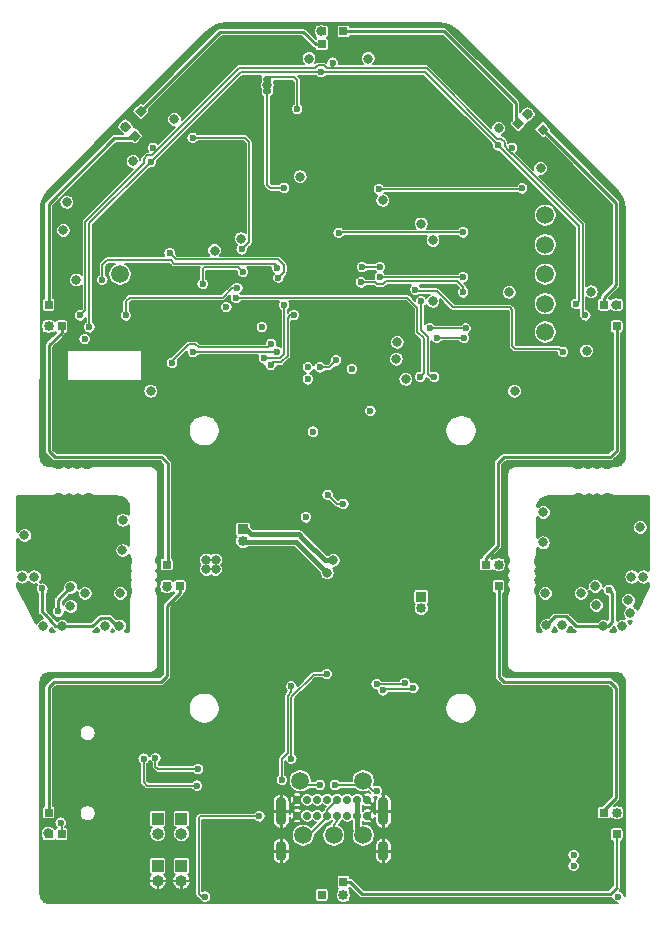
<source format=gbr>
G04 #@! TF.GenerationSoftware,KiCad,Pcbnew,5.1.7-a382d34a8~87~ubuntu18.04.1*
G04 #@! TF.CreationDate,2020-11-02T17:13:51+01:00*
G04 #@! TF.ProjectId,synermycha-electronics,73796e65-726d-4796-9368-612d656c6563,rev?*
G04 #@! TF.SameCoordinates,Original*
G04 #@! TF.FileFunction,Copper,L4,Bot*
G04 #@! TF.FilePolarity,Positive*
%FSLAX46Y46*%
G04 Gerber Fmt 4.6, Leading zero omitted, Abs format (unit mm)*
G04 Created by KiCad (PCBNEW 5.1.7-a382d34a8~87~ubuntu18.04.1) date 2020-11-02 17:13:51*
%MOMM*%
%LPD*%
G01*
G04 APERTURE LIST*
G04 #@! TA.AperFunction,SMDPad,CuDef*
%ADD10C,1.500000*%
G04 #@! TD*
G04 #@! TA.AperFunction,ComponentPad*
%ADD11C,0.700000*%
G04 #@! TD*
G04 #@! TA.AperFunction,ComponentPad*
%ADD12O,0.900000X2.400000*%
G04 #@! TD*
G04 #@! TA.AperFunction,ComponentPad*
%ADD13O,0.900000X1.700000*%
G04 #@! TD*
G04 #@! TA.AperFunction,SMDPad,CuDef*
%ADD14R,0.700000X0.700000*%
G04 #@! TD*
G04 #@! TA.AperFunction,SMDPad,CuDef*
%ADD15C,0.100000*%
G04 #@! TD*
G04 #@! TA.AperFunction,ComponentPad*
%ADD16O,0.850000X0.850000*%
G04 #@! TD*
G04 #@! TA.AperFunction,ComponentPad*
%ADD17R,0.850000X0.850000*%
G04 #@! TD*
G04 #@! TA.AperFunction,WasherPad*
%ADD18C,0.800000*%
G04 #@! TD*
G04 #@! TA.AperFunction,ComponentPad*
%ADD19O,1.000000X1.000000*%
G04 #@! TD*
G04 #@! TA.AperFunction,ComponentPad*
%ADD20R,1.000000X1.000000*%
G04 #@! TD*
G04 #@! TA.AperFunction,ViaPad*
%ADD21C,0.800000*%
G04 #@! TD*
G04 #@! TA.AperFunction,ViaPad*
%ADD22C,0.600000*%
G04 #@! TD*
G04 #@! TA.AperFunction,Conductor*
%ADD23C,0.254000*%
G04 #@! TD*
G04 #@! TA.AperFunction,Conductor*
%ADD24C,0.152400*%
G04 #@! TD*
G04 #@! TA.AperFunction,Conductor*
%ADD25C,0.406400*%
G04 #@! TD*
G04 #@! TA.AperFunction,Conductor*
%ADD26C,0.203200*%
G04 #@! TD*
G04 #@! TA.AperFunction,Conductor*
%ADD27C,0.100000*%
G04 #@! TD*
G04 #@! TA.AperFunction,NonConductor*
%ADD28C,0.254000*%
G04 #@! TD*
G04 #@! TA.AperFunction,NonConductor*
%ADD29C,0.100000*%
G04 #@! TD*
G04 APERTURE END LIST*
D10*
X42500000Y-174000000D03*
X45100000Y-174000000D03*
X63000000Y-121500000D03*
D11*
X42000000Y-171000000D03*
X42850000Y-171000000D03*
X43700000Y-171000000D03*
X44550000Y-171000000D03*
X45400000Y-171000000D03*
X46250000Y-171000000D03*
X47100000Y-171000000D03*
X47950000Y-171000000D03*
X42850000Y-172350000D03*
X44550000Y-172350000D03*
X43700000Y-172350000D03*
X42000000Y-172350000D03*
X46250000Y-172350000D03*
X47100000Y-172350000D03*
X47950000Y-172350000D03*
X45400000Y-172350000D03*
D12*
X40650000Y-171980000D03*
X49300000Y-171980000D03*
D13*
X40650000Y-175360000D03*
X49300000Y-175360000D03*
D10*
X47600000Y-169400000D03*
X42250000Y-169400000D03*
X47600000Y-174000000D03*
X27000000Y-124000000D03*
X27000000Y-126500000D03*
X63000000Y-124000000D03*
X63000000Y-126500000D03*
X63000000Y-131400000D03*
X63000000Y-129000000D03*
D14*
X30950000Y-152915000D03*
X32050000Y-152915000D03*
X32050000Y-151085000D03*
X30950000Y-151085000D03*
X20950000Y-130915000D03*
X22050000Y-130915000D03*
X22050000Y-129085000D03*
X20950000Y-129085000D03*
X44085000Y-105950000D03*
X44085000Y-107050000D03*
X45915000Y-107050000D03*
X45915000Y-105950000D03*
X69050000Y-129085000D03*
X67950000Y-129085000D03*
X67950000Y-130915000D03*
X69050000Y-130915000D03*
X59050000Y-151085000D03*
X57950000Y-151085000D03*
X57950000Y-152915000D03*
X59050000Y-152915000D03*
X69050000Y-172085000D03*
X67950000Y-172085000D03*
X67950000Y-173915000D03*
X69050000Y-173915000D03*
G04 #@! TA.AperFunction,SMDPad,CuDef*
D15*
G36*
X26969114Y-114008094D02*
G01*
X27464089Y-113513119D01*
X27959064Y-114008094D01*
X27464089Y-114503069D01*
X26969114Y-114008094D01*
G37*
G04 #@! TD.AperFunction*
G04 #@! TA.AperFunction,SMDPad,CuDef*
G36*
X27746931Y-114785911D02*
G01*
X28241906Y-114290936D01*
X28736881Y-114785911D01*
X28241906Y-115280886D01*
X27746931Y-114785911D01*
G37*
G04 #@! TD.AperFunction*
G04 #@! TA.AperFunction,SMDPad,CuDef*
G36*
X29040936Y-113491906D02*
G01*
X29535911Y-112996931D01*
X30030886Y-113491906D01*
X29535911Y-113986881D01*
X29040936Y-113491906D01*
G37*
G04 #@! TD.AperFunction*
G04 #@! TA.AperFunction,SMDPad,CuDef*
G36*
X28263119Y-112714089D02*
G01*
X28758094Y-112219114D01*
X29253069Y-112714089D01*
X28758094Y-113209064D01*
X28263119Y-112714089D01*
G37*
G04 #@! TD.AperFunction*
G04 #@! TA.AperFunction,SMDPad,CuDef*
G36*
X61491906Y-112469114D02*
G01*
X61986881Y-112964089D01*
X61491906Y-113459064D01*
X60996931Y-112964089D01*
X61491906Y-112469114D01*
G37*
G04 #@! TD.AperFunction*
G04 #@! TA.AperFunction,SMDPad,CuDef*
G36*
X60714089Y-113246931D02*
G01*
X61209064Y-113741906D01*
X60714089Y-114236881D01*
X60219114Y-113741906D01*
X60714089Y-113246931D01*
G37*
G04 #@! TD.AperFunction*
G04 #@! TA.AperFunction,SMDPad,CuDef*
G36*
X62008094Y-114540936D02*
G01*
X62503069Y-115035911D01*
X62008094Y-115530886D01*
X61513119Y-115035911D01*
X62008094Y-114540936D01*
G37*
G04 #@! TD.AperFunction*
G04 #@! TA.AperFunction,SMDPad,CuDef*
G36*
X62785911Y-113763119D02*
G01*
X63280886Y-114258094D01*
X62785911Y-114753069D01*
X62290936Y-114258094D01*
X62785911Y-113763119D01*
G37*
G04 #@! TD.AperFunction*
D14*
X45915000Y-179050000D03*
X45915000Y-177950000D03*
X44085000Y-177950000D03*
X44085000Y-179050000D03*
X20950000Y-173915000D03*
X22050000Y-173915000D03*
X22050000Y-172085000D03*
X20950000Y-172085000D03*
D16*
X37400000Y-149100000D03*
D17*
X37400000Y-148100000D03*
D16*
X52500000Y-154800000D03*
D17*
X52500000Y-153800000D03*
G04 #@! TA.AperFunction,SMDPad,CuDef*
G36*
G01*
X39277500Y-110690000D02*
X39622500Y-110690000D01*
G75*
G02*
X39770000Y-110837500I0J-147500D01*
G01*
X39770000Y-111132500D01*
G75*
G02*
X39622500Y-111280000I-147500J0D01*
G01*
X39277500Y-111280000D01*
G75*
G02*
X39130000Y-111132500I0J147500D01*
G01*
X39130000Y-110837500D01*
G75*
G02*
X39277500Y-110690000I147500J0D01*
G01*
G37*
G04 #@! TD.AperFunction*
G04 #@! TA.AperFunction,SMDPad,CuDef*
G36*
G01*
X39277500Y-109720000D02*
X39622500Y-109720000D01*
G75*
G02*
X39770000Y-109867500I0J-147500D01*
G01*
X39770000Y-110162500D01*
G75*
G02*
X39622500Y-110310000I-147500J0D01*
G01*
X39277500Y-110310000D01*
G75*
G02*
X39130000Y-110162500I0J147500D01*
G01*
X39130000Y-109867500D01*
G75*
G02*
X39277500Y-109720000I147500J0D01*
G01*
G37*
G04 #@! TD.AperFunction*
D18*
X39450000Y-110500000D03*
D19*
X32200000Y-173870000D03*
D20*
X32200000Y-172600000D03*
D19*
X30200000Y-177870000D03*
D20*
X30200000Y-176600000D03*
D19*
X30200000Y-173870000D03*
D20*
X30200000Y-172600000D03*
D19*
X32200000Y-177870000D03*
D20*
X32200000Y-176600000D03*
D21*
X63000000Y-153500000D03*
X70300000Y-152100000D03*
X19700000Y-152100000D03*
X67300000Y-154500000D03*
X70000000Y-154100000D03*
X22800000Y-154600000D03*
X24000000Y-153500000D03*
X27000000Y-153500000D03*
X66000000Y-153500000D03*
X20500000Y-156300000D03*
X25700000Y-156300000D03*
X69500000Y-156300000D03*
X64400000Y-156200000D03*
X18700000Y-152100000D03*
X18900000Y-148600000D03*
X67200000Y-152900000D03*
X62788078Y-149211220D03*
X27211922Y-147288780D03*
X70998530Y-147925000D03*
X27198528Y-149875001D03*
X62801471Y-146625000D03*
D22*
X21729555Y-155057249D03*
D21*
X70200000Y-155200000D03*
X22800000Y-153000000D03*
X71300000Y-152100000D03*
D22*
X20373000Y-153100000D03*
D21*
X22100000Y-156300000D03*
X26920000Y-156250000D03*
X63100000Y-156200000D03*
D22*
X68373500Y-153200059D03*
D21*
X67912500Y-156300000D03*
X50700000Y-178000000D03*
X28200000Y-119800000D03*
X29000000Y-120600000D03*
X29000000Y-119000000D03*
X29800000Y-119800000D03*
X45800000Y-116800000D03*
X64400000Y-175800000D03*
X45550000Y-129600000D03*
X45550000Y-127350000D03*
X44550000Y-127350000D03*
X44550000Y-129600000D03*
X38900000Y-163400000D03*
X38900000Y-164400000D03*
X45300000Y-164900000D03*
X45300000Y-163900000D03*
X44300000Y-163900000D03*
X44300000Y-164900000D03*
X50700000Y-177000000D03*
X51700000Y-175000000D03*
X51700000Y-174000000D03*
X50700000Y-175000000D03*
X50700000Y-174000000D03*
X50700000Y-176000000D03*
X51700000Y-176000000D03*
X51700000Y-178000000D03*
X51700000Y-177000000D03*
X45000000Y-111600000D03*
X38700000Y-137600000D03*
X37700000Y-136600000D03*
X38700000Y-136600000D03*
X37700000Y-135600000D03*
X38700000Y-135600000D03*
X36700000Y-135600000D03*
X36700000Y-136600000D03*
X36700000Y-137600000D03*
X37700000Y-137600000D03*
X50600000Y-113900000D03*
X51600000Y-113900000D03*
X50600000Y-112900000D03*
X51600000Y-112900000D03*
X50600000Y-111900000D03*
X51600000Y-111900000D03*
X49600000Y-111900000D03*
X49600000Y-112900000D03*
X49600000Y-113900000D03*
X23300000Y-140800000D03*
X24300000Y-140800000D03*
X23300000Y-139800000D03*
X24300000Y-139800000D03*
X23300000Y-138800000D03*
X24300000Y-138800000D03*
X22300000Y-138800000D03*
X22300000Y-139800000D03*
X22300000Y-140800000D03*
X66800000Y-140900000D03*
X67800000Y-140900000D03*
X66800000Y-139900000D03*
X67800000Y-139900000D03*
X66800000Y-138900000D03*
X67800000Y-138900000D03*
X65800000Y-138900000D03*
X65800000Y-139900000D03*
X65800000Y-140900000D03*
X47000000Y-143400000D03*
X48000000Y-143400000D03*
X47000000Y-142400000D03*
X48000000Y-142400000D03*
X47000000Y-141400000D03*
X48000000Y-141400000D03*
X46000000Y-141400000D03*
X46000000Y-142400000D03*
X46000000Y-143400000D03*
X28200000Y-176600000D03*
X27200000Y-176600000D03*
X26200000Y-176600000D03*
X39900000Y-162400000D03*
X38900000Y-162400000D03*
D22*
X22200000Y-134200000D03*
D21*
X36200000Y-123500000D03*
X27200000Y-175600000D03*
X27200000Y-174600000D03*
X28200000Y-174600000D03*
X28200000Y-175600000D03*
X26200000Y-174600000D03*
X26200000Y-175600000D03*
D22*
X53600000Y-125700000D03*
D21*
X53600000Y-122200000D03*
X24500000Y-169250000D03*
X24500000Y-168250000D03*
X23500000Y-168250000D03*
X23500000Y-169250000D03*
X24600000Y-175100000D03*
X24600000Y-176100000D03*
X40600000Y-156500000D03*
X40600000Y-155500000D03*
X39600000Y-155500000D03*
X39600000Y-156500000D03*
X33400000Y-149300000D03*
D22*
X41600000Y-156750000D03*
D21*
X42250000Y-117250000D03*
D22*
X52000000Y-133700000D03*
X52100000Y-132200000D03*
X47497000Y-135400000D03*
D21*
X68400000Y-175500000D03*
X34400000Y-149300000D03*
X35400000Y-149300000D03*
X34400000Y-148300000D03*
X35400000Y-148300000D03*
X34400000Y-147300000D03*
X35400000Y-147300000D03*
X33400000Y-147300000D03*
X33400000Y-148300000D03*
X36300000Y-126900000D03*
X36850000Y-131850000D03*
D22*
X26000000Y-132750000D03*
X25200000Y-132750000D03*
X24400000Y-132750000D03*
X23600000Y-132750000D03*
X22800000Y-132750000D03*
X26800000Y-132750000D03*
X27600000Y-132750000D03*
X28400000Y-132750000D03*
X22800000Y-135800000D03*
X23600000Y-135800000D03*
X24400000Y-135800000D03*
X25200000Y-135800000D03*
X26000000Y-135800000D03*
X26800000Y-135800000D03*
X27600000Y-135800000D03*
X22200000Y-133400000D03*
X22200000Y-135000000D03*
X44550000Y-168750000D03*
D21*
X35900000Y-169400000D03*
X36900000Y-169400000D03*
X39900000Y-163400000D03*
X39900000Y-164400000D03*
D22*
X65400000Y-172800000D03*
D21*
X67000000Y-171450000D03*
X65000000Y-171450000D03*
X43200000Y-167400000D03*
D22*
X43500000Y-133500000D03*
X45800000Y-167400000D03*
D21*
X47425000Y-118025000D03*
D22*
X51700000Y-125800000D03*
D21*
X27000000Y-124000000D03*
D22*
X42900000Y-135400000D03*
X42900000Y-134400000D03*
X36000000Y-129300000D03*
D21*
X35000000Y-124500000D03*
X34300000Y-150700000D03*
X35100000Y-150700000D03*
X34300000Y-151500000D03*
X35100000Y-151500000D03*
X51200000Y-135400000D03*
D22*
X69200000Y-179200000D03*
D21*
X23300000Y-127000000D03*
X22200000Y-122800000D03*
X28100000Y-116950000D03*
X31600000Y-113400000D03*
X43000000Y-108250000D03*
X48000000Y-108250000D03*
X62600000Y-117550000D03*
X59050000Y-114150000D03*
X59050000Y-151100000D03*
X69050000Y-172100000D03*
X45900000Y-179100000D03*
X20900000Y-173850000D03*
X30950000Y-152950000D03*
X20950000Y-130900000D03*
X27450000Y-114000000D03*
X44050000Y-105950000D03*
X61500000Y-112950000D03*
X66500000Y-133000000D03*
X66900000Y-128000000D03*
X69000000Y-129100000D03*
X53500000Y-123650000D03*
X29600000Y-136400000D03*
X60400000Y-136400000D03*
X50389000Y-133694000D03*
D22*
X24000000Y-132000000D03*
X39007500Y-130992500D03*
X42740000Y-147085000D03*
D21*
X22494000Y-120411000D03*
D22*
X43337000Y-139837000D03*
D21*
X42250000Y-118250000D03*
X52500000Y-122250000D03*
X49250000Y-120250000D03*
X37250000Y-123500000D03*
X50470250Y-132270250D03*
D22*
X48200000Y-138080000D03*
X65400000Y-176600000D03*
X65400000Y-175700000D03*
X46635000Y-134550000D03*
D21*
X53485000Y-128800000D03*
X59950000Y-128040000D03*
X27000000Y-126500000D03*
D22*
X39171433Y-133634444D03*
X56050000Y-122960000D03*
X45500000Y-123000000D03*
X40900000Y-129100000D03*
X63000000Y-121500000D03*
X49000000Y-125900000D03*
X21965609Y-172935002D03*
X39740050Y-134210644D03*
X41700003Y-129974180D03*
X47495189Y-125900000D03*
D21*
X44534200Y-151784511D03*
X45058254Y-150730580D03*
D22*
X24400000Y-131000000D03*
X29600000Y-117000000D03*
X59000000Y-115600000D03*
X44000000Y-109400000D03*
X65600000Y-129000900D03*
X23600000Y-130000000D03*
X29800000Y-115800000D03*
X66400000Y-130000000D03*
X60200000Y-115800000D03*
X45000000Y-108600000D03*
X53800000Y-131881606D03*
X56100000Y-131900000D03*
X53206176Y-131081925D03*
X56250000Y-131100000D03*
X44569517Y-145180483D03*
X45900000Y-145955000D03*
X43900000Y-134400000D03*
X45300000Y-133800000D03*
X64500000Y-133085000D03*
X52000000Y-127800000D03*
X25500000Y-126965000D03*
X40300000Y-126000000D03*
X37300000Y-124400000D03*
X33142947Y-114957053D03*
X48908736Y-119308736D03*
X61042947Y-119242947D03*
X53600000Y-135200000D03*
X52515000Y-128800000D03*
X51099706Y-161127400D03*
X48717971Y-161217971D03*
X52400000Y-135200000D03*
X36800000Y-128500000D03*
X51839083Y-161523790D03*
X49250000Y-161750000D03*
X40900000Y-119200000D03*
X59100000Y-152900000D03*
X42000000Y-112535000D03*
X38800000Y-172400000D03*
X34200000Y-179200000D03*
X31200000Y-124723800D03*
X40413137Y-126791962D03*
X34000000Y-127310000D03*
X37400000Y-126300000D03*
X27500000Y-130000000D03*
X36924226Y-127675774D03*
X33200000Y-133100000D03*
X40258244Y-133058244D03*
X39796353Y-132397280D03*
X31400000Y-134000000D03*
X41500000Y-167510000D03*
X44490000Y-160360010D03*
X33500000Y-169800000D03*
X29000000Y-167515000D03*
X41500000Y-161410000D03*
X40700000Y-169325000D03*
X33600000Y-168400000D03*
X30000000Y-167490000D03*
X63000000Y-129000000D03*
X49000000Y-126750000D03*
X56050000Y-126770000D03*
X63000000Y-131400000D03*
X47400000Y-127200000D03*
X56050000Y-128040000D03*
X63000000Y-126500000D03*
X63000000Y-124000000D03*
X45200000Y-169750000D03*
X48750000Y-170250000D03*
X43900000Y-169750000D03*
D23*
X21729555Y-155057249D02*
X21729555Y-154070445D01*
X21729555Y-154070445D02*
X22800000Y-153000000D01*
X26900000Y-156300000D02*
X26900000Y-156270000D01*
X26725962Y-156250000D02*
X26920000Y-156250000D01*
X20373000Y-155073000D02*
X20700000Y-155400000D01*
X22100000Y-156300000D02*
X24624038Y-156300000D01*
X25351039Y-155572999D02*
X26048961Y-155572999D01*
X21534315Y-156300000D02*
X20700000Y-155400000D01*
X26048961Y-155572999D02*
X26725962Y-156250000D01*
X20373000Y-153100000D02*
X20373000Y-155073000D01*
X24624038Y-156300000D02*
X25351039Y-155572999D01*
X26900000Y-156270000D02*
X26920000Y-156250000D01*
X22100000Y-156300000D02*
X21534315Y-156300000D01*
X68350000Y-156300000D02*
X67912500Y-156300000D01*
X68673499Y-155976501D02*
X68350000Y-156300000D01*
X67912500Y-156300000D02*
X65575962Y-156300000D01*
X68373500Y-153200059D02*
X68673499Y-153500058D01*
X64748961Y-155472999D02*
X63827001Y-155472999D01*
X68673499Y-153500058D02*
X68673499Y-155976501D01*
X65575962Y-156300000D02*
X64748961Y-155472999D01*
X63827001Y-155472999D02*
X63100000Y-156200000D01*
D24*
X45540000Y-122960000D02*
X56050000Y-122960000D01*
X45540000Y-122960000D02*
X45500000Y-123000000D01*
X40900000Y-129100000D02*
X40900000Y-133269266D01*
X40900000Y-133269266D02*
X40534822Y-133634444D01*
X40534822Y-133634444D02*
X39171433Y-133634444D01*
X22050000Y-173915000D02*
X22050000Y-173019393D01*
X22050000Y-173019393D02*
X21965609Y-172935002D01*
X49000000Y-125900000D02*
X47495189Y-125900000D01*
X41425820Y-129974180D02*
X41700003Y-129974180D01*
X41204810Y-130195190D02*
X41425820Y-129974180D01*
X41204810Y-133395522D02*
X41204810Y-130195190D01*
X40661079Y-133939253D02*
X41204810Y-133395522D01*
X39860746Y-133939254D02*
X40661079Y-133939253D01*
X39740050Y-134059950D02*
X39860746Y-133939254D01*
X39740050Y-134210644D02*
X39740050Y-134059950D01*
D25*
X44534200Y-151784511D02*
X41889689Y-149140000D01*
X37440000Y-149140000D02*
X37400000Y-149100000D01*
X41889689Y-149140000D02*
X37440000Y-149140000D01*
X37630000Y-148100000D02*
X38063590Y-148533590D01*
X37400000Y-148100000D02*
X37630000Y-148100000D01*
X42140872Y-148533590D02*
X42496099Y-148888818D01*
X38063590Y-148533590D02*
X42140872Y-148533590D01*
X44337861Y-150730580D02*
X45058254Y-150730580D01*
X42496099Y-148888818D02*
X44337861Y-150730580D01*
D24*
X24400000Y-122200000D02*
X29600000Y-117000000D01*
X24400000Y-131000000D02*
X24400000Y-122200000D01*
X37200000Y-109400000D02*
X44000000Y-109400000D01*
X29600000Y-117000000D02*
X37200000Y-109400000D01*
X52800000Y-109400000D02*
X59000000Y-115600000D01*
X44000000Y-109400000D02*
X52800000Y-109400000D01*
X65823791Y-128777109D02*
X65600000Y-129000900D01*
X59000000Y-115600000D02*
X65823791Y-122423791D01*
X65823791Y-122423791D02*
X65823791Y-128777109D01*
X43723423Y-108823799D02*
X43499632Y-109047590D01*
X44276577Y-108823799D02*
X43723423Y-108823799D01*
X44500368Y-109047590D02*
X44276577Y-108823799D01*
X43499632Y-109047590D02*
X37054027Y-109047590D01*
X29323423Y-116423799D02*
X29023799Y-116723423D01*
X29677819Y-116423799D02*
X29323423Y-116423799D01*
X29023799Y-116723423D02*
X29023799Y-117077819D01*
X29023799Y-117077819D02*
X24047590Y-122054027D01*
X24047590Y-129552410D02*
X23600000Y-130000000D01*
X24047590Y-122054027D02*
X24047590Y-129552410D01*
X29800000Y-115800000D02*
X30050808Y-116050808D01*
X37054027Y-109047590D02*
X30050808Y-116050808D01*
X30050808Y-116050808D02*
X29677819Y-116423799D01*
X45000000Y-108600000D02*
X45000000Y-109000000D01*
X45000000Y-109000000D02*
X44952410Y-109047590D01*
X45000000Y-108895180D02*
X44847590Y-109047590D01*
X44952410Y-109047590D02*
X44847590Y-109047590D01*
X44847590Y-109047590D02*
X44500368Y-109047590D01*
X45000000Y-108895180D02*
X45152410Y-109047590D01*
X52945973Y-109047590D02*
X45152410Y-109047590D01*
X45000000Y-108600000D02*
X45000000Y-108895180D01*
X45152410Y-109047590D02*
X44952410Y-109047590D01*
X58749192Y-114850808D02*
X52945973Y-109047590D01*
X58861090Y-114962708D02*
X58749192Y-114850808D01*
X60249191Y-116350809D02*
X60200000Y-116301618D01*
X59276577Y-115023799D02*
X58922181Y-115023799D01*
X59576201Y-115323423D02*
X59276577Y-115023799D01*
X59576201Y-115677819D02*
X59576201Y-115323423D01*
X58922181Y-115023799D02*
X58749192Y-114850808D01*
X59849191Y-115950809D02*
X60049191Y-115950809D01*
X59849191Y-115950809D02*
X59576201Y-115677819D01*
X59949191Y-116050809D02*
X59849191Y-115950809D01*
X60200000Y-115800000D02*
X59949191Y-116050809D01*
X60049191Y-116150809D02*
X60049191Y-115950809D01*
X60049191Y-115950809D02*
X60200000Y-115800000D01*
X60049191Y-116150809D02*
X60249191Y-116350809D01*
X59949191Y-116050809D02*
X60049191Y-116150809D01*
X66176201Y-122277819D02*
X60249191Y-116350809D01*
X66400000Y-130000000D02*
X66176201Y-129776201D01*
X66176201Y-129776201D02*
X66176201Y-122277819D01*
X53800000Y-131881606D02*
X53818394Y-131881606D01*
X56081606Y-131881606D02*
X56100000Y-131900000D01*
X53800000Y-131881606D02*
X56081606Y-131881606D01*
X56231925Y-131081925D02*
X56250000Y-131100000D01*
X53206176Y-131081925D02*
X56231925Y-131081925D01*
X45344034Y-145955000D02*
X44569517Y-145180483D01*
X45900000Y-145955000D02*
X45344034Y-145955000D01*
X44700000Y-134400000D02*
X45300000Y-133800000D01*
X43900000Y-134400000D02*
X44700000Y-134400000D01*
X53824577Y-127923799D02*
X52123799Y-127923799D01*
X54576979Y-128676979D02*
X54576979Y-128676201D01*
X52123799Y-127923799D02*
X52000000Y-127800000D01*
X54576979Y-128676201D02*
X53824577Y-127923799D01*
X55200000Y-129300000D02*
X54576979Y-128676979D01*
X60200000Y-129500000D02*
X60000000Y-129300000D01*
X60000000Y-129300000D02*
X55200000Y-129300000D01*
X64500000Y-133085000D02*
X64485000Y-133085000D01*
X64485000Y-133085000D02*
X64200000Y-132800000D01*
X60400000Y-132800000D02*
X60200000Y-132600000D01*
X64200000Y-132800000D02*
X60400000Y-132800000D01*
X60200000Y-132600000D02*
X60200000Y-129500000D01*
X25500000Y-125700000D02*
X25500000Y-126965000D01*
X40300000Y-126000000D02*
X40300000Y-125800000D01*
X40300000Y-125800000D02*
X40100000Y-125600000D01*
X25900000Y-125300000D02*
X25500000Y-125700000D01*
X40100000Y-125600000D02*
X31600000Y-125600000D01*
X31600000Y-125600000D02*
X31300000Y-125300000D01*
X31300000Y-125300000D02*
X25900000Y-125300000D01*
X37557053Y-114957053D02*
X33142947Y-114957053D01*
X37926201Y-115326201D02*
X37557053Y-114957053D01*
X37926201Y-123773799D02*
X37926201Y-115326201D01*
X37300000Y-124400000D02*
X37926201Y-123773799D01*
X48908736Y-119308736D02*
X60977158Y-119308736D01*
X60977158Y-119308736D02*
X61042947Y-119242947D01*
X52515000Y-131243527D02*
X52929599Y-131658126D01*
X52515000Y-128800000D02*
X52515000Y-131243527D01*
X52515000Y-131243527D02*
X52515000Y-131115000D01*
X52515000Y-131243527D02*
X53052409Y-131780935D01*
X53304818Y-135200000D02*
X53052409Y-134947591D01*
X53600000Y-135200000D02*
X53304818Y-135200000D01*
X53052409Y-131780935D02*
X53052409Y-134947591D01*
X48717971Y-161217971D02*
X49196572Y-161217971D01*
X49200000Y-161221399D02*
X51005707Y-161221399D01*
X49196572Y-161217971D02*
X49200000Y-161221399D01*
X51005707Y-161221399D02*
X51099706Y-161127400D01*
X52699999Y-134900001D02*
X52400000Y-135200000D01*
X52699999Y-131926908D02*
X52699999Y-134900001D01*
X52162590Y-129362590D02*
X52162590Y-131389500D01*
X52162590Y-131389500D02*
X52699999Y-131926908D01*
X51300000Y-128500000D02*
X52162590Y-129362590D01*
X36800000Y-128500000D02*
X51300000Y-128500000D01*
X49343999Y-161656001D02*
X49250000Y-161750000D01*
X51706872Y-161656001D02*
X49343999Y-161656001D01*
X51839083Y-161523790D02*
X51706872Y-161656001D01*
X39450000Y-118950000D02*
X39450000Y-111176201D01*
X40900000Y-119200000D02*
X39700000Y-119200000D01*
X39700000Y-119200000D02*
X39450000Y-118950000D01*
D23*
X32050000Y-153519000D02*
X31000000Y-154569000D01*
X32050000Y-152915000D02*
X32050000Y-153519000D01*
X20950000Y-163050000D02*
X20950000Y-172085000D01*
X31000000Y-154569000D02*
X31000000Y-160500000D01*
X31000000Y-160500000D02*
X30500000Y-161000000D01*
X20950000Y-161450000D02*
X20950000Y-163050000D01*
X30500000Y-161000000D02*
X21400000Y-161000000D01*
X21400000Y-161000000D02*
X20950000Y-161450000D01*
X31027001Y-151007999D02*
X31027001Y-142527001D01*
X30950000Y-151085000D02*
X31027001Y-151007999D01*
X31027001Y-142527001D02*
X30500000Y-142000000D01*
X30500000Y-142000000D02*
X21500000Y-142000000D01*
X21500000Y-142000000D02*
X21000000Y-141500000D01*
X21000000Y-141500000D02*
X21000000Y-132500000D01*
X22050000Y-131450000D02*
X22050000Y-130915000D01*
X21000000Y-132500000D02*
X22050000Y-131450000D01*
X28758094Y-112714089D02*
X35472183Y-106000000D01*
X35472183Y-106000000D02*
X42500000Y-106000000D01*
X43550000Y-107050000D02*
X44085000Y-107050000D01*
X42500000Y-106000000D02*
X43550000Y-107050000D01*
X45915000Y-105950000D02*
X54450000Y-105950000D01*
X54450000Y-105950000D02*
X60500000Y-112000000D01*
X60500000Y-113527817D02*
X60714089Y-113741906D01*
X60500000Y-112000000D02*
X60500000Y-113527817D01*
X69050000Y-130915000D02*
X69050000Y-141450000D01*
X69050000Y-141450000D02*
X68500000Y-142000000D01*
X68500000Y-142000000D02*
X59500000Y-142000000D01*
X59500000Y-142000000D02*
X59000000Y-142500000D01*
X59000000Y-142500000D02*
X59000000Y-149500000D01*
X57950000Y-150550000D02*
X57950000Y-151085000D01*
X59000000Y-149500000D02*
X57950000Y-150550000D01*
X59100000Y-160100000D02*
X59100000Y-152900000D01*
X59100000Y-160600000D02*
X59100000Y-160100000D01*
X67950000Y-171896398D02*
X69000000Y-170846398D01*
X67950000Y-172085000D02*
X67950000Y-171896398D01*
X69000000Y-170846398D02*
X69000000Y-161500000D01*
X59500000Y-161000000D02*
X59100000Y-160600000D01*
X68500000Y-161000000D02*
X59500000Y-161000000D01*
X69000000Y-161500000D02*
X68500000Y-161000000D01*
X69050000Y-178450000D02*
X68500000Y-179000000D01*
X46450000Y-177950000D02*
X45915000Y-177950000D01*
X47500000Y-179000000D02*
X46450000Y-177950000D01*
X68500000Y-179000000D02*
X47500000Y-179000000D01*
D26*
X69101601Y-173966601D02*
X69101601Y-178398399D01*
X69101601Y-178398399D02*
X69050000Y-178450000D01*
X69050000Y-173915000D02*
X69101601Y-173966601D01*
D23*
X20950000Y-129085000D02*
X20950000Y-120550000D01*
X20950000Y-120550000D02*
X26500000Y-115000000D01*
X28027817Y-115000000D02*
X28241906Y-114785911D01*
X26500000Y-115000000D02*
X28027817Y-115000000D01*
X67950000Y-128481000D02*
X67950000Y-129085000D01*
X69000000Y-127431000D02*
X67950000Y-128481000D01*
X69000000Y-120472183D02*
X69000000Y-127431000D01*
X62785911Y-114258094D02*
X69000000Y-120472183D01*
D24*
X42000000Y-112535000D02*
X42000000Y-110100000D01*
X41723799Y-109823799D02*
X39450000Y-109823799D01*
X42000000Y-110100000D02*
X41723799Y-109823799D01*
X33800000Y-172400000D02*
X33673799Y-172526201D01*
X38800000Y-172400000D02*
X33800000Y-172400000D01*
X33673799Y-172526201D02*
X33673799Y-178026201D01*
X33673799Y-178026201D02*
X33673799Y-178973799D01*
X33900000Y-179200000D02*
X34200000Y-179200000D01*
X33673799Y-178973799D02*
X33900000Y-179200000D01*
X31200000Y-124723800D02*
X31723790Y-125247590D01*
X40400368Y-125247590D02*
X31723790Y-125247590D01*
X40876201Y-125723423D02*
X40400368Y-125247590D01*
X40876201Y-126328898D02*
X40876201Y-125723423D01*
X40413137Y-126791962D02*
X40876201Y-126328898D01*
X37004810Y-125904810D02*
X37400000Y-126300000D01*
X34145190Y-125904810D02*
X37004810Y-125904810D01*
X34000000Y-127310000D02*
X34000000Y-126050000D01*
X34000000Y-126050000D02*
X34145190Y-125904810D01*
X27500000Y-128800000D02*
X27500000Y-130000000D01*
X35675736Y-128500000D02*
X27800000Y-128500000D01*
X36924226Y-127675774D02*
X36499962Y-127675774D01*
X27800000Y-128500000D02*
X27500000Y-128800000D01*
X36499962Y-127675774D02*
X35675736Y-128500000D01*
X33158244Y-133058244D02*
X33100000Y-133000000D01*
X33241756Y-133058244D02*
X33200000Y-133100000D01*
X40258244Y-133058244D02*
X34891756Y-133058244D01*
X34891756Y-133058244D02*
X33158244Y-133058244D01*
X32823423Y-132423799D02*
X31400000Y-133847222D01*
X33376577Y-132423799D02*
X32823423Y-132423799D01*
X33658612Y-132705834D02*
X33376577Y-132423799D01*
X31400000Y-133847222D02*
X31400000Y-134000000D01*
X39796353Y-132415315D02*
X39505834Y-132705834D01*
X39796353Y-132397280D02*
X39796353Y-132415315D01*
X39505834Y-132705834D02*
X33658612Y-132705834D01*
X44490000Y-160400000D02*
X44500000Y-160390000D01*
X43400000Y-160400000D02*
X44490000Y-160400000D01*
X41500000Y-162300000D02*
X43400000Y-160400000D01*
X41500000Y-167510000D02*
X41500000Y-162300000D01*
X44490000Y-160400000D02*
X44490000Y-160360010D01*
X33500000Y-169800000D02*
X31285000Y-169800000D01*
X29000000Y-167515000D02*
X29000000Y-169500000D01*
X29300000Y-169800000D02*
X31285000Y-169800000D01*
X29000000Y-169500000D02*
X29300000Y-169800000D01*
D25*
X47100000Y-171000000D02*
X47100000Y-172350000D01*
X47100000Y-173500000D02*
X47600000Y-174000000D01*
X47100000Y-172350000D02*
X47100000Y-173500000D01*
D24*
X41500000Y-161868934D02*
X41500000Y-161410000D01*
X41195190Y-162173744D02*
X41500000Y-161868934D01*
X41195190Y-167032480D02*
X41195190Y-162173744D01*
X40700000Y-167527670D02*
X41195190Y-167032480D01*
X40700000Y-169325000D02*
X40700000Y-167527670D01*
X30000000Y-167490000D02*
X30000000Y-168200000D01*
X30200000Y-168400000D02*
X33600000Y-168400000D01*
X30000000Y-168200000D02*
X30200000Y-168400000D01*
X56030000Y-126750000D02*
X56050000Y-126770000D01*
X49000000Y-126750000D02*
X56030000Y-126750000D01*
X56050000Y-126770000D02*
X56050000Y-126770000D01*
X48597222Y-127200000D02*
X48723423Y-127326201D01*
X49276577Y-127326201D02*
X49500368Y-127102410D01*
X47400000Y-127200000D02*
X48597222Y-127200000D01*
X48723423Y-127326201D02*
X49276577Y-127326201D01*
X49500368Y-127102410D02*
X55529632Y-127102410D01*
X56050000Y-127622778D02*
X55529632Y-127102410D01*
X56050000Y-128040000D02*
X56050000Y-128040000D01*
X56050000Y-128040000D02*
X56050000Y-127622778D01*
X47050000Y-169750000D02*
X47600000Y-169200000D01*
X45200000Y-169750000D02*
X47050000Y-169750000D01*
X48450000Y-170250000D02*
X47600000Y-169400000D01*
X48750000Y-170250000D02*
X48450000Y-170250000D01*
X42600000Y-169750000D02*
X42250000Y-169400000D01*
X43900000Y-169750000D02*
X42600000Y-169750000D01*
X45400000Y-172350000D02*
X45400000Y-172273222D01*
D26*
X45100000Y-174000000D02*
X45100000Y-173100000D01*
X45400000Y-172800000D02*
X45400000Y-172350000D01*
X45100000Y-173100000D02*
X45400000Y-172800000D01*
D24*
X44550000Y-171850000D02*
X45400000Y-171000000D01*
X44550000Y-172350000D02*
X44550000Y-171850000D01*
D26*
X43000000Y-174000000D02*
X42500000Y-174000000D01*
X44550000Y-172450000D02*
X43000000Y-174000000D01*
X44550000Y-172350000D02*
X44550000Y-172450000D01*
D24*
X54436094Y-105297576D02*
X54855571Y-105424223D01*
X55242469Y-105629941D01*
X55591462Y-105914572D01*
X69079676Y-119402787D01*
X69365715Y-119751017D01*
X69572777Y-120137185D01*
X69700889Y-120556222D01*
X69746400Y-121004270D01*
X69746401Y-139987541D01*
X69746400Y-141987593D01*
X69730991Y-142144742D01*
X69688957Y-142283968D01*
X69620679Y-142412379D01*
X69528760Y-142525083D01*
X69416701Y-142617786D01*
X69288772Y-142686957D01*
X69149840Y-142729963D01*
X68993059Y-142746442D01*
X68984276Y-142746503D01*
X68972808Y-142747708D01*
X68961291Y-142747708D01*
X68957769Y-142748077D01*
X68763819Y-142769832D01*
X68741302Y-142774619D01*
X68718789Y-142779076D01*
X68715406Y-142780123D01*
X68529376Y-142839136D01*
X68508220Y-142848203D01*
X68487000Y-142856950D01*
X68483889Y-142858632D01*
X68483884Y-142858634D01*
X68483880Y-142858637D01*
X68365349Y-142923800D01*
X68100643Y-142923800D01*
X68055090Y-142878247D01*
X67976702Y-142825870D01*
X67889603Y-142789792D01*
X67797138Y-142771400D01*
X67702862Y-142771400D01*
X67610397Y-142789792D01*
X67523298Y-142825870D01*
X67444910Y-142878247D01*
X67399357Y-142923800D01*
X67350643Y-142923800D01*
X67305090Y-142878247D01*
X67226702Y-142825870D01*
X67139603Y-142789792D01*
X67047138Y-142771400D01*
X66952862Y-142771400D01*
X66860397Y-142789792D01*
X66773298Y-142825870D01*
X66694910Y-142878247D01*
X66649357Y-142923800D01*
X66600643Y-142923800D01*
X66555090Y-142878247D01*
X66476702Y-142825870D01*
X66389603Y-142789792D01*
X66297138Y-142771400D01*
X66202862Y-142771400D01*
X66110397Y-142789792D01*
X66023298Y-142825870D01*
X65944910Y-142878247D01*
X65899357Y-142923800D01*
X65636032Y-142923800D01*
X65500128Y-142851538D01*
X65478848Y-142842768D01*
X65457751Y-142833725D01*
X65454369Y-142832678D01*
X65267532Y-142776269D01*
X65244951Y-142771797D01*
X65222502Y-142767026D01*
X65218981Y-142766655D01*
X65024747Y-142747610D01*
X65024745Y-142747610D01*
X65012459Y-142746400D01*
X60487541Y-142746400D01*
X60476600Y-142747477D01*
X60473526Y-142747456D01*
X60470001Y-142747801D01*
X60372953Y-142758001D01*
X60350442Y-142762622D01*
X60327860Y-142766930D01*
X60324470Y-142767953D01*
X60231251Y-142796809D01*
X60210027Y-142805731D01*
X60188749Y-142814328D01*
X60185622Y-142815990D01*
X60099785Y-142862403D01*
X60080738Y-142875250D01*
X60061497Y-142887841D01*
X60058753Y-142890079D01*
X59983564Y-142952281D01*
X59967347Y-142968612D01*
X59950948Y-142984671D01*
X59948690Y-142987399D01*
X59887014Y-143063020D01*
X59874284Y-143082181D01*
X59861307Y-143101133D01*
X59859623Y-143104247D01*
X59813811Y-143190408D01*
X59805050Y-143211664D01*
X59795998Y-143232783D01*
X59794951Y-143236165D01*
X59766746Y-143329583D01*
X59762277Y-143352155D01*
X59757503Y-143374615D01*
X59757132Y-143378137D01*
X59747689Y-143474452D01*
X59746400Y-143487542D01*
X59746401Y-150012459D01*
X59746486Y-150013326D01*
X59746503Y-150015723D01*
X59747708Y-150027191D01*
X59747708Y-150038709D01*
X59748077Y-150042231D01*
X59769832Y-150236180D01*
X59774617Y-150258690D01*
X59779076Y-150281211D01*
X59780123Y-150284594D01*
X59839136Y-150470624D01*
X59848203Y-150491780D01*
X59856950Y-150513000D01*
X59858632Y-150516111D01*
X59858634Y-150516116D01*
X59858637Y-150516120D01*
X59923800Y-150634651D01*
X59923800Y-150899357D01*
X59878247Y-150944910D01*
X59825870Y-151023298D01*
X59789792Y-151110397D01*
X59771400Y-151202862D01*
X59771400Y-151297138D01*
X59789792Y-151389603D01*
X59825870Y-151476702D01*
X59878247Y-151555090D01*
X59923800Y-151600643D01*
X59923800Y-151649357D01*
X59878247Y-151694910D01*
X59825870Y-151773298D01*
X59789792Y-151860397D01*
X59771400Y-151952862D01*
X59771400Y-152047138D01*
X59789792Y-152139603D01*
X59825870Y-152226702D01*
X59878247Y-152305090D01*
X59923800Y-152350643D01*
X59923800Y-152399357D01*
X59878247Y-152444910D01*
X59825870Y-152523298D01*
X59789792Y-152610397D01*
X59771400Y-152702862D01*
X59771400Y-152797138D01*
X59789792Y-152889603D01*
X59825870Y-152976702D01*
X59878247Y-153055090D01*
X59923800Y-153100643D01*
X59923800Y-153363968D01*
X59851538Y-153499872D01*
X59842768Y-153521152D01*
X59833725Y-153542249D01*
X59832678Y-153545631D01*
X59776269Y-153732468D01*
X59771797Y-153755049D01*
X59767026Y-153777498D01*
X59766655Y-153781019D01*
X59747610Y-153975253D01*
X59746400Y-153987542D01*
X59746401Y-159512459D01*
X59747478Y-159523390D01*
X59747456Y-159526475D01*
X59747801Y-159529999D01*
X59758001Y-159627047D01*
X59762625Y-159649571D01*
X59766930Y-159672140D01*
X59767953Y-159675530D01*
X59796809Y-159768749D01*
X59805736Y-159789985D01*
X59814328Y-159811251D01*
X59815990Y-159814377D01*
X59862403Y-159900215D01*
X59875234Y-159919238D01*
X59887841Y-159938503D01*
X59890079Y-159941247D01*
X59952281Y-160016436D01*
X59968612Y-160032653D01*
X59984671Y-160049052D01*
X59987399Y-160051310D01*
X60063020Y-160112986D01*
X60082163Y-160125704D01*
X60101132Y-160138693D01*
X60104247Y-160140377D01*
X60190408Y-160186189D01*
X60211668Y-160194951D01*
X60232783Y-160204001D01*
X60236165Y-160205049D01*
X60329583Y-160233254D01*
X60352155Y-160237723D01*
X60374615Y-160242497D01*
X60378137Y-160242868D01*
X60475254Y-160252390D01*
X60475255Y-160252390D01*
X60487541Y-160253600D01*
X68987593Y-160253600D01*
X69144744Y-160269009D01*
X69283964Y-160311042D01*
X69412378Y-160379320D01*
X69525083Y-160471240D01*
X69617786Y-160583299D01*
X69686957Y-160711228D01*
X69729963Y-160850160D01*
X69746400Y-161006541D01*
X69746401Y-164987532D01*
X69746400Y-164987542D01*
X69746401Y-178987583D01*
X69730991Y-179144742D01*
X69728600Y-179152662D01*
X69728600Y-179147937D01*
X69708287Y-179045813D01*
X69668440Y-178949614D01*
X69610591Y-178863037D01*
X69536963Y-178789409D01*
X69450386Y-178731560D01*
X69354187Y-178691713D01*
X69317620Y-178684440D01*
X69347100Y-178648517D01*
X69380120Y-178586742D01*
X69386394Y-178566059D01*
X69408141Y-178525372D01*
X69427023Y-178463129D01*
X69431801Y-178414614D01*
X69431801Y-178414612D01*
X69433398Y-178398399D01*
X69431801Y-178382186D01*
X69431801Y-174491574D01*
X69444813Y-174490292D01*
X69487905Y-174477221D01*
X69527618Y-174455994D01*
X69562427Y-174427427D01*
X69590994Y-174392618D01*
X69612221Y-174352905D01*
X69625292Y-174309813D01*
X69629706Y-174265000D01*
X69629706Y-173565000D01*
X69625292Y-173520187D01*
X69612221Y-173477095D01*
X69590994Y-173437382D01*
X69562427Y-173402573D01*
X69527618Y-173374006D01*
X69487905Y-173352779D01*
X69444813Y-173339708D01*
X69400000Y-173335294D01*
X68700000Y-173335294D01*
X68655187Y-173339708D01*
X68612095Y-173352779D01*
X68572382Y-173374006D01*
X68537573Y-173402573D01*
X68509006Y-173437382D01*
X68487779Y-173477095D01*
X68474708Y-173520187D01*
X68470294Y-173565000D01*
X68470294Y-174265000D01*
X68474708Y-174309813D01*
X68487779Y-174352905D01*
X68509006Y-174392618D01*
X68537573Y-174427427D01*
X68572382Y-174455994D01*
X68612095Y-174477221D01*
X68655187Y-174490292D01*
X68700000Y-174494706D01*
X68771401Y-174494706D01*
X68771402Y-178225703D01*
X68352707Y-178644400D01*
X47647295Y-178644400D01*
X46713799Y-177710906D01*
X46702663Y-177697337D01*
X46648516Y-177652899D01*
X46586740Y-177619879D01*
X46519710Y-177599546D01*
X46494416Y-177597055D01*
X46490292Y-177555187D01*
X46477221Y-177512095D01*
X46455994Y-177472382D01*
X46427427Y-177437573D01*
X46392618Y-177409006D01*
X46352905Y-177387779D01*
X46309813Y-177374708D01*
X46265000Y-177370294D01*
X45565000Y-177370294D01*
X45520187Y-177374708D01*
X45477095Y-177387779D01*
X45437382Y-177409006D01*
X45402573Y-177437573D01*
X45374006Y-177472382D01*
X45352779Y-177512095D01*
X45339708Y-177555187D01*
X45335294Y-177600000D01*
X45335294Y-178300000D01*
X45339708Y-178344813D01*
X45352779Y-178387905D01*
X45374006Y-178427618D01*
X45402573Y-178462427D01*
X45437382Y-178490994D01*
X45454231Y-178500000D01*
X45437382Y-178509006D01*
X45402573Y-178537573D01*
X45374006Y-178572382D01*
X45352779Y-178612095D01*
X45339708Y-178655187D01*
X45335294Y-178700000D01*
X45335294Y-178820708D01*
X45295556Y-178916644D01*
X45271400Y-179038088D01*
X45271400Y-179161912D01*
X45295556Y-179283356D01*
X45335294Y-179379292D01*
X45335294Y-179400000D01*
X45339708Y-179444813D01*
X45352779Y-179487905D01*
X45374006Y-179527618D01*
X45402573Y-179562427D01*
X45437382Y-179590994D01*
X45477095Y-179612221D01*
X45520187Y-179625292D01*
X45560672Y-179629280D01*
X45602246Y-179657059D01*
X45716644Y-179704444D01*
X45838088Y-179728600D01*
X45961912Y-179728600D01*
X46083356Y-179704444D01*
X46197754Y-179657059D01*
X46238690Y-179629706D01*
X46265000Y-179629706D01*
X46309813Y-179625292D01*
X46352905Y-179612221D01*
X46392618Y-179590994D01*
X46427427Y-179562427D01*
X46455994Y-179527618D01*
X46477221Y-179487905D01*
X46490292Y-179444813D01*
X46494706Y-179400000D01*
X46494706Y-179306866D01*
X46504444Y-179283356D01*
X46528600Y-179161912D01*
X46528600Y-179038088D01*
X46504444Y-178916644D01*
X46494706Y-178893134D01*
X46494706Y-178700000D01*
X46490292Y-178655187D01*
X46477221Y-178612095D01*
X46455994Y-178572382D01*
X46427427Y-178537573D01*
X46392618Y-178509006D01*
X46375769Y-178500000D01*
X46392618Y-178490994D01*
X46427427Y-178462427D01*
X46441899Y-178444793D01*
X47236210Y-179239105D01*
X47247337Y-179252663D01*
X47260895Y-179263790D01*
X47260900Y-179263795D01*
X47284736Y-179283356D01*
X47301484Y-179297101D01*
X47363260Y-179330121D01*
X47430290Y-179350454D01*
X47482537Y-179355600D01*
X47482546Y-179355600D01*
X47499999Y-179357319D01*
X47517452Y-179355600D01*
X68482545Y-179355600D01*
X68500000Y-179357319D01*
X68517455Y-179355600D01*
X68517463Y-179355600D01*
X68569710Y-179350454D01*
X68636740Y-179330121D01*
X68682103Y-179305874D01*
X68691713Y-179354187D01*
X68731560Y-179450386D01*
X68789409Y-179536963D01*
X68863037Y-179610591D01*
X68949614Y-179668440D01*
X69045813Y-179708287D01*
X69147937Y-179728600D01*
X69154244Y-179728600D01*
X69149840Y-179729963D01*
X68993459Y-179746400D01*
X21012407Y-179746400D01*
X20855258Y-179730991D01*
X20716032Y-179688957D01*
X20587621Y-179620679D01*
X20474917Y-179528760D01*
X20382214Y-179416701D01*
X20313043Y-179288772D01*
X20270037Y-179149840D01*
X20253600Y-178993459D01*
X20253600Y-178016948D01*
X29434578Y-178016948D01*
X29436607Y-178027153D01*
X29481934Y-178173064D01*
X29554856Y-178307329D01*
X29652571Y-178424787D01*
X29771323Y-178520925D01*
X29906549Y-178592048D01*
X30053052Y-178635424D01*
X30174600Y-178579138D01*
X30174600Y-177895400D01*
X30225400Y-177895400D01*
X30225400Y-178579138D01*
X30346948Y-178635424D01*
X30493451Y-178592048D01*
X30628677Y-178520925D01*
X30747429Y-178424787D01*
X30845144Y-178307329D01*
X30918066Y-178173064D01*
X30963393Y-178027153D01*
X30965422Y-178016948D01*
X31434578Y-178016948D01*
X31436607Y-178027153D01*
X31481934Y-178173064D01*
X31554856Y-178307329D01*
X31652571Y-178424787D01*
X31771323Y-178520925D01*
X31906549Y-178592048D01*
X32053052Y-178635424D01*
X32174600Y-178579138D01*
X32174600Y-177895400D01*
X32225400Y-177895400D01*
X32225400Y-178579138D01*
X32346948Y-178635424D01*
X32493451Y-178592048D01*
X32628677Y-178520925D01*
X32747429Y-178424787D01*
X32845144Y-178307329D01*
X32918066Y-178173064D01*
X32963393Y-178027153D01*
X32965422Y-178016948D01*
X32909095Y-177895400D01*
X32225400Y-177895400D01*
X32174600Y-177895400D01*
X31490905Y-177895400D01*
X31434578Y-178016948D01*
X30965422Y-178016948D01*
X30909095Y-177895400D01*
X30225400Y-177895400D01*
X30174600Y-177895400D01*
X29490905Y-177895400D01*
X29434578Y-178016948D01*
X20253600Y-178016948D01*
X20253600Y-177723052D01*
X29434578Y-177723052D01*
X29490905Y-177844600D01*
X30174600Y-177844600D01*
X30174600Y-177824600D01*
X30225400Y-177824600D01*
X30225400Y-177844600D01*
X30909095Y-177844600D01*
X30965422Y-177723052D01*
X31434578Y-177723052D01*
X31490905Y-177844600D01*
X32174600Y-177844600D01*
X32174600Y-177824600D01*
X32225400Y-177824600D01*
X32225400Y-177844600D01*
X32909095Y-177844600D01*
X32965422Y-177723052D01*
X32963393Y-177712847D01*
X32918066Y-177566936D01*
X32845144Y-177432671D01*
X32753597Y-177322627D01*
X32787905Y-177312221D01*
X32827618Y-177290994D01*
X32862427Y-177262427D01*
X32890994Y-177227618D01*
X32912221Y-177187905D01*
X32925292Y-177144813D01*
X32929706Y-177100000D01*
X32929706Y-176100000D01*
X32925292Y-176055187D01*
X32912221Y-176012095D01*
X32890994Y-175972382D01*
X32862427Y-175937573D01*
X32827618Y-175909006D01*
X32787905Y-175887779D01*
X32744813Y-175874708D01*
X32700000Y-175870294D01*
X31700000Y-175870294D01*
X31655187Y-175874708D01*
X31612095Y-175887779D01*
X31572382Y-175909006D01*
X31537573Y-175937573D01*
X31509006Y-175972382D01*
X31487779Y-176012095D01*
X31474708Y-176055187D01*
X31470294Y-176100000D01*
X31470294Y-177100000D01*
X31474708Y-177144813D01*
X31487779Y-177187905D01*
X31509006Y-177227618D01*
X31537573Y-177262427D01*
X31572382Y-177290994D01*
X31612095Y-177312221D01*
X31646403Y-177322627D01*
X31554856Y-177432671D01*
X31481934Y-177566936D01*
X31436607Y-177712847D01*
X31434578Y-177723052D01*
X30965422Y-177723052D01*
X30963393Y-177712847D01*
X30918066Y-177566936D01*
X30845144Y-177432671D01*
X30753597Y-177322627D01*
X30787905Y-177312221D01*
X30827618Y-177290994D01*
X30862427Y-177262427D01*
X30890994Y-177227618D01*
X30912221Y-177187905D01*
X30925292Y-177144813D01*
X30929706Y-177100000D01*
X30929706Y-176100000D01*
X30925292Y-176055187D01*
X30912221Y-176012095D01*
X30890994Y-175972382D01*
X30862427Y-175937573D01*
X30827618Y-175909006D01*
X30787905Y-175887779D01*
X30744813Y-175874708D01*
X30700000Y-175870294D01*
X29700000Y-175870294D01*
X29655187Y-175874708D01*
X29612095Y-175887779D01*
X29572382Y-175909006D01*
X29537573Y-175937573D01*
X29509006Y-175972382D01*
X29487779Y-176012095D01*
X29474708Y-176055187D01*
X29470294Y-176100000D01*
X29470294Y-177100000D01*
X29474708Y-177144813D01*
X29487779Y-177187905D01*
X29509006Y-177227618D01*
X29537573Y-177262427D01*
X29572382Y-177290994D01*
X29612095Y-177312221D01*
X29646403Y-177322627D01*
X29554856Y-177432671D01*
X29481934Y-177566936D01*
X29436607Y-177712847D01*
X29434578Y-177723052D01*
X20253600Y-177723052D01*
X20253600Y-173788088D01*
X20271400Y-173788088D01*
X20271400Y-173911912D01*
X20295556Y-174033356D01*
X20342941Y-174147754D01*
X20370294Y-174188690D01*
X20370294Y-174265000D01*
X20374708Y-174309813D01*
X20387779Y-174352905D01*
X20409006Y-174392618D01*
X20437573Y-174427427D01*
X20472382Y-174455994D01*
X20512095Y-174477221D01*
X20555187Y-174490292D01*
X20600000Y-174494706D01*
X21300000Y-174494706D01*
X21344813Y-174490292D01*
X21387905Y-174477221D01*
X21427618Y-174455994D01*
X21462427Y-174427427D01*
X21490994Y-174392618D01*
X21500000Y-174375769D01*
X21509006Y-174392618D01*
X21537573Y-174427427D01*
X21572382Y-174455994D01*
X21612095Y-174477221D01*
X21655187Y-174490292D01*
X21700000Y-174494706D01*
X22400000Y-174494706D01*
X22444813Y-174490292D01*
X22487905Y-174477221D01*
X22527618Y-174455994D01*
X22562427Y-174427427D01*
X22590994Y-174392618D01*
X22612221Y-174352905D01*
X22625292Y-174309813D01*
X22629706Y-174265000D01*
X22629706Y-173565000D01*
X22625292Y-173520187D01*
X22612221Y-173477095D01*
X22590994Y-173437382D01*
X22562427Y-173402573D01*
X22527618Y-173374006D01*
X22487905Y-173352779D01*
X22444813Y-173339708D01*
X22400000Y-173335294D01*
X22354800Y-173335294D01*
X22354800Y-173293365D01*
X22376200Y-173271965D01*
X22434049Y-173185388D01*
X22473896Y-173089189D01*
X22494209Y-172987065D01*
X22494209Y-172882939D01*
X22473896Y-172780815D01*
X22434049Y-172684616D01*
X22376200Y-172598039D01*
X22302572Y-172524411D01*
X22215995Y-172466562D01*
X22119796Y-172426715D01*
X22017672Y-172406402D01*
X21913546Y-172406402D01*
X21811422Y-172426715D01*
X21715223Y-172466562D01*
X21628646Y-172524411D01*
X21555018Y-172598039D01*
X21497169Y-172684616D01*
X21457322Y-172780815D01*
X21437009Y-172882939D01*
X21437009Y-172987065D01*
X21457322Y-173089189D01*
X21497169Y-173185388D01*
X21555018Y-173271965D01*
X21628646Y-173345593D01*
X21630875Y-173347082D01*
X21612095Y-173352779D01*
X21572382Y-173374006D01*
X21537573Y-173402573D01*
X21509006Y-173437382D01*
X21500000Y-173454231D01*
X21490994Y-173437382D01*
X21462427Y-173402573D01*
X21427618Y-173374006D01*
X21387905Y-173352779D01*
X21344813Y-173339708D01*
X21300000Y-173335294D01*
X21261139Y-173335294D01*
X21197754Y-173292941D01*
X21083356Y-173245556D01*
X20961912Y-173221400D01*
X20838088Y-173221400D01*
X20716644Y-173245556D01*
X20602246Y-173292941D01*
X20513190Y-173352447D01*
X20512095Y-173352779D01*
X20472382Y-173374006D01*
X20437573Y-173402573D01*
X20409006Y-173437382D01*
X20387779Y-173477095D01*
X20383309Y-173491832D01*
X20342941Y-173552246D01*
X20295556Y-173666644D01*
X20271400Y-173788088D01*
X20253600Y-173788088D01*
X20253600Y-171735000D01*
X20370294Y-171735000D01*
X20370294Y-172435000D01*
X20374708Y-172479813D01*
X20387779Y-172522905D01*
X20409006Y-172562618D01*
X20437573Y-172597427D01*
X20472382Y-172625994D01*
X20512095Y-172647221D01*
X20555187Y-172660292D01*
X20600000Y-172664706D01*
X21300000Y-172664706D01*
X21344813Y-172660292D01*
X21387905Y-172647221D01*
X21427618Y-172625994D01*
X21462427Y-172597427D01*
X21490994Y-172562618D01*
X21512221Y-172522905D01*
X21525292Y-172479813D01*
X21529706Y-172435000D01*
X21529706Y-172083164D01*
X23571400Y-172083164D01*
X23571400Y-172216836D01*
X23597479Y-172347940D01*
X23648633Y-172471437D01*
X23722897Y-172582582D01*
X23817418Y-172677103D01*
X23928563Y-172751367D01*
X24052060Y-172802521D01*
X24183164Y-172828600D01*
X24316836Y-172828600D01*
X24447940Y-172802521D01*
X24571437Y-172751367D01*
X24682582Y-172677103D01*
X24777103Y-172582582D01*
X24851367Y-172471437D01*
X24902521Y-172347940D01*
X24928600Y-172216836D01*
X24928600Y-172100000D01*
X29470294Y-172100000D01*
X29470294Y-173100000D01*
X29474708Y-173144813D01*
X29487779Y-173187905D01*
X29509006Y-173227618D01*
X29537573Y-173262427D01*
X29572382Y-173290994D01*
X29612095Y-173312221D01*
X29655187Y-173325292D01*
X29700000Y-173329706D01*
X29709899Y-173329706D01*
X29634060Y-173405545D01*
X29554323Y-173524879D01*
X29499400Y-173657475D01*
X29471400Y-173798239D01*
X29471400Y-173941761D01*
X29499400Y-174082525D01*
X29554323Y-174215121D01*
X29634060Y-174334455D01*
X29735545Y-174435940D01*
X29854879Y-174515677D01*
X29987475Y-174570600D01*
X30128239Y-174598600D01*
X30271761Y-174598600D01*
X30412525Y-174570600D01*
X30545121Y-174515677D01*
X30664455Y-174435940D01*
X30765940Y-174334455D01*
X30845677Y-174215121D01*
X30900600Y-174082525D01*
X30928600Y-173941761D01*
X30928600Y-173798239D01*
X30900600Y-173657475D01*
X30845677Y-173524879D01*
X30765940Y-173405545D01*
X30690101Y-173329706D01*
X30700000Y-173329706D01*
X30744813Y-173325292D01*
X30787905Y-173312221D01*
X30827618Y-173290994D01*
X30862427Y-173262427D01*
X30890994Y-173227618D01*
X30912221Y-173187905D01*
X30925292Y-173144813D01*
X30929706Y-173100000D01*
X30929706Y-172100000D01*
X31470294Y-172100000D01*
X31470294Y-173100000D01*
X31474708Y-173144813D01*
X31487779Y-173187905D01*
X31509006Y-173227618D01*
X31537573Y-173262427D01*
X31572382Y-173290994D01*
X31612095Y-173312221D01*
X31655187Y-173325292D01*
X31700000Y-173329706D01*
X31709899Y-173329706D01*
X31634060Y-173405545D01*
X31554323Y-173524879D01*
X31499400Y-173657475D01*
X31471400Y-173798239D01*
X31471400Y-173941761D01*
X31499400Y-174082525D01*
X31554323Y-174215121D01*
X31634060Y-174334455D01*
X31735545Y-174435940D01*
X31854879Y-174515677D01*
X31987475Y-174570600D01*
X32128239Y-174598600D01*
X32271761Y-174598600D01*
X32412525Y-174570600D01*
X32545121Y-174515677D01*
X32664455Y-174435940D01*
X32765940Y-174334455D01*
X32845677Y-174215121D01*
X32900600Y-174082525D01*
X32928600Y-173941761D01*
X32928600Y-173798239D01*
X32900600Y-173657475D01*
X32845677Y-173524879D01*
X32765940Y-173405545D01*
X32690101Y-173329706D01*
X32700000Y-173329706D01*
X32744813Y-173325292D01*
X32787905Y-173312221D01*
X32827618Y-173290994D01*
X32862427Y-173262427D01*
X32890994Y-173227618D01*
X32912221Y-173187905D01*
X32925292Y-173144813D01*
X32929706Y-173100000D01*
X32929706Y-172526201D01*
X33367526Y-172526201D01*
X33368999Y-172541159D01*
X33369000Y-178011226D01*
X33368999Y-178011236D01*
X33369000Y-178958831D01*
X33367526Y-178973799D01*
X33373410Y-179033550D01*
X33390839Y-179091004D01*
X33394321Y-179097518D01*
X33419142Y-179143956D01*
X33429296Y-179156328D01*
X33447159Y-179178093D01*
X33457232Y-179190367D01*
X33468855Y-179199906D01*
X33673896Y-179404949D01*
X33683432Y-179416568D01*
X33695050Y-179426103D01*
X33695056Y-179426109D01*
X33712955Y-179440798D01*
X33729843Y-179454658D01*
X33736954Y-179458459D01*
X33789409Y-179536963D01*
X33863037Y-179610591D01*
X33949614Y-179668440D01*
X34045813Y-179708287D01*
X34147937Y-179728600D01*
X34252063Y-179728600D01*
X34354187Y-179708287D01*
X34450386Y-179668440D01*
X34536963Y-179610591D01*
X34610591Y-179536963D01*
X34668440Y-179450386D01*
X34708287Y-179354187D01*
X34728600Y-179252063D01*
X34728600Y-179147937D01*
X34708287Y-179045813D01*
X34668440Y-178949614D01*
X34610591Y-178863037D01*
X34536963Y-178789409D01*
X34450386Y-178731560D01*
X34374194Y-178700000D01*
X43505294Y-178700000D01*
X43505294Y-179400000D01*
X43509708Y-179444813D01*
X43522779Y-179487905D01*
X43544006Y-179527618D01*
X43572573Y-179562427D01*
X43607382Y-179590994D01*
X43647095Y-179612221D01*
X43690187Y-179625292D01*
X43735000Y-179629706D01*
X44435000Y-179629706D01*
X44479813Y-179625292D01*
X44522905Y-179612221D01*
X44562618Y-179590994D01*
X44597427Y-179562427D01*
X44625994Y-179527618D01*
X44647221Y-179487905D01*
X44660292Y-179444813D01*
X44664706Y-179400000D01*
X44664706Y-178700000D01*
X44660292Y-178655187D01*
X44647221Y-178612095D01*
X44625994Y-178572382D01*
X44597427Y-178537573D01*
X44562618Y-178509006D01*
X44522905Y-178487779D01*
X44479813Y-178474708D01*
X44435000Y-178470294D01*
X43735000Y-178470294D01*
X43690187Y-178474708D01*
X43647095Y-178487779D01*
X43607382Y-178509006D01*
X43572573Y-178537573D01*
X43544006Y-178572382D01*
X43522779Y-178612095D01*
X43509708Y-178655187D01*
X43505294Y-178700000D01*
X34374194Y-178700000D01*
X34354187Y-178691713D01*
X34252063Y-178671400D01*
X34147937Y-178671400D01*
X34045813Y-178691713D01*
X33978599Y-178719554D01*
X33978599Y-175385400D01*
X39920600Y-175385400D01*
X39920600Y-175785400D01*
X39939571Y-175927211D01*
X39985843Y-176062596D01*
X40057638Y-176186352D01*
X40152197Y-176293724D01*
X40265887Y-176380585D01*
X40394338Y-176443597D01*
X40510879Y-176476010D01*
X40624600Y-176419061D01*
X40624600Y-175385400D01*
X40675400Y-175385400D01*
X40675400Y-176419061D01*
X40789121Y-176476010D01*
X40905662Y-176443597D01*
X41034113Y-176380585D01*
X41147803Y-176293724D01*
X41242362Y-176186352D01*
X41314157Y-176062596D01*
X41360429Y-175927211D01*
X41379400Y-175785400D01*
X41379400Y-175385400D01*
X48570600Y-175385400D01*
X48570600Y-175785400D01*
X48589571Y-175927211D01*
X48635843Y-176062596D01*
X48707638Y-176186352D01*
X48802197Y-176293724D01*
X48915887Y-176380585D01*
X49044338Y-176443597D01*
X49160879Y-176476010D01*
X49274600Y-176419061D01*
X49274600Y-175385400D01*
X49325400Y-175385400D01*
X49325400Y-176419061D01*
X49439121Y-176476010D01*
X49555662Y-176443597D01*
X49684113Y-176380585D01*
X49797803Y-176293724D01*
X49892362Y-176186352D01*
X49964157Y-176062596D01*
X50010429Y-175927211D01*
X50029400Y-175785400D01*
X50029400Y-175647937D01*
X64871400Y-175647937D01*
X64871400Y-175752063D01*
X64891713Y-175854187D01*
X64931560Y-175950386D01*
X64989409Y-176036963D01*
X65063037Y-176110591D01*
X65122017Y-176150000D01*
X65063037Y-176189409D01*
X64989409Y-176263037D01*
X64931560Y-176349614D01*
X64891713Y-176445813D01*
X64871400Y-176547937D01*
X64871400Y-176652063D01*
X64891713Y-176754187D01*
X64931560Y-176850386D01*
X64989409Y-176936963D01*
X65063037Y-177010591D01*
X65149614Y-177068440D01*
X65245813Y-177108287D01*
X65347937Y-177128600D01*
X65452063Y-177128600D01*
X65554187Y-177108287D01*
X65650386Y-177068440D01*
X65736963Y-177010591D01*
X65810591Y-176936963D01*
X65868440Y-176850386D01*
X65908287Y-176754187D01*
X65928600Y-176652063D01*
X65928600Y-176547937D01*
X65908287Y-176445813D01*
X65868440Y-176349614D01*
X65810591Y-176263037D01*
X65736963Y-176189409D01*
X65677983Y-176150000D01*
X65736963Y-176110591D01*
X65810591Y-176036963D01*
X65868440Y-175950386D01*
X65908287Y-175854187D01*
X65928600Y-175752063D01*
X65928600Y-175647937D01*
X65908287Y-175545813D01*
X65868440Y-175449614D01*
X65810591Y-175363037D01*
X65736963Y-175289409D01*
X65650386Y-175231560D01*
X65554187Y-175191713D01*
X65452063Y-175171400D01*
X65347937Y-175171400D01*
X65245813Y-175191713D01*
X65149614Y-175231560D01*
X65063037Y-175289409D01*
X64989409Y-175363037D01*
X64931560Y-175449614D01*
X64891713Y-175545813D01*
X64871400Y-175647937D01*
X50029400Y-175647937D01*
X50029400Y-175385400D01*
X49325400Y-175385400D01*
X49274600Y-175385400D01*
X48570600Y-175385400D01*
X41379400Y-175385400D01*
X40675400Y-175385400D01*
X40624600Y-175385400D01*
X39920600Y-175385400D01*
X33978599Y-175385400D01*
X33978599Y-174934600D01*
X39920600Y-174934600D01*
X39920600Y-175334600D01*
X40624600Y-175334600D01*
X40624600Y-174300939D01*
X40675400Y-174300939D01*
X40675400Y-175334600D01*
X41379400Y-175334600D01*
X41379400Y-174934600D01*
X41360429Y-174792789D01*
X41314157Y-174657404D01*
X41242362Y-174533648D01*
X41147803Y-174426276D01*
X41034113Y-174339415D01*
X40905662Y-174276403D01*
X40789121Y-174243990D01*
X40675400Y-174300939D01*
X40624600Y-174300939D01*
X40510879Y-174243990D01*
X40394338Y-174276403D01*
X40265887Y-174339415D01*
X40152197Y-174426276D01*
X40057638Y-174533648D01*
X39985843Y-174657404D01*
X39939571Y-174792789D01*
X39920600Y-174934600D01*
X33978599Y-174934600D01*
X33978599Y-173903616D01*
X41521400Y-173903616D01*
X41521400Y-174096384D01*
X41559007Y-174285447D01*
X41632776Y-174463541D01*
X41739872Y-174623821D01*
X41876179Y-174760128D01*
X42036459Y-174867224D01*
X42214553Y-174940993D01*
X42403616Y-174978600D01*
X42596384Y-174978600D01*
X42785447Y-174940993D01*
X42963541Y-174867224D01*
X43123821Y-174760128D01*
X43260128Y-174623821D01*
X43367224Y-174463541D01*
X43440993Y-174285447D01*
X43478600Y-174096384D01*
X43478600Y-173988372D01*
X44538373Y-172928600D01*
X44606987Y-172928600D01*
X44718772Y-172906365D01*
X44824070Y-172862749D01*
X44918836Y-172799428D01*
X44975000Y-172743264D01*
X44982382Y-172750646D01*
X44877982Y-172855046D01*
X44865385Y-172865384D01*
X44855048Y-172877980D01*
X44824121Y-172915663D01*
X44814042Y-172934521D01*
X44793461Y-172973027D01*
X44774778Y-173034616D01*
X44774579Y-173035271D01*
X44770441Y-173077279D01*
X44636459Y-173132776D01*
X44476179Y-173239872D01*
X44339872Y-173376179D01*
X44232776Y-173536459D01*
X44159007Y-173714553D01*
X44121400Y-173903616D01*
X44121400Y-174096384D01*
X44159007Y-174285447D01*
X44232776Y-174463541D01*
X44339872Y-174623821D01*
X44476179Y-174760128D01*
X44636459Y-174867224D01*
X44814553Y-174940993D01*
X45003616Y-174978600D01*
X45196384Y-174978600D01*
X45385447Y-174940993D01*
X45563541Y-174867224D01*
X45723821Y-174760128D01*
X45860128Y-174623821D01*
X45967224Y-174463541D01*
X46040993Y-174285447D01*
X46078600Y-174096384D01*
X46078600Y-173903616D01*
X46040993Y-173714553D01*
X45967224Y-173536459D01*
X45860128Y-173376179D01*
X45723821Y-173239872D01*
X45563541Y-173132776D01*
X45542791Y-173124181D01*
X45622019Y-173044954D01*
X45634616Y-173034616D01*
X45667331Y-172994753D01*
X45675879Y-172984338D01*
X45692267Y-172953677D01*
X45706540Y-172926973D01*
X45725422Y-172864730D01*
X45729248Y-172825880D01*
X45768836Y-172799428D01*
X45825000Y-172743264D01*
X45881164Y-172799428D01*
X45975930Y-172862749D01*
X46081228Y-172906365D01*
X46193013Y-172928600D01*
X46306987Y-172928600D01*
X46418772Y-172906365D01*
X46524070Y-172862749D01*
X46618836Y-172799428D01*
X46668200Y-172750064D01*
X46668201Y-173478780D01*
X46666111Y-173500000D01*
X46674448Y-173584647D01*
X46689664Y-173634804D01*
X46690668Y-173638116D01*
X46659007Y-173714553D01*
X46621400Y-173903616D01*
X46621400Y-174096384D01*
X46659007Y-174285447D01*
X46732776Y-174463541D01*
X46839872Y-174623821D01*
X46976179Y-174760128D01*
X47136459Y-174867224D01*
X47314553Y-174940993D01*
X47503616Y-174978600D01*
X47696384Y-174978600D01*
X47885447Y-174940993D01*
X47900881Y-174934600D01*
X48570600Y-174934600D01*
X48570600Y-175334600D01*
X49274600Y-175334600D01*
X49274600Y-174300939D01*
X49325400Y-174300939D01*
X49325400Y-175334600D01*
X50029400Y-175334600D01*
X50029400Y-174934600D01*
X50010429Y-174792789D01*
X49964157Y-174657404D01*
X49892362Y-174533648D01*
X49797803Y-174426276D01*
X49684113Y-174339415D01*
X49555662Y-174276403D01*
X49439121Y-174243990D01*
X49325400Y-174300939D01*
X49274600Y-174300939D01*
X49160879Y-174243990D01*
X49044338Y-174276403D01*
X48915887Y-174339415D01*
X48802197Y-174426276D01*
X48707638Y-174533648D01*
X48635843Y-174657404D01*
X48589571Y-174792789D01*
X48570600Y-174934600D01*
X47900881Y-174934600D01*
X48063541Y-174867224D01*
X48223821Y-174760128D01*
X48360128Y-174623821D01*
X48467224Y-174463541D01*
X48540993Y-174285447D01*
X48578600Y-174096384D01*
X48578600Y-173903616D01*
X48540993Y-173714553D01*
X48467224Y-173536459D01*
X48360128Y-173376179D01*
X48223821Y-173239872D01*
X48063541Y-173132776D01*
X47885447Y-173059007D01*
X47696384Y-173021400D01*
X47531800Y-173021400D01*
X47531800Y-172804124D01*
X47570553Y-172765371D01*
X47599107Y-172876176D01*
X47708502Y-172934521D01*
X47827177Y-172970404D01*
X47950571Y-172982445D01*
X48073945Y-172970181D01*
X48192554Y-172934084D01*
X48300893Y-172876176D01*
X48329448Y-172765369D01*
X47950000Y-172385921D01*
X47935858Y-172400064D01*
X47899937Y-172364143D01*
X47914079Y-172350000D01*
X47985921Y-172350000D01*
X48365369Y-172729448D01*
X48476176Y-172700893D01*
X48534521Y-172591498D01*
X48570404Y-172472823D01*
X48570600Y-172470814D01*
X48570600Y-172755400D01*
X48589571Y-172897211D01*
X48635843Y-173032596D01*
X48707638Y-173156352D01*
X48802197Y-173263724D01*
X48915887Y-173350585D01*
X49044338Y-173413597D01*
X49160879Y-173446010D01*
X49274600Y-173389061D01*
X49274600Y-172005400D01*
X49325400Y-172005400D01*
X49325400Y-173389061D01*
X49439121Y-173446010D01*
X49555662Y-173413597D01*
X49684113Y-173350585D01*
X49797803Y-173263724D01*
X49892362Y-173156352D01*
X49964157Y-173032596D01*
X50010429Y-172897211D01*
X50029400Y-172755400D01*
X50029400Y-172005400D01*
X49325400Y-172005400D01*
X49274600Y-172005400D01*
X48570600Y-172005400D01*
X48570600Y-172230270D01*
X48570181Y-172226055D01*
X48534084Y-172107446D01*
X48476176Y-171999107D01*
X48365369Y-171970552D01*
X47985921Y-172350000D01*
X47914079Y-172350000D01*
X47899937Y-172335858D01*
X47935858Y-172299937D01*
X47950000Y-172314079D01*
X48329448Y-171934631D01*
X48300893Y-171823824D01*
X48191498Y-171765479D01*
X48072823Y-171729596D01*
X47949429Y-171717555D01*
X47826055Y-171729819D01*
X47707446Y-171765916D01*
X47599107Y-171823824D01*
X47570553Y-171934629D01*
X47531800Y-171895876D01*
X47531800Y-171454124D01*
X47570553Y-171415371D01*
X47599107Y-171526176D01*
X47708502Y-171584521D01*
X47827177Y-171620404D01*
X47950571Y-171632445D01*
X48073945Y-171620181D01*
X48192554Y-171584084D01*
X48300893Y-171526176D01*
X48329448Y-171415369D01*
X47950000Y-171035921D01*
X47935858Y-171050064D01*
X47899937Y-171014143D01*
X47914079Y-171000000D01*
X47557855Y-170643776D01*
X47549428Y-170631164D01*
X47468836Y-170550572D01*
X47374070Y-170487251D01*
X47268772Y-170443635D01*
X47156987Y-170421400D01*
X47043013Y-170421400D01*
X46931228Y-170443635D01*
X46825930Y-170487251D01*
X46731164Y-170550572D01*
X46675000Y-170606736D01*
X46618836Y-170550572D01*
X46524070Y-170487251D01*
X46418772Y-170443635D01*
X46306987Y-170421400D01*
X46193013Y-170421400D01*
X46081228Y-170443635D01*
X45975930Y-170487251D01*
X45881164Y-170550572D01*
X45825000Y-170606736D01*
X45768836Y-170550572D01*
X45674070Y-170487251D01*
X45568772Y-170443635D01*
X45456987Y-170421400D01*
X45343013Y-170421400D01*
X45231228Y-170443635D01*
X45125930Y-170487251D01*
X45031164Y-170550572D01*
X44975000Y-170606736D01*
X44918836Y-170550572D01*
X44824070Y-170487251D01*
X44718772Y-170443635D01*
X44606987Y-170421400D01*
X44493013Y-170421400D01*
X44381228Y-170443635D01*
X44275930Y-170487251D01*
X44181164Y-170550572D01*
X44125000Y-170606736D01*
X44068836Y-170550572D01*
X43974070Y-170487251D01*
X43868772Y-170443635D01*
X43756987Y-170421400D01*
X43643013Y-170421400D01*
X43531228Y-170443635D01*
X43425930Y-170487251D01*
X43331164Y-170550572D01*
X43275000Y-170606736D01*
X43218836Y-170550572D01*
X43124070Y-170487251D01*
X43018772Y-170443635D01*
X42906987Y-170421400D01*
X42793013Y-170421400D01*
X42681228Y-170443635D01*
X42575930Y-170487251D01*
X42481164Y-170550572D01*
X42400572Y-170631164D01*
X42392145Y-170643776D01*
X42035921Y-171000000D01*
X42392145Y-171356224D01*
X42400572Y-171368836D01*
X42481164Y-171449428D01*
X42575930Y-171512749D01*
X42681228Y-171556365D01*
X42793013Y-171578600D01*
X42906987Y-171578600D01*
X43018772Y-171556365D01*
X43124070Y-171512749D01*
X43218836Y-171449428D01*
X43275000Y-171393264D01*
X43331164Y-171449428D01*
X43425930Y-171512749D01*
X43531228Y-171556365D01*
X43643013Y-171578600D01*
X43756987Y-171578600D01*
X43868772Y-171556365D01*
X43974070Y-171512749D01*
X44068836Y-171449428D01*
X44125000Y-171393264D01*
X44181164Y-171449428D01*
X44275930Y-171512749D01*
X44381228Y-171556365D01*
X44407382Y-171561567D01*
X44345056Y-171623893D01*
X44333433Y-171633432D01*
X44323893Y-171645056D01*
X44323892Y-171645057D01*
X44317449Y-171652907D01*
X44295343Y-171679843D01*
X44285701Y-171697882D01*
X44267040Y-171732795D01*
X44249611Y-171790249D01*
X44243727Y-171850000D01*
X44244537Y-171858227D01*
X44181164Y-171900572D01*
X44125000Y-171956736D01*
X44068836Y-171900572D01*
X43974070Y-171837251D01*
X43868772Y-171793635D01*
X43756987Y-171771400D01*
X43643013Y-171771400D01*
X43531228Y-171793635D01*
X43425930Y-171837251D01*
X43331164Y-171900572D01*
X43275000Y-171956736D01*
X43218836Y-171900572D01*
X43124070Y-171837251D01*
X43018772Y-171793635D01*
X42906987Y-171771400D01*
X42793013Y-171771400D01*
X42681228Y-171793635D01*
X42575930Y-171837251D01*
X42481164Y-171900572D01*
X42400572Y-171981164D01*
X42392145Y-171993776D01*
X42035921Y-172350000D01*
X42392145Y-172706224D01*
X42400572Y-172718836D01*
X42481164Y-172799428D01*
X42575930Y-172862749D01*
X42681228Y-172906365D01*
X42793013Y-172928600D01*
X42906987Y-172928600D01*
X43018772Y-172906365D01*
X43124070Y-172862749D01*
X43218836Y-172799428D01*
X43275000Y-172743264D01*
X43331164Y-172799428D01*
X43425930Y-172862749D01*
X43531228Y-172906365D01*
X43610829Y-172922198D01*
X43208488Y-173324539D01*
X43123821Y-173239872D01*
X42963541Y-173132776D01*
X42785447Y-173059007D01*
X42596384Y-173021400D01*
X42403616Y-173021400D01*
X42214553Y-173059007D01*
X42036459Y-173132776D01*
X41876179Y-173239872D01*
X41739872Y-173376179D01*
X41632776Y-173536459D01*
X41559007Y-173714553D01*
X41521400Y-173903616D01*
X33978599Y-173903616D01*
X33978599Y-172704800D01*
X38367918Y-172704800D01*
X38389409Y-172736963D01*
X38463037Y-172810591D01*
X38549614Y-172868440D01*
X38645813Y-172908287D01*
X38747937Y-172928600D01*
X38852063Y-172928600D01*
X38954187Y-172908287D01*
X39050386Y-172868440D01*
X39136963Y-172810591D01*
X39210591Y-172736963D01*
X39268440Y-172650386D01*
X39308287Y-172554187D01*
X39328600Y-172452063D01*
X39328600Y-172347937D01*
X39308287Y-172245813D01*
X39268440Y-172149614D01*
X39210591Y-172063037D01*
X39152954Y-172005400D01*
X39920600Y-172005400D01*
X39920600Y-172755400D01*
X39939571Y-172897211D01*
X39985843Y-173032596D01*
X40057638Y-173156352D01*
X40152197Y-173263724D01*
X40265887Y-173350585D01*
X40394338Y-173413597D01*
X40510879Y-173446010D01*
X40624600Y-173389061D01*
X40624600Y-172005400D01*
X40675400Y-172005400D01*
X40675400Y-173389061D01*
X40789121Y-173446010D01*
X40905662Y-173413597D01*
X41034113Y-173350585D01*
X41147803Y-173263724D01*
X41242362Y-173156352D01*
X41314157Y-173032596D01*
X41360429Y-172897211D01*
X41378066Y-172765369D01*
X41620552Y-172765369D01*
X41649107Y-172876176D01*
X41758502Y-172934521D01*
X41877177Y-172970404D01*
X42000571Y-172982445D01*
X42123945Y-172970181D01*
X42242554Y-172934084D01*
X42350893Y-172876176D01*
X42379448Y-172765369D01*
X42000000Y-172385921D01*
X41620552Y-172765369D01*
X41378066Y-172765369D01*
X41379400Y-172755400D01*
X41379400Y-172469730D01*
X41379819Y-172473945D01*
X41415916Y-172592554D01*
X41473824Y-172700893D01*
X41584631Y-172729448D01*
X41964079Y-172350000D01*
X41584631Y-171970552D01*
X41473824Y-171999107D01*
X41415479Y-172108502D01*
X41379596Y-172227177D01*
X41379400Y-172229186D01*
X41379400Y-172005400D01*
X40675400Y-172005400D01*
X40624600Y-172005400D01*
X39920600Y-172005400D01*
X39152954Y-172005400D01*
X39136963Y-171989409D01*
X39050386Y-171931560D01*
X38954187Y-171891713D01*
X38852063Y-171871400D01*
X38747937Y-171871400D01*
X38645813Y-171891713D01*
X38549614Y-171931560D01*
X38463037Y-171989409D01*
X38389409Y-172063037D01*
X38367918Y-172095200D01*
X33814957Y-172095200D01*
X33799999Y-172093727D01*
X33785041Y-172095200D01*
X33785034Y-172095200D01*
X33745889Y-172099055D01*
X33740248Y-172099611D01*
X33726876Y-172103668D01*
X33682794Y-172117040D01*
X33629843Y-172145342D01*
X33583432Y-172183432D01*
X33573888Y-172195061D01*
X33468860Y-172300089D01*
X33457231Y-172309633D01*
X33419141Y-172356045D01*
X33391913Y-172406987D01*
X33390839Y-172408996D01*
X33373482Y-172466215D01*
X33373410Y-172466451D01*
X33368999Y-172511236D01*
X33368999Y-172511243D01*
X33367526Y-172526201D01*
X32929706Y-172526201D01*
X32929706Y-172100000D01*
X32925292Y-172055187D01*
X32912221Y-172012095D01*
X32890994Y-171972382D01*
X32862427Y-171937573D01*
X32827618Y-171909006D01*
X32787905Y-171887779D01*
X32744813Y-171874708D01*
X32700000Y-171870294D01*
X31700000Y-171870294D01*
X31655187Y-171874708D01*
X31612095Y-171887779D01*
X31572382Y-171909006D01*
X31537573Y-171937573D01*
X31509006Y-171972382D01*
X31487779Y-172012095D01*
X31474708Y-172055187D01*
X31470294Y-172100000D01*
X30929706Y-172100000D01*
X30925292Y-172055187D01*
X30912221Y-172012095D01*
X30890994Y-171972382D01*
X30862427Y-171937573D01*
X30827618Y-171909006D01*
X30787905Y-171887779D01*
X30744813Y-171874708D01*
X30700000Y-171870294D01*
X29700000Y-171870294D01*
X29655187Y-171874708D01*
X29612095Y-171887779D01*
X29572382Y-171909006D01*
X29537573Y-171937573D01*
X29509006Y-171972382D01*
X29487779Y-172012095D01*
X29474708Y-172055187D01*
X29470294Y-172100000D01*
X24928600Y-172100000D01*
X24928600Y-172083164D01*
X24902521Y-171952060D01*
X24851367Y-171828563D01*
X24777103Y-171717418D01*
X24682582Y-171622897D01*
X24571437Y-171548633D01*
X24447940Y-171497479D01*
X24316836Y-171471400D01*
X24183164Y-171471400D01*
X24052060Y-171497479D01*
X23928563Y-171548633D01*
X23817418Y-171622897D01*
X23722897Y-171717418D01*
X23648633Y-171828563D01*
X23597479Y-171952060D01*
X23571400Y-172083164D01*
X21529706Y-172083164D01*
X21529706Y-171735000D01*
X21525292Y-171690187D01*
X21512221Y-171647095D01*
X21490994Y-171607382D01*
X21462427Y-171572573D01*
X21427618Y-171544006D01*
X21387905Y-171522779D01*
X21344813Y-171509708D01*
X21305600Y-171505846D01*
X21305600Y-171204600D01*
X39920600Y-171204600D01*
X39920600Y-171954600D01*
X40624600Y-171954600D01*
X40624600Y-170570939D01*
X40675400Y-170570939D01*
X40675400Y-171954600D01*
X41379400Y-171954600D01*
X41379400Y-171934631D01*
X41620552Y-171934631D01*
X42000000Y-172314079D01*
X42379448Y-171934631D01*
X42350893Y-171823824D01*
X42241498Y-171765479D01*
X42122823Y-171729596D01*
X41999429Y-171717555D01*
X41876055Y-171729819D01*
X41757446Y-171765916D01*
X41649107Y-171823824D01*
X41620552Y-171934631D01*
X41379400Y-171934631D01*
X41379400Y-171415369D01*
X41620552Y-171415369D01*
X41649107Y-171526176D01*
X41758502Y-171584521D01*
X41877177Y-171620404D01*
X42000571Y-171632445D01*
X42123945Y-171620181D01*
X42242554Y-171584084D01*
X42350893Y-171526176D01*
X42379448Y-171415369D01*
X42000000Y-171035921D01*
X41620552Y-171415369D01*
X41379400Y-171415369D01*
X41379400Y-171204600D01*
X41360429Y-171062789D01*
X41339165Y-171000571D01*
X41367555Y-171000571D01*
X41379819Y-171123945D01*
X41415916Y-171242554D01*
X41473824Y-171350893D01*
X41584631Y-171379448D01*
X41964079Y-171000000D01*
X41584631Y-170620552D01*
X41473824Y-170649107D01*
X41415479Y-170758502D01*
X41379596Y-170877177D01*
X41367555Y-171000571D01*
X41339165Y-171000571D01*
X41314157Y-170927404D01*
X41242362Y-170803648D01*
X41147803Y-170696276D01*
X41034113Y-170609415D01*
X40983591Y-170584631D01*
X41620552Y-170584631D01*
X42000000Y-170964079D01*
X42379448Y-170584631D01*
X42350893Y-170473824D01*
X42241498Y-170415479D01*
X42122823Y-170379596D01*
X41999429Y-170367555D01*
X41876055Y-170379819D01*
X41757446Y-170415916D01*
X41649107Y-170473824D01*
X41620552Y-170584631D01*
X40983591Y-170584631D01*
X40905662Y-170546403D01*
X40789121Y-170513990D01*
X40675400Y-170570939D01*
X40624600Y-170570939D01*
X40510879Y-170513990D01*
X40394338Y-170546403D01*
X40265887Y-170609415D01*
X40152197Y-170696276D01*
X40057638Y-170803648D01*
X39985843Y-170927404D01*
X39939571Y-171062789D01*
X39920600Y-171204600D01*
X21305600Y-171204600D01*
X21305600Y-167462937D01*
X28471400Y-167462937D01*
X28471400Y-167567063D01*
X28491713Y-167669187D01*
X28531560Y-167765386D01*
X28589409Y-167851963D01*
X28663037Y-167925591D01*
X28695200Y-167947082D01*
X28695201Y-169485032D01*
X28693727Y-169500000D01*
X28699611Y-169559751D01*
X28717040Y-169617205D01*
X28723795Y-169629843D01*
X28745343Y-169670157D01*
X28783433Y-169716568D01*
X28795056Y-169726107D01*
X29073892Y-170004944D01*
X29083432Y-170016568D01*
X29129843Y-170054658D01*
X29182794Y-170082960D01*
X29240248Y-170100389D01*
X29245889Y-170100945D01*
X29285034Y-170104800D01*
X29285041Y-170104800D01*
X29299999Y-170106273D01*
X29314957Y-170104800D01*
X33067918Y-170104800D01*
X33089409Y-170136963D01*
X33163037Y-170210591D01*
X33249614Y-170268440D01*
X33345813Y-170308287D01*
X33447937Y-170328600D01*
X33552063Y-170328600D01*
X33654187Y-170308287D01*
X33750386Y-170268440D01*
X33836963Y-170210591D01*
X33910591Y-170136963D01*
X33968440Y-170050386D01*
X34008287Y-169954187D01*
X34028600Y-169852063D01*
X34028600Y-169747937D01*
X34008287Y-169645813D01*
X33968440Y-169549614D01*
X33910591Y-169463037D01*
X33836963Y-169389409D01*
X33750386Y-169331560D01*
X33654187Y-169291713D01*
X33559791Y-169272937D01*
X40171400Y-169272937D01*
X40171400Y-169377063D01*
X40191713Y-169479187D01*
X40231560Y-169575386D01*
X40289409Y-169661963D01*
X40363037Y-169735591D01*
X40449614Y-169793440D01*
X40545813Y-169833287D01*
X40647937Y-169853600D01*
X40752063Y-169853600D01*
X40854187Y-169833287D01*
X40950386Y-169793440D01*
X41036963Y-169735591D01*
X41110591Y-169661963D01*
X41168440Y-169575386D01*
X41208287Y-169479187D01*
X41228600Y-169377063D01*
X41228600Y-169303616D01*
X41271400Y-169303616D01*
X41271400Y-169496384D01*
X41309007Y-169685447D01*
X41382776Y-169863541D01*
X41489872Y-170023821D01*
X41626179Y-170160128D01*
X41786459Y-170267224D01*
X41964553Y-170340993D01*
X42153616Y-170378600D01*
X42346384Y-170378600D01*
X42535447Y-170340993D01*
X42713541Y-170267224D01*
X42873821Y-170160128D01*
X42979149Y-170054800D01*
X43467918Y-170054800D01*
X43489409Y-170086963D01*
X43563037Y-170160591D01*
X43649614Y-170218440D01*
X43745813Y-170258287D01*
X43847937Y-170278600D01*
X43952063Y-170278600D01*
X44054187Y-170258287D01*
X44150386Y-170218440D01*
X44236963Y-170160591D01*
X44310591Y-170086963D01*
X44368440Y-170000386D01*
X44408287Y-169904187D01*
X44428600Y-169802063D01*
X44428600Y-169697937D01*
X44671400Y-169697937D01*
X44671400Y-169802063D01*
X44691713Y-169904187D01*
X44731560Y-170000386D01*
X44789409Y-170086963D01*
X44863037Y-170160591D01*
X44949614Y-170218440D01*
X45045813Y-170258287D01*
X45147937Y-170278600D01*
X45252063Y-170278600D01*
X45354187Y-170258287D01*
X45450386Y-170218440D01*
X45536963Y-170160591D01*
X45610591Y-170086963D01*
X45632082Y-170054800D01*
X46870851Y-170054800D01*
X46976179Y-170160128D01*
X47136459Y-170267224D01*
X47314553Y-170340993D01*
X47503616Y-170378600D01*
X47696384Y-170378600D01*
X47885447Y-170340993D01*
X48044188Y-170275240D01*
X48181361Y-170412414D01*
X48072823Y-170379596D01*
X47949429Y-170367555D01*
X47826055Y-170379819D01*
X47707446Y-170415916D01*
X47599107Y-170473824D01*
X47570552Y-170584631D01*
X47950000Y-170964079D01*
X47964143Y-170949937D01*
X48000064Y-170985858D01*
X47985921Y-171000000D01*
X48365369Y-171379448D01*
X48476176Y-171350893D01*
X48534521Y-171241498D01*
X48570404Y-171122823D01*
X48582445Y-170999429D01*
X48570181Y-170876055D01*
X48534084Y-170757446D01*
X48517108Y-170725686D01*
X48595813Y-170758287D01*
X48697937Y-170778600D01*
X48729697Y-170778600D01*
X48707638Y-170803648D01*
X48635843Y-170927404D01*
X48589571Y-171062789D01*
X48570600Y-171204600D01*
X48570600Y-171954600D01*
X49274600Y-171954600D01*
X49274600Y-170570939D01*
X49325400Y-170570939D01*
X49325400Y-171954600D01*
X50029400Y-171954600D01*
X50029400Y-171204600D01*
X50010429Y-171062789D01*
X49964157Y-170927404D01*
X49892362Y-170803648D01*
X49797803Y-170696276D01*
X49684113Y-170609415D01*
X49555662Y-170546403D01*
X49439121Y-170513990D01*
X49325400Y-170570939D01*
X49274600Y-170570939D01*
X49197198Y-170532178D01*
X49218440Y-170500386D01*
X49258287Y-170404187D01*
X49278600Y-170302063D01*
X49278600Y-170197937D01*
X49258287Y-170095813D01*
X49218440Y-169999614D01*
X49160591Y-169913037D01*
X49086963Y-169839409D01*
X49000386Y-169781560D01*
X48904187Y-169741713D01*
X48802063Y-169721400D01*
X48697937Y-169721400D01*
X48595813Y-169741713D01*
X48501506Y-169780776D01*
X48540993Y-169685447D01*
X48578600Y-169496384D01*
X48578600Y-169303616D01*
X48540993Y-169114553D01*
X48467224Y-168936459D01*
X48360128Y-168776179D01*
X48223821Y-168639872D01*
X48063541Y-168532776D01*
X47885447Y-168459007D01*
X47696384Y-168421400D01*
X47503616Y-168421400D01*
X47314553Y-168459007D01*
X47136459Y-168532776D01*
X46976179Y-168639872D01*
X46839872Y-168776179D01*
X46732776Y-168936459D01*
X46659007Y-169114553D01*
X46621400Y-169303616D01*
X46621400Y-169445200D01*
X45632082Y-169445200D01*
X45610591Y-169413037D01*
X45536963Y-169339409D01*
X45450386Y-169281560D01*
X45354187Y-169241713D01*
X45252063Y-169221400D01*
X45147937Y-169221400D01*
X45045813Y-169241713D01*
X44949614Y-169281560D01*
X44863037Y-169339409D01*
X44789409Y-169413037D01*
X44731560Y-169499614D01*
X44691713Y-169595813D01*
X44671400Y-169697937D01*
X44428600Y-169697937D01*
X44408287Y-169595813D01*
X44368440Y-169499614D01*
X44310591Y-169413037D01*
X44236963Y-169339409D01*
X44150386Y-169281560D01*
X44054187Y-169241713D01*
X43952063Y-169221400D01*
X43847937Y-169221400D01*
X43745813Y-169241713D01*
X43649614Y-169281560D01*
X43563037Y-169339409D01*
X43489409Y-169413037D01*
X43467918Y-169445200D01*
X43228600Y-169445200D01*
X43228600Y-169303616D01*
X43190993Y-169114553D01*
X43117224Y-168936459D01*
X43010128Y-168776179D01*
X42873821Y-168639872D01*
X42713541Y-168532776D01*
X42535447Y-168459007D01*
X42346384Y-168421400D01*
X42153616Y-168421400D01*
X41964553Y-168459007D01*
X41786459Y-168532776D01*
X41626179Y-168639872D01*
X41489872Y-168776179D01*
X41382776Y-168936459D01*
X41309007Y-169114553D01*
X41271400Y-169303616D01*
X41228600Y-169303616D01*
X41228600Y-169272937D01*
X41208287Y-169170813D01*
X41168440Y-169074614D01*
X41110591Y-168988037D01*
X41036963Y-168914409D01*
X41004800Y-168892918D01*
X41004800Y-167695782D01*
X41031560Y-167760386D01*
X41089409Y-167846963D01*
X41163037Y-167920591D01*
X41249614Y-167978440D01*
X41345813Y-168018287D01*
X41447937Y-168038600D01*
X41552063Y-168038600D01*
X41654187Y-168018287D01*
X41750386Y-167978440D01*
X41836963Y-167920591D01*
X41910591Y-167846963D01*
X41968440Y-167760386D01*
X42008287Y-167664187D01*
X42028600Y-167562063D01*
X42028600Y-167457937D01*
X42008287Y-167355813D01*
X41968440Y-167259614D01*
X41910591Y-167173037D01*
X41836963Y-167099409D01*
X41804800Y-167077918D01*
X41804800Y-163119144D01*
X54546400Y-163119144D01*
X54546400Y-163380856D01*
X54597457Y-163637538D01*
X54697610Y-163879328D01*
X54843009Y-164096933D01*
X55028067Y-164281991D01*
X55245672Y-164427390D01*
X55487462Y-164527543D01*
X55744144Y-164578600D01*
X56005856Y-164578600D01*
X56262538Y-164527543D01*
X56504328Y-164427390D01*
X56721933Y-164281991D01*
X56906991Y-164096933D01*
X57052390Y-163879328D01*
X57152543Y-163637538D01*
X57203600Y-163380856D01*
X57203600Y-163119144D01*
X57152543Y-162862462D01*
X57052390Y-162620672D01*
X56906991Y-162403067D01*
X56721933Y-162218009D01*
X56504328Y-162072610D01*
X56262538Y-161972457D01*
X56005856Y-161921400D01*
X55744144Y-161921400D01*
X55487462Y-161972457D01*
X55245672Y-162072610D01*
X55028067Y-162218009D01*
X54843009Y-162403067D01*
X54697610Y-162620672D01*
X54597457Y-162862462D01*
X54546400Y-163119144D01*
X41804800Y-163119144D01*
X41804800Y-162426251D01*
X43065143Y-161165908D01*
X48189371Y-161165908D01*
X48189371Y-161270034D01*
X48209684Y-161372158D01*
X48249531Y-161468357D01*
X48307380Y-161554934D01*
X48381008Y-161628562D01*
X48467585Y-161686411D01*
X48563784Y-161726258D01*
X48665908Y-161746571D01*
X48721400Y-161746571D01*
X48721400Y-161802063D01*
X48741713Y-161904187D01*
X48781560Y-162000386D01*
X48839409Y-162086963D01*
X48913037Y-162160591D01*
X48999614Y-162218440D01*
X49095813Y-162258287D01*
X49197937Y-162278600D01*
X49302063Y-162278600D01*
X49404187Y-162258287D01*
X49500386Y-162218440D01*
X49586963Y-162160591D01*
X49660591Y-162086963D01*
X49718440Y-162000386D01*
X49734837Y-161960801D01*
X51541660Y-161960801D01*
X51588697Y-161992230D01*
X51684896Y-162032077D01*
X51787020Y-162052390D01*
X51891146Y-162052390D01*
X51993270Y-162032077D01*
X52089469Y-161992230D01*
X52176046Y-161934381D01*
X52249674Y-161860753D01*
X52307523Y-161774176D01*
X52347370Y-161677977D01*
X52367683Y-161575853D01*
X52367683Y-161471727D01*
X52347370Y-161369603D01*
X52307523Y-161273404D01*
X52249674Y-161186827D01*
X52176046Y-161113199D01*
X52089469Y-161055350D01*
X51993270Y-161015503D01*
X51891146Y-160995190D01*
X51787020Y-160995190D01*
X51684896Y-161015503D01*
X51621618Y-161041714D01*
X51607993Y-160973213D01*
X51568146Y-160877014D01*
X51510297Y-160790437D01*
X51436669Y-160716809D01*
X51350092Y-160658960D01*
X51253893Y-160619113D01*
X51151769Y-160598800D01*
X51047643Y-160598800D01*
X50945519Y-160619113D01*
X50849320Y-160658960D01*
X50762743Y-160716809D01*
X50689115Y-160790437D01*
X50631266Y-160877014D01*
X50614869Y-160916599D01*
X49246343Y-160916599D01*
X49211538Y-160913171D01*
X49211530Y-160913171D01*
X49196572Y-160911698D01*
X49181614Y-160913171D01*
X49150053Y-160913171D01*
X49128562Y-160881008D01*
X49054934Y-160807380D01*
X48968357Y-160749531D01*
X48872158Y-160709684D01*
X48770034Y-160689371D01*
X48665908Y-160689371D01*
X48563784Y-160709684D01*
X48467585Y-160749531D01*
X48381008Y-160807380D01*
X48307380Y-160881008D01*
X48249531Y-160967585D01*
X48209684Y-161063784D01*
X48189371Y-161165908D01*
X43065143Y-161165908D01*
X43526252Y-160704800D01*
X44087236Y-160704800D01*
X44153037Y-160770601D01*
X44239614Y-160828450D01*
X44335813Y-160868297D01*
X44437937Y-160888610D01*
X44542063Y-160888610D01*
X44644187Y-160868297D01*
X44740386Y-160828450D01*
X44826963Y-160770601D01*
X44900591Y-160696973D01*
X44958440Y-160610396D01*
X44998287Y-160514197D01*
X45018600Y-160412073D01*
X45018600Y-160307947D01*
X44998287Y-160205823D01*
X44958440Y-160109624D01*
X44900591Y-160023047D01*
X44826963Y-159949419D01*
X44740386Y-159891570D01*
X44644187Y-159851723D01*
X44542063Y-159831410D01*
X44437937Y-159831410D01*
X44335813Y-159851723D01*
X44239614Y-159891570D01*
X44153037Y-159949419D01*
X44079409Y-160023047D01*
X44031198Y-160095200D01*
X43414958Y-160095200D01*
X43400000Y-160093727D01*
X43385042Y-160095200D01*
X43385034Y-160095200D01*
X43345403Y-160099103D01*
X43340248Y-160099611D01*
X43302385Y-160111097D01*
X43282794Y-160117040D01*
X43229843Y-160145342D01*
X43183432Y-160183432D01*
X43173892Y-160195056D01*
X42025682Y-161343267D01*
X42008287Y-161255813D01*
X41968440Y-161159614D01*
X41910591Y-161073037D01*
X41836963Y-160999409D01*
X41750386Y-160941560D01*
X41654187Y-160901713D01*
X41552063Y-160881400D01*
X41447937Y-160881400D01*
X41345813Y-160901713D01*
X41249614Y-160941560D01*
X41163037Y-160999409D01*
X41089409Y-161073037D01*
X41031560Y-161159614D01*
X40991713Y-161255813D01*
X40971400Y-161357937D01*
X40971400Y-161462063D01*
X40991713Y-161564187D01*
X41031560Y-161660386D01*
X41089409Y-161746963D01*
X41140164Y-161797718D01*
X40990246Y-161947637D01*
X40978623Y-161957176D01*
X40940533Y-162003587D01*
X40925405Y-162031890D01*
X40912230Y-162056539D01*
X40894801Y-162113993D01*
X40888917Y-162173744D01*
X40890391Y-162188712D01*
X40890390Y-166906228D01*
X40495056Y-167301563D01*
X40483433Y-167311102D01*
X40445343Y-167357513D01*
X40437175Y-167372795D01*
X40417040Y-167410465D01*
X40399611Y-167467919D01*
X40393727Y-167527670D01*
X40395201Y-167542638D01*
X40395200Y-168892918D01*
X40363037Y-168914409D01*
X40289409Y-168988037D01*
X40231560Y-169074614D01*
X40191713Y-169170813D01*
X40171400Y-169272937D01*
X33559791Y-169272937D01*
X33552063Y-169271400D01*
X33447937Y-169271400D01*
X33345813Y-169291713D01*
X33249614Y-169331560D01*
X33163037Y-169389409D01*
X33089409Y-169463037D01*
X33067918Y-169495200D01*
X29426252Y-169495200D01*
X29304800Y-169373749D01*
X29304800Y-167947082D01*
X29336963Y-167925591D01*
X29410591Y-167851963D01*
X29468440Y-167765386D01*
X29505178Y-167676694D01*
X29531560Y-167740386D01*
X29589409Y-167826963D01*
X29663037Y-167900591D01*
X29695201Y-167922082D01*
X29695201Y-168185032D01*
X29693727Y-168200000D01*
X29699611Y-168259751D01*
X29717040Y-168317205D01*
X29717041Y-168317206D01*
X29745343Y-168370157D01*
X29783433Y-168416568D01*
X29795057Y-168426108D01*
X29973888Y-168604939D01*
X29983432Y-168616568D01*
X30029843Y-168654658D01*
X30082794Y-168682960D01*
X30140248Y-168700389D01*
X30145403Y-168700897D01*
X30185034Y-168704800D01*
X30185042Y-168704800D01*
X30200000Y-168706273D01*
X30214958Y-168704800D01*
X33167918Y-168704800D01*
X33189409Y-168736963D01*
X33263037Y-168810591D01*
X33349614Y-168868440D01*
X33445813Y-168908287D01*
X33547937Y-168928600D01*
X33652063Y-168928600D01*
X33754187Y-168908287D01*
X33850386Y-168868440D01*
X33936963Y-168810591D01*
X34010591Y-168736963D01*
X34068440Y-168650386D01*
X34108287Y-168554187D01*
X34128600Y-168452063D01*
X34128600Y-168347937D01*
X34108287Y-168245813D01*
X34068440Y-168149614D01*
X34010591Y-168063037D01*
X33936963Y-167989409D01*
X33850386Y-167931560D01*
X33754187Y-167891713D01*
X33652063Y-167871400D01*
X33547937Y-167871400D01*
X33445813Y-167891713D01*
X33349614Y-167931560D01*
X33263037Y-167989409D01*
X33189409Y-168063037D01*
X33167918Y-168095200D01*
X30326251Y-168095200D01*
X30304800Y-168073749D01*
X30304800Y-167922082D01*
X30336963Y-167900591D01*
X30410591Y-167826963D01*
X30468440Y-167740386D01*
X30508287Y-167644187D01*
X30528600Y-167542063D01*
X30528600Y-167437937D01*
X30508287Y-167335813D01*
X30468440Y-167239614D01*
X30410591Y-167153037D01*
X30336963Y-167079409D01*
X30250386Y-167021560D01*
X30154187Y-166981713D01*
X30052063Y-166961400D01*
X29947937Y-166961400D01*
X29845813Y-166981713D01*
X29749614Y-167021560D01*
X29663037Y-167079409D01*
X29589409Y-167153037D01*
X29531560Y-167239614D01*
X29494822Y-167328306D01*
X29468440Y-167264614D01*
X29410591Y-167178037D01*
X29336963Y-167104409D01*
X29250386Y-167046560D01*
X29154187Y-167006713D01*
X29052063Y-166986400D01*
X28947937Y-166986400D01*
X28845813Y-167006713D01*
X28749614Y-167046560D01*
X28663037Y-167104409D01*
X28589409Y-167178037D01*
X28531560Y-167264614D01*
X28491713Y-167360813D01*
X28471400Y-167462937D01*
X21305600Y-167462937D01*
X21305600Y-165283164D01*
X23571400Y-165283164D01*
X23571400Y-165416836D01*
X23597479Y-165547940D01*
X23648633Y-165671437D01*
X23722897Y-165782582D01*
X23817418Y-165877103D01*
X23928563Y-165951367D01*
X24052060Y-166002521D01*
X24183164Y-166028600D01*
X24316836Y-166028600D01*
X24447940Y-166002521D01*
X24571437Y-165951367D01*
X24682582Y-165877103D01*
X24777103Y-165782582D01*
X24851367Y-165671437D01*
X24902521Y-165547940D01*
X24928600Y-165416836D01*
X24928600Y-165283164D01*
X24902521Y-165152060D01*
X24851367Y-165028563D01*
X24777103Y-164917418D01*
X24682582Y-164822897D01*
X24571437Y-164748633D01*
X24447940Y-164697479D01*
X24316836Y-164671400D01*
X24183164Y-164671400D01*
X24052060Y-164697479D01*
X23928563Y-164748633D01*
X23817418Y-164822897D01*
X23722897Y-164917418D01*
X23648633Y-165028563D01*
X23597479Y-165152060D01*
X23571400Y-165283164D01*
X21305600Y-165283164D01*
X21305600Y-163119144D01*
X32796400Y-163119144D01*
X32796400Y-163380856D01*
X32847457Y-163637538D01*
X32947610Y-163879328D01*
X33093009Y-164096933D01*
X33278067Y-164281991D01*
X33495672Y-164427390D01*
X33737462Y-164527543D01*
X33994144Y-164578600D01*
X34255856Y-164578600D01*
X34512538Y-164527543D01*
X34754328Y-164427390D01*
X34971933Y-164281991D01*
X35156991Y-164096933D01*
X35302390Y-163879328D01*
X35402543Y-163637538D01*
X35453600Y-163380856D01*
X35453600Y-163119144D01*
X35402543Y-162862462D01*
X35302390Y-162620672D01*
X35156991Y-162403067D01*
X34971933Y-162218009D01*
X34754328Y-162072610D01*
X34512538Y-161972457D01*
X34255856Y-161921400D01*
X33994144Y-161921400D01*
X33737462Y-161972457D01*
X33495672Y-162072610D01*
X33278067Y-162218009D01*
X33093009Y-162403067D01*
X32947610Y-162620672D01*
X32847457Y-162862462D01*
X32796400Y-163119144D01*
X21305600Y-163119144D01*
X21305600Y-161597293D01*
X21547295Y-161355600D01*
X30482545Y-161355600D01*
X30500000Y-161357319D01*
X30517455Y-161355600D01*
X30517463Y-161355600D01*
X30569710Y-161350454D01*
X30636740Y-161330121D01*
X30698516Y-161297101D01*
X30752663Y-161252663D01*
X30763799Y-161239094D01*
X31239099Y-160763794D01*
X31252663Y-160752663D01*
X31297101Y-160698516D01*
X31330121Y-160636740D01*
X31350454Y-160569710D01*
X31355600Y-160517463D01*
X31355600Y-160517455D01*
X31357319Y-160500000D01*
X31355600Y-160482545D01*
X31355600Y-154716293D01*
X32289105Y-153782790D01*
X32302663Y-153771663D01*
X32313790Y-153758105D01*
X32313795Y-153758100D01*
X32347100Y-153717517D01*
X32348229Y-153715406D01*
X32380121Y-153655740D01*
X32400454Y-153588710D01*
X32405600Y-153536463D01*
X32405600Y-153536454D01*
X32407319Y-153519001D01*
X32405600Y-153501548D01*
X32405600Y-153494154D01*
X32444813Y-153490292D01*
X32487905Y-153477221D01*
X32527618Y-153455994D01*
X32562427Y-153427427D01*
X32590994Y-153392618D01*
X32600410Y-153375000D01*
X51845294Y-153375000D01*
X51845294Y-154225000D01*
X51849708Y-154269813D01*
X51862779Y-154312905D01*
X51884006Y-154352618D01*
X51912573Y-154387427D01*
X51947382Y-154415994D01*
X51964422Y-154425102D01*
X51920788Y-154490405D01*
X51871518Y-154609352D01*
X51846400Y-154735626D01*
X51846400Y-154864374D01*
X51871518Y-154990648D01*
X51920788Y-155109595D01*
X51992316Y-155216645D01*
X52083355Y-155307684D01*
X52190405Y-155379212D01*
X52309352Y-155428482D01*
X52435626Y-155453600D01*
X52564374Y-155453600D01*
X52690648Y-155428482D01*
X52809595Y-155379212D01*
X52916645Y-155307684D01*
X53007684Y-155216645D01*
X53079212Y-155109595D01*
X53128482Y-154990648D01*
X53153600Y-154864374D01*
X53153600Y-154735626D01*
X53128482Y-154609352D01*
X53079212Y-154490405D01*
X53035578Y-154425102D01*
X53052618Y-154415994D01*
X53087427Y-154387427D01*
X53115994Y-154352618D01*
X53137221Y-154312905D01*
X53150292Y-154269813D01*
X53154706Y-154225000D01*
X53154706Y-153375000D01*
X53150292Y-153330187D01*
X53137221Y-153287095D01*
X53115994Y-153247382D01*
X53087427Y-153212573D01*
X53052618Y-153184006D01*
X53012905Y-153162779D01*
X52969813Y-153149708D01*
X52925000Y-153145294D01*
X52075000Y-153145294D01*
X52030187Y-153149708D01*
X51987095Y-153162779D01*
X51947382Y-153184006D01*
X51912573Y-153212573D01*
X51884006Y-153247382D01*
X51862779Y-153287095D01*
X51849708Y-153330187D01*
X51845294Y-153375000D01*
X32600410Y-153375000D01*
X32612221Y-153352905D01*
X32625292Y-153309813D01*
X32629706Y-153265000D01*
X32629706Y-152565000D01*
X58470294Y-152565000D01*
X58470294Y-153265000D01*
X58474708Y-153309813D01*
X58487779Y-153352905D01*
X58509006Y-153392618D01*
X58537573Y-153427427D01*
X58572382Y-153455994D01*
X58612095Y-153477221D01*
X58655187Y-153490292D01*
X58700000Y-153494706D01*
X58744401Y-153494706D01*
X58744400Y-160117462D01*
X58744401Y-160117471D01*
X58744400Y-160582544D01*
X58742681Y-160600000D01*
X58744400Y-160617455D01*
X58744400Y-160617462D01*
X58748064Y-160654658D01*
X58749546Y-160669710D01*
X58753907Y-160684085D01*
X58769879Y-160736739D01*
X58802899Y-160798515D01*
X58847337Y-160852662D01*
X58860901Y-160863794D01*
X59236210Y-161239105D01*
X59247337Y-161252663D01*
X59260895Y-161263790D01*
X59260900Y-161263795D01*
X59282580Y-161281587D01*
X59301484Y-161297101D01*
X59363260Y-161330121D01*
X59430290Y-161350454D01*
X59482537Y-161355600D01*
X59482546Y-161355600D01*
X59499999Y-161357319D01*
X59517452Y-161355600D01*
X68352707Y-161355600D01*
X68644401Y-161647295D01*
X68644400Y-170699103D01*
X67838211Y-171505294D01*
X67600000Y-171505294D01*
X67555187Y-171509708D01*
X67512095Y-171522779D01*
X67472382Y-171544006D01*
X67437573Y-171572573D01*
X67409006Y-171607382D01*
X67387779Y-171647095D01*
X67374708Y-171690187D01*
X67370294Y-171735000D01*
X67370294Y-172435000D01*
X67374708Y-172479813D01*
X67387779Y-172522905D01*
X67409006Y-172562618D01*
X67437573Y-172597427D01*
X67472382Y-172625994D01*
X67512095Y-172647221D01*
X67555187Y-172660292D01*
X67600000Y-172664706D01*
X68300000Y-172664706D01*
X68344813Y-172660292D01*
X68387905Y-172647221D01*
X68427618Y-172625994D01*
X68462427Y-172597427D01*
X68490994Y-172562618D01*
X68500000Y-172545769D01*
X68509006Y-172562618D01*
X68537573Y-172597427D01*
X68572382Y-172625994D01*
X68612095Y-172647221D01*
X68655187Y-172660292D01*
X68700000Y-172664706D01*
X68770708Y-172664706D01*
X68866644Y-172704444D01*
X68988088Y-172728600D01*
X69111912Y-172728600D01*
X69233356Y-172704444D01*
X69329292Y-172664706D01*
X69400000Y-172664706D01*
X69444813Y-172660292D01*
X69487905Y-172647221D01*
X69527618Y-172625994D01*
X69562427Y-172597427D01*
X69590994Y-172562618D01*
X69612221Y-172522905D01*
X69625292Y-172479813D01*
X69629706Y-172435000D01*
X69629706Y-172343079D01*
X69654444Y-172283356D01*
X69678600Y-172161912D01*
X69678600Y-172038088D01*
X69654444Y-171916644D01*
X69629706Y-171856921D01*
X69629706Y-171735000D01*
X69625292Y-171690187D01*
X69612221Y-171647095D01*
X69590994Y-171607382D01*
X69562427Y-171572573D01*
X69527618Y-171544006D01*
X69487905Y-171522779D01*
X69444813Y-171509708D01*
X69400000Y-171505294D01*
X69256866Y-171505294D01*
X69233356Y-171495556D01*
X69111912Y-171471400D01*
X68988088Y-171471400D01*
X68866644Y-171495556D01*
X68844609Y-171504683D01*
X69239110Y-171110183D01*
X69252662Y-171099061D01*
X69263785Y-171085508D01*
X69263795Y-171085498D01*
X69297100Y-171044915D01*
X69297102Y-171044913D01*
X69330121Y-170983138D01*
X69350454Y-170916108D01*
X69355600Y-170863861D01*
X69355600Y-170863852D01*
X69357319Y-170846399D01*
X69355600Y-170828946D01*
X69355600Y-161517455D01*
X69357319Y-161500000D01*
X69355600Y-161482545D01*
X69355600Y-161482537D01*
X69350454Y-161430290D01*
X69330121Y-161363260D01*
X69297101Y-161301484D01*
X69252663Y-161247337D01*
X69239099Y-161236206D01*
X68763799Y-160760906D01*
X68752663Y-160747337D01*
X68698516Y-160702899D01*
X68636740Y-160669879D01*
X68569710Y-160649546D01*
X68517463Y-160644400D01*
X68517455Y-160644400D01*
X68500000Y-160642681D01*
X68482545Y-160644400D01*
X59647294Y-160644400D01*
X59455600Y-160452706D01*
X59455600Y-153487020D01*
X59487905Y-153477221D01*
X59527618Y-153455994D01*
X59562427Y-153427427D01*
X59590994Y-153392618D01*
X59612221Y-153352905D01*
X59625292Y-153309813D01*
X59629706Y-153265000D01*
X59629706Y-152565000D01*
X59625292Y-152520187D01*
X59612221Y-152477095D01*
X59590994Y-152437382D01*
X59562427Y-152402573D01*
X59527618Y-152374006D01*
X59487905Y-152352779D01*
X59444813Y-152339708D01*
X59400000Y-152335294D01*
X58700000Y-152335294D01*
X58655187Y-152339708D01*
X58612095Y-152352779D01*
X58572382Y-152374006D01*
X58537573Y-152402573D01*
X58509006Y-152437382D01*
X58487779Y-152477095D01*
X58474708Y-152520187D01*
X58470294Y-152565000D01*
X32629706Y-152565000D01*
X32625292Y-152520187D01*
X32612221Y-152477095D01*
X32590994Y-152437382D01*
X32562427Y-152402573D01*
X32527618Y-152374006D01*
X32487905Y-152352779D01*
X32444813Y-152339708D01*
X32400000Y-152335294D01*
X31700000Y-152335294D01*
X31655187Y-152339708D01*
X31612095Y-152352779D01*
X31572382Y-152374006D01*
X31537573Y-152402573D01*
X31509006Y-152437382D01*
X31500000Y-152454231D01*
X31490994Y-152437382D01*
X31462427Y-152402573D01*
X31427618Y-152374006D01*
X31387905Y-152352779D01*
X31344813Y-152339708D01*
X31300000Y-152335294D01*
X31081764Y-152335294D01*
X31011912Y-152321400D01*
X30888088Y-152321400D01*
X30818236Y-152335294D01*
X30600000Y-152335294D01*
X30555187Y-152339708D01*
X30512095Y-152352779D01*
X30472382Y-152374006D01*
X30437573Y-152402573D01*
X30409006Y-152437382D01*
X30387779Y-152477095D01*
X30374708Y-152520187D01*
X30370294Y-152565000D01*
X30370294Y-152706921D01*
X30345556Y-152766644D01*
X30321400Y-152888088D01*
X30321400Y-153011912D01*
X30345556Y-153133356D01*
X30370294Y-153193079D01*
X30370294Y-153265000D01*
X30374708Y-153309813D01*
X30387779Y-153352905D01*
X30409006Y-153392618D01*
X30437573Y-153427427D01*
X30472382Y-153455994D01*
X30512095Y-153477221D01*
X30555187Y-153490292D01*
X30600000Y-153494706D01*
X30633759Y-153494706D01*
X30652246Y-153507059D01*
X30766644Y-153554444D01*
X30888088Y-153578600D01*
X31011912Y-153578600D01*
X31133356Y-153554444D01*
X31247754Y-153507059D01*
X31266241Y-153494706D01*
X31300000Y-153494706D01*
X31344813Y-153490292D01*
X31387905Y-153477221D01*
X31427618Y-153455994D01*
X31462427Y-153427427D01*
X31490994Y-153392618D01*
X31500000Y-153375769D01*
X31509006Y-153392618D01*
X31537573Y-153427427D01*
X31572382Y-153455994D01*
X31596969Y-153469136D01*
X30760901Y-154305206D01*
X30747337Y-154316338D01*
X30702899Y-154370485D01*
X30669879Y-154432261D01*
X30649546Y-154499291D01*
X30644400Y-154551538D01*
X30644400Y-154551545D01*
X30642681Y-154569000D01*
X30644400Y-154586455D01*
X30644401Y-160352705D01*
X30352707Y-160644400D01*
X21417455Y-160644400D01*
X21399999Y-160642681D01*
X21382544Y-160644400D01*
X21382537Y-160644400D01*
X21337187Y-160648867D01*
X21330289Y-160649546D01*
X21301102Y-160658400D01*
X21263260Y-160669879D01*
X21201484Y-160702899D01*
X21201482Y-160702900D01*
X21201483Y-160702900D01*
X21160900Y-160736205D01*
X21160895Y-160736210D01*
X21147337Y-160747337D01*
X21136210Y-160760895D01*
X20710901Y-161186206D01*
X20697337Y-161197338D01*
X20686206Y-161210901D01*
X20686205Y-161210902D01*
X20682214Y-161215765D01*
X20652899Y-161251485D01*
X20619879Y-161313261D01*
X20612191Y-161338605D01*
X20604713Y-161363259D01*
X20599546Y-161380291D01*
X20594400Y-161432538D01*
X20594400Y-161432545D01*
X20592681Y-161450000D01*
X20594400Y-161467456D01*
X20594401Y-163032528D01*
X20594400Y-163032538D01*
X20594401Y-171505845D01*
X20555187Y-171509708D01*
X20512095Y-171522779D01*
X20472382Y-171544006D01*
X20437573Y-171572573D01*
X20409006Y-171607382D01*
X20387779Y-171647095D01*
X20374708Y-171690187D01*
X20370294Y-171735000D01*
X20253600Y-171735000D01*
X20253600Y-161012407D01*
X20269009Y-160855256D01*
X20311042Y-160716036D01*
X20379320Y-160587622D01*
X20471240Y-160474917D01*
X20583299Y-160382214D01*
X20711228Y-160313043D01*
X20850160Y-160270037D01*
X21006541Y-160253600D01*
X29512459Y-160253600D01*
X29523400Y-160252523D01*
X29526475Y-160252544D01*
X29529999Y-160252199D01*
X29627047Y-160241999D01*
X29649571Y-160237375D01*
X29672140Y-160233070D01*
X29675530Y-160232047D01*
X29768749Y-160203191D01*
X29789985Y-160194264D01*
X29811251Y-160185672D01*
X29814372Y-160184013D01*
X29814376Y-160184011D01*
X29814379Y-160184009D01*
X29900215Y-160137597D01*
X29919238Y-160124766D01*
X29938503Y-160112159D01*
X29941247Y-160109921D01*
X30016436Y-160047719D01*
X30032653Y-160031388D01*
X30049052Y-160015329D01*
X30051310Y-160012601D01*
X30112986Y-159936980D01*
X30125704Y-159917837D01*
X30138693Y-159898868D01*
X30140377Y-159895753D01*
X30186189Y-159809592D01*
X30194951Y-159788332D01*
X30204001Y-159767217D01*
X30205049Y-159763835D01*
X30233254Y-159670417D01*
X30237723Y-159647845D01*
X30242497Y-159625385D01*
X30242868Y-159621863D01*
X30252390Y-159524746D01*
X30252390Y-159524745D01*
X30253600Y-159512459D01*
X30253600Y-153987541D01*
X30253514Y-153986664D01*
X30253497Y-153984276D01*
X30252292Y-153972808D01*
X30252292Y-153961291D01*
X30251923Y-153957769D01*
X30230168Y-153763819D01*
X30225381Y-153741302D01*
X30220924Y-153718789D01*
X30219877Y-153715406D01*
X30160864Y-153529376D01*
X30151797Y-153508220D01*
X30143050Y-153487000D01*
X30141366Y-153483885D01*
X30141366Y-153483884D01*
X30141363Y-153483880D01*
X30076200Y-153365349D01*
X30076200Y-153100643D01*
X30121753Y-153055090D01*
X30174130Y-152976702D01*
X30210208Y-152889603D01*
X30228600Y-152797138D01*
X30228600Y-152702862D01*
X30210208Y-152610397D01*
X30174130Y-152523298D01*
X30121753Y-152444910D01*
X30076200Y-152399357D01*
X30076200Y-152350643D01*
X30121753Y-152305090D01*
X30174130Y-152226702D01*
X30210208Y-152139603D01*
X30228600Y-152047138D01*
X30228600Y-151952862D01*
X30210208Y-151860397D01*
X30174130Y-151773298D01*
X30121753Y-151694910D01*
X30076200Y-151649357D01*
X30076200Y-151600643D01*
X30121753Y-151555090D01*
X30174130Y-151476702D01*
X30210208Y-151389603D01*
X30228600Y-151297138D01*
X30228600Y-151202862D01*
X30210208Y-151110397D01*
X30174130Y-151023298D01*
X30121753Y-150944910D01*
X30076200Y-150899357D01*
X30076200Y-150636033D01*
X30148462Y-150500127D01*
X30157227Y-150478862D01*
X30166275Y-150457751D01*
X30167322Y-150454368D01*
X30223731Y-150267532D01*
X30228198Y-150244972D01*
X30232974Y-150222503D01*
X30233345Y-150218981D01*
X30252390Y-150024748D01*
X30252390Y-150024745D01*
X30253600Y-150012459D01*
X30253600Y-143487541D01*
X30252523Y-143476600D01*
X30252544Y-143473526D01*
X30252199Y-143470001D01*
X30241999Y-143372953D01*
X30237378Y-143350442D01*
X30233070Y-143327860D01*
X30232047Y-143324470D01*
X30203191Y-143231251D01*
X30194269Y-143210027D01*
X30185672Y-143188749D01*
X30184010Y-143185622D01*
X30137597Y-143099785D01*
X30124750Y-143080738D01*
X30112159Y-143061497D01*
X30109921Y-143058753D01*
X30047719Y-142983564D01*
X30031388Y-142967347D01*
X30015329Y-142950948D01*
X30012601Y-142948690D01*
X29936980Y-142887014D01*
X29917819Y-142874284D01*
X29898867Y-142861307D01*
X29895753Y-142859623D01*
X29809592Y-142813811D01*
X29788336Y-142805050D01*
X29767217Y-142795998D01*
X29763835Y-142794951D01*
X29670417Y-142766746D01*
X29647845Y-142762277D01*
X29625385Y-142757503D01*
X29621863Y-142757132D01*
X29524746Y-142747610D01*
X29524745Y-142747610D01*
X29512459Y-142746400D01*
X24987541Y-142746400D01*
X24986664Y-142746486D01*
X24984276Y-142746503D01*
X24972808Y-142747708D01*
X24961291Y-142747708D01*
X24957769Y-142748077D01*
X24763819Y-142769832D01*
X24741302Y-142774619D01*
X24718789Y-142779076D01*
X24715406Y-142780123D01*
X24529376Y-142839136D01*
X24508220Y-142848203D01*
X24487000Y-142856950D01*
X24483889Y-142858632D01*
X24483884Y-142858634D01*
X24483880Y-142858637D01*
X24365349Y-142923800D01*
X24100643Y-142923800D01*
X24055090Y-142878247D01*
X23976702Y-142825870D01*
X23889603Y-142789792D01*
X23797138Y-142771400D01*
X23702862Y-142771400D01*
X23610397Y-142789792D01*
X23523298Y-142825870D01*
X23444910Y-142878247D01*
X23399357Y-142923800D01*
X23350643Y-142923800D01*
X23305090Y-142878247D01*
X23226702Y-142825870D01*
X23139603Y-142789792D01*
X23047138Y-142771400D01*
X22952862Y-142771400D01*
X22860397Y-142789792D01*
X22773298Y-142825870D01*
X22694910Y-142878247D01*
X22649357Y-142923800D01*
X22600643Y-142923800D01*
X22555090Y-142878247D01*
X22476702Y-142825870D01*
X22389603Y-142789792D01*
X22297138Y-142771400D01*
X22202862Y-142771400D01*
X22110397Y-142789792D01*
X22023298Y-142825870D01*
X21944910Y-142878247D01*
X21899357Y-142923800D01*
X21636032Y-142923800D01*
X21500128Y-142851538D01*
X21478848Y-142842768D01*
X21457751Y-142833725D01*
X21454369Y-142832678D01*
X21267532Y-142776269D01*
X21244951Y-142771797D01*
X21222502Y-142767026D01*
X21218981Y-142766655D01*
X21024747Y-142747610D01*
X20855258Y-142730991D01*
X20716032Y-142688957D01*
X20587621Y-142620679D01*
X20474917Y-142528760D01*
X20382214Y-142416701D01*
X20313043Y-142288772D01*
X20270037Y-142149840D01*
X20253600Y-141993459D01*
X20253600Y-139999940D01*
X20265716Y-130838088D01*
X20321400Y-130838088D01*
X20321400Y-130961912D01*
X20345556Y-131083356D01*
X20370294Y-131143079D01*
X20370294Y-131265000D01*
X20374708Y-131309813D01*
X20387779Y-131352905D01*
X20409006Y-131392618D01*
X20437573Y-131427427D01*
X20472382Y-131455994D01*
X20512095Y-131477221D01*
X20555187Y-131490292D01*
X20600000Y-131494706D01*
X20743134Y-131494706D01*
X20766644Y-131504444D01*
X20888088Y-131528600D01*
X21011912Y-131528600D01*
X21133356Y-131504444D01*
X21156866Y-131494706D01*
X21300000Y-131494706D01*
X21344813Y-131490292D01*
X21387905Y-131477221D01*
X21427618Y-131455994D01*
X21462427Y-131427427D01*
X21490994Y-131392618D01*
X21500000Y-131375769D01*
X21509006Y-131392618D01*
X21537573Y-131427427D01*
X21555207Y-131441899D01*
X20760901Y-132236206D01*
X20747338Y-132247337D01*
X20702900Y-132301484D01*
X20694585Y-132317040D01*
X20669880Y-132363259D01*
X20649546Y-132430290D01*
X20642681Y-132500000D01*
X20644401Y-132517466D01*
X20644400Y-141482545D01*
X20642681Y-141500000D01*
X20644400Y-141517455D01*
X20644400Y-141517462D01*
X20649546Y-141569709D01*
X20669879Y-141636739D01*
X20702899Y-141698515D01*
X20747337Y-141752662D01*
X20760901Y-141763794D01*
X21236204Y-142239098D01*
X21247337Y-142252663D01*
X21301484Y-142297101D01*
X21363260Y-142330121D01*
X21430290Y-142350454D01*
X21482537Y-142355600D01*
X21482545Y-142355600D01*
X21500000Y-142357319D01*
X21517455Y-142355600D01*
X30352707Y-142355600D01*
X30671402Y-142674296D01*
X30671401Y-150505294D01*
X30600000Y-150505294D01*
X30555187Y-150509708D01*
X30512095Y-150522779D01*
X30472382Y-150544006D01*
X30437573Y-150572573D01*
X30409006Y-150607382D01*
X30387779Y-150647095D01*
X30374708Y-150690187D01*
X30370294Y-150735000D01*
X30370294Y-151435000D01*
X30374708Y-151479813D01*
X30387779Y-151522905D01*
X30409006Y-151562618D01*
X30437573Y-151597427D01*
X30472382Y-151625994D01*
X30512095Y-151647221D01*
X30555187Y-151660292D01*
X30600000Y-151664706D01*
X31300000Y-151664706D01*
X31344813Y-151660292D01*
X31387905Y-151647221D01*
X31427618Y-151625994D01*
X31462427Y-151597427D01*
X31490994Y-151562618D01*
X31512221Y-151522905D01*
X31525292Y-151479813D01*
X31529706Y-151435000D01*
X31529706Y-150735000D01*
X31525292Y-150690187D01*
X31512221Y-150647095D01*
X31507407Y-150638088D01*
X33671400Y-150638088D01*
X33671400Y-150761912D01*
X33695556Y-150883356D01*
X33742941Y-150997754D01*
X33811260Y-151100000D01*
X33742941Y-151202246D01*
X33695556Y-151316644D01*
X33671400Y-151438088D01*
X33671400Y-151561912D01*
X33695556Y-151683356D01*
X33742941Y-151797754D01*
X33811734Y-151900709D01*
X33899291Y-151988266D01*
X34002246Y-152057059D01*
X34116644Y-152104444D01*
X34238088Y-152128600D01*
X34361912Y-152128600D01*
X34483356Y-152104444D01*
X34597754Y-152057059D01*
X34700000Y-151988740D01*
X34802246Y-152057059D01*
X34916644Y-152104444D01*
X35038088Y-152128600D01*
X35161912Y-152128600D01*
X35283356Y-152104444D01*
X35397754Y-152057059D01*
X35500709Y-151988266D01*
X35588266Y-151900709D01*
X35657059Y-151797754D01*
X35704444Y-151683356D01*
X35728600Y-151561912D01*
X35728600Y-151438088D01*
X35704444Y-151316644D01*
X35657059Y-151202246D01*
X35588740Y-151100000D01*
X35657059Y-150997754D01*
X35704444Y-150883356D01*
X35728600Y-150761912D01*
X35728600Y-150638088D01*
X35704444Y-150516644D01*
X35657059Y-150402246D01*
X35588266Y-150299291D01*
X35500709Y-150211734D01*
X35397754Y-150142941D01*
X35283356Y-150095556D01*
X35161912Y-150071400D01*
X35038088Y-150071400D01*
X34916644Y-150095556D01*
X34802246Y-150142941D01*
X34700000Y-150211260D01*
X34597754Y-150142941D01*
X34483356Y-150095556D01*
X34361912Y-150071400D01*
X34238088Y-150071400D01*
X34116644Y-150095556D01*
X34002246Y-150142941D01*
X33899291Y-150211734D01*
X33811734Y-150299291D01*
X33742941Y-150402246D01*
X33695556Y-150516644D01*
X33671400Y-150638088D01*
X31507407Y-150638088D01*
X31490994Y-150607382D01*
X31462427Y-150572573D01*
X31427618Y-150544006D01*
X31387905Y-150522779D01*
X31382601Y-150521170D01*
X31382601Y-147675000D01*
X36745294Y-147675000D01*
X36745294Y-148525000D01*
X36749708Y-148569813D01*
X36762779Y-148612905D01*
X36784006Y-148652618D01*
X36812573Y-148687427D01*
X36847382Y-148715994D01*
X36864422Y-148725102D01*
X36820788Y-148790405D01*
X36771518Y-148909352D01*
X36746400Y-149035626D01*
X36746400Y-149164374D01*
X36771518Y-149290648D01*
X36820788Y-149409595D01*
X36892316Y-149516645D01*
X36983355Y-149607684D01*
X37090405Y-149679212D01*
X37209352Y-149728482D01*
X37335626Y-149753600D01*
X37464374Y-149753600D01*
X37590648Y-149728482D01*
X37709595Y-149679212D01*
X37816645Y-149607684D01*
X37852529Y-149571800D01*
X41710833Y-149571800D01*
X43905600Y-151766569D01*
X43905600Y-151846423D01*
X43929756Y-151967867D01*
X43977141Y-152082265D01*
X44045934Y-152185220D01*
X44133491Y-152272777D01*
X44236446Y-152341570D01*
X44350844Y-152388955D01*
X44472288Y-152413111D01*
X44596112Y-152413111D01*
X44717556Y-152388955D01*
X44831954Y-152341570D01*
X44934909Y-152272777D01*
X45022466Y-152185220D01*
X45091259Y-152082265D01*
X45138644Y-151967867D01*
X45162800Y-151846423D01*
X45162800Y-151722599D01*
X45138644Y-151601155D01*
X45091259Y-151486757D01*
X45022466Y-151383802D01*
X44997844Y-151359180D01*
X45120166Y-151359180D01*
X45241610Y-151335024D01*
X45356008Y-151287639D01*
X45458963Y-151218846D01*
X45546520Y-151131289D01*
X45615313Y-151028334D01*
X45662698Y-150913936D01*
X45686854Y-150792492D01*
X45686854Y-150735000D01*
X57370294Y-150735000D01*
X57370294Y-151435000D01*
X57374708Y-151479813D01*
X57387779Y-151522905D01*
X57409006Y-151562618D01*
X57437573Y-151597427D01*
X57472382Y-151625994D01*
X57512095Y-151647221D01*
X57555187Y-151660292D01*
X57600000Y-151664706D01*
X58300000Y-151664706D01*
X58344813Y-151660292D01*
X58387905Y-151647221D01*
X58427618Y-151625994D01*
X58462427Y-151597427D01*
X58490994Y-151562618D01*
X58500000Y-151545769D01*
X58509006Y-151562618D01*
X58537573Y-151597427D01*
X58572382Y-151625994D01*
X58612095Y-151647221D01*
X58655187Y-151660292D01*
X58700000Y-151664706D01*
X58770708Y-151664706D01*
X58866644Y-151704444D01*
X58988088Y-151728600D01*
X59111912Y-151728600D01*
X59233356Y-151704444D01*
X59329292Y-151664706D01*
X59400000Y-151664706D01*
X59444813Y-151660292D01*
X59487905Y-151647221D01*
X59527618Y-151625994D01*
X59562427Y-151597427D01*
X59590994Y-151562618D01*
X59612221Y-151522905D01*
X59625292Y-151479813D01*
X59629706Y-151435000D01*
X59629706Y-151343079D01*
X59654444Y-151283356D01*
X59678600Y-151161912D01*
X59678600Y-151038088D01*
X59654444Y-150916644D01*
X59629706Y-150856921D01*
X59629706Y-150735000D01*
X59625292Y-150690187D01*
X59612221Y-150647095D01*
X59590994Y-150607382D01*
X59562427Y-150572573D01*
X59527618Y-150544006D01*
X59487905Y-150522779D01*
X59444813Y-150509708D01*
X59400000Y-150505294D01*
X59256866Y-150505294D01*
X59233356Y-150495556D01*
X59111912Y-150471400D01*
X58988088Y-150471400D01*
X58866644Y-150495556D01*
X58843134Y-150505294D01*
X58700000Y-150505294D01*
X58655187Y-150509708D01*
X58612095Y-150522779D01*
X58572382Y-150544006D01*
X58537573Y-150572573D01*
X58509006Y-150607382D01*
X58500000Y-150624231D01*
X58490994Y-150607382D01*
X58462427Y-150572573D01*
X58444793Y-150558101D01*
X59239105Y-149763790D01*
X59252663Y-149752663D01*
X59263790Y-149739105D01*
X59263795Y-149739100D01*
X59297100Y-149698517D01*
X59300774Y-149691645D01*
X59330121Y-149636740D01*
X59350454Y-149569710D01*
X59355600Y-149517463D01*
X59355600Y-149517454D01*
X59357319Y-149500001D01*
X59355600Y-149482548D01*
X59355600Y-142647293D01*
X59647294Y-142355600D01*
X68482545Y-142355600D01*
X68500000Y-142357319D01*
X68517455Y-142355600D01*
X68517463Y-142355600D01*
X68569710Y-142350454D01*
X68636740Y-142330121D01*
X68698516Y-142297101D01*
X68752663Y-142252663D01*
X68763798Y-142239095D01*
X69289105Y-141713790D01*
X69302663Y-141702663D01*
X69313790Y-141689105D01*
X69313795Y-141689100D01*
X69347100Y-141648517D01*
X69350220Y-141642681D01*
X69380121Y-141586740D01*
X69400454Y-141519710D01*
X69405600Y-141467463D01*
X69405600Y-141467454D01*
X69407319Y-141450001D01*
X69405600Y-141432548D01*
X69405600Y-131494154D01*
X69444813Y-131490292D01*
X69487905Y-131477221D01*
X69527618Y-131455994D01*
X69562427Y-131427427D01*
X69590994Y-131392618D01*
X69612221Y-131352905D01*
X69625292Y-131309813D01*
X69629706Y-131265000D01*
X69629706Y-130565000D01*
X69625292Y-130520187D01*
X69612221Y-130477095D01*
X69590994Y-130437382D01*
X69562427Y-130402573D01*
X69527618Y-130374006D01*
X69487905Y-130352779D01*
X69444813Y-130339708D01*
X69400000Y-130335294D01*
X68700000Y-130335294D01*
X68655187Y-130339708D01*
X68612095Y-130352779D01*
X68572382Y-130374006D01*
X68537573Y-130402573D01*
X68509006Y-130437382D01*
X68487779Y-130477095D01*
X68474708Y-130520187D01*
X68470294Y-130565000D01*
X68470294Y-131265000D01*
X68474708Y-131309813D01*
X68487779Y-131352905D01*
X68509006Y-131392618D01*
X68537573Y-131427427D01*
X68572382Y-131455994D01*
X68612095Y-131477221D01*
X68655187Y-131490292D01*
X68694400Y-131494154D01*
X68694401Y-141302704D01*
X68352707Y-141644400D01*
X59517455Y-141644400D01*
X59500000Y-141642681D01*
X59482545Y-141644400D01*
X59482537Y-141644400D01*
X59430290Y-141649546D01*
X59363260Y-141669879D01*
X59301484Y-141702899D01*
X59247337Y-141747337D01*
X59236206Y-141760901D01*
X58760901Y-142236206D01*
X58747337Y-142247338D01*
X58702899Y-142301485D01*
X58674553Y-142354516D01*
X58670197Y-142362667D01*
X58669879Y-142363261D01*
X58660825Y-142393109D01*
X58652979Y-142418975D01*
X58649546Y-142430291D01*
X58644400Y-142482538D01*
X58644400Y-142482545D01*
X58642681Y-142500000D01*
X58644400Y-142517455D01*
X58644401Y-149352704D01*
X57710901Y-150286206D01*
X57697337Y-150297338D01*
X57686206Y-150310901D01*
X57686205Y-150310902D01*
X57684244Y-150313292D01*
X57652899Y-150351485D01*
X57619879Y-150413261D01*
X57609813Y-150446445D01*
X57599546Y-150480290D01*
X57598867Y-150487188D01*
X57597055Y-150505584D01*
X57555187Y-150509708D01*
X57512095Y-150522779D01*
X57472382Y-150544006D01*
X57437573Y-150572573D01*
X57409006Y-150607382D01*
X57387779Y-150647095D01*
X57374708Y-150690187D01*
X57370294Y-150735000D01*
X45686854Y-150735000D01*
X45686854Y-150668668D01*
X45662698Y-150547224D01*
X45615313Y-150432826D01*
X45546520Y-150329871D01*
X45458963Y-150242314D01*
X45356008Y-150173521D01*
X45241610Y-150126136D01*
X45120166Y-150101980D01*
X44996342Y-150101980D01*
X44874898Y-150126136D01*
X44760500Y-150173521D01*
X44657545Y-150242314D01*
X44601079Y-150298780D01*
X44516718Y-150298780D01*
X42816435Y-148598498D01*
X42816426Y-148598487D01*
X42461202Y-148243263D01*
X42447678Y-148226784D01*
X42381928Y-148172824D01*
X42306914Y-148132729D01*
X42225520Y-148108038D01*
X42162082Y-148101790D01*
X42140872Y-148099701D01*
X42119662Y-148101790D01*
X38242447Y-148101790D01*
X38054706Y-147914050D01*
X38054706Y-147675000D01*
X38050292Y-147630187D01*
X38037221Y-147587095D01*
X38015994Y-147547382D01*
X37987427Y-147512573D01*
X37952618Y-147484006D01*
X37912905Y-147462779D01*
X37869813Y-147449708D01*
X37825000Y-147445294D01*
X36975000Y-147445294D01*
X36930187Y-147449708D01*
X36887095Y-147462779D01*
X36847382Y-147484006D01*
X36812573Y-147512573D01*
X36784006Y-147547382D01*
X36762779Y-147587095D01*
X36749708Y-147630187D01*
X36745294Y-147675000D01*
X31382601Y-147675000D01*
X31382601Y-147032937D01*
X42211400Y-147032937D01*
X42211400Y-147137063D01*
X42231713Y-147239187D01*
X42271560Y-147335386D01*
X42329409Y-147421963D01*
X42403037Y-147495591D01*
X42489614Y-147553440D01*
X42585813Y-147593287D01*
X42687937Y-147613600D01*
X42792063Y-147613600D01*
X42894187Y-147593287D01*
X42990386Y-147553440D01*
X43076963Y-147495591D01*
X43150591Y-147421963D01*
X43208440Y-147335386D01*
X43248287Y-147239187D01*
X43268600Y-147137063D01*
X43268600Y-147032937D01*
X43248287Y-146930813D01*
X43208440Y-146834614D01*
X43150591Y-146748037D01*
X43076963Y-146674409D01*
X42990386Y-146616560D01*
X42894187Y-146576713D01*
X42792063Y-146556400D01*
X42687937Y-146556400D01*
X42585813Y-146576713D01*
X42489614Y-146616560D01*
X42403037Y-146674409D01*
X42329409Y-146748037D01*
X42271560Y-146834614D01*
X42231713Y-146930813D01*
X42211400Y-147032937D01*
X31382601Y-147032937D01*
X31382601Y-145128420D01*
X44040917Y-145128420D01*
X44040917Y-145232546D01*
X44061230Y-145334670D01*
X44101077Y-145430869D01*
X44158926Y-145517446D01*
X44232554Y-145591074D01*
X44319131Y-145648923D01*
X44415330Y-145688770D01*
X44517454Y-145709083D01*
X44621580Y-145709083D01*
X44659519Y-145701537D01*
X45117926Y-146159944D01*
X45127466Y-146171568D01*
X45173877Y-146209658D01*
X45226828Y-146237960D01*
X45263485Y-146249080D01*
X45284282Y-146255389D01*
X45289923Y-146255945D01*
X45329068Y-146259800D01*
X45329075Y-146259800D01*
X45344033Y-146261273D01*
X45358991Y-146259800D01*
X45467918Y-146259800D01*
X45489409Y-146291963D01*
X45563037Y-146365591D01*
X45649614Y-146423440D01*
X45745813Y-146463287D01*
X45847937Y-146483600D01*
X45952063Y-146483600D01*
X46054187Y-146463287D01*
X46150386Y-146423440D01*
X46236963Y-146365591D01*
X46310591Y-146291963D01*
X46368440Y-146205386D01*
X46408287Y-146109187D01*
X46428600Y-146007063D01*
X46428600Y-145902937D01*
X46408287Y-145800813D01*
X46368440Y-145704614D01*
X46310591Y-145618037D01*
X46236963Y-145544409D01*
X46150386Y-145486560D01*
X46054187Y-145446713D01*
X45952063Y-145426400D01*
X45847937Y-145426400D01*
X45745813Y-145446713D01*
X45649614Y-145486560D01*
X45563037Y-145544409D01*
X45489409Y-145618037D01*
X45468867Y-145648781D01*
X45090571Y-145270485D01*
X45098117Y-145232546D01*
X45098117Y-145128420D01*
X45077804Y-145026296D01*
X45037957Y-144930097D01*
X44980108Y-144843520D01*
X44906480Y-144769892D01*
X44819903Y-144712043D01*
X44723704Y-144672196D01*
X44621580Y-144651883D01*
X44517454Y-144651883D01*
X44415330Y-144672196D01*
X44319131Y-144712043D01*
X44232554Y-144769892D01*
X44158926Y-144843520D01*
X44101077Y-144930097D01*
X44061230Y-145026296D01*
X44040917Y-145128420D01*
X31382601Y-145128420D01*
X31382601Y-142544456D01*
X31384320Y-142527001D01*
X31382601Y-142509545D01*
X31382601Y-142509538D01*
X31377455Y-142457291D01*
X31376569Y-142454368D01*
X31367658Y-142424994D01*
X31357122Y-142390261D01*
X31324102Y-142328485D01*
X31279664Y-142274338D01*
X31266101Y-142263207D01*
X30763799Y-141760906D01*
X30752663Y-141747337D01*
X30698516Y-141702899D01*
X30636740Y-141669879D01*
X30569710Y-141649546D01*
X30517463Y-141644400D01*
X30517455Y-141644400D01*
X30500000Y-141642681D01*
X30482545Y-141644400D01*
X21647294Y-141644400D01*
X21355600Y-141352707D01*
X21355600Y-139619144D01*
X32796400Y-139619144D01*
X32796400Y-139880856D01*
X32847457Y-140137538D01*
X32947610Y-140379328D01*
X33093009Y-140596933D01*
X33278067Y-140781991D01*
X33495672Y-140927390D01*
X33737462Y-141027543D01*
X33994144Y-141078600D01*
X34255856Y-141078600D01*
X34512538Y-141027543D01*
X34754328Y-140927390D01*
X34971933Y-140781991D01*
X35156991Y-140596933D01*
X35302390Y-140379328D01*
X35402543Y-140137538D01*
X35453600Y-139880856D01*
X35453600Y-139784937D01*
X42808400Y-139784937D01*
X42808400Y-139889063D01*
X42828713Y-139991187D01*
X42868560Y-140087386D01*
X42926409Y-140173963D01*
X43000037Y-140247591D01*
X43086614Y-140305440D01*
X43182813Y-140345287D01*
X43284937Y-140365600D01*
X43389063Y-140365600D01*
X43491187Y-140345287D01*
X43587386Y-140305440D01*
X43673963Y-140247591D01*
X43747591Y-140173963D01*
X43805440Y-140087386D01*
X43845287Y-139991187D01*
X43865600Y-139889063D01*
X43865600Y-139784937D01*
X43845287Y-139682813D01*
X43818915Y-139619144D01*
X54546400Y-139619144D01*
X54546400Y-139880856D01*
X54597457Y-140137538D01*
X54697610Y-140379328D01*
X54843009Y-140596933D01*
X55028067Y-140781991D01*
X55245672Y-140927390D01*
X55487462Y-141027543D01*
X55744144Y-141078600D01*
X56005856Y-141078600D01*
X56262538Y-141027543D01*
X56504328Y-140927390D01*
X56721933Y-140781991D01*
X56906991Y-140596933D01*
X57052390Y-140379328D01*
X57152543Y-140137538D01*
X57203600Y-139880856D01*
X57203600Y-139619144D01*
X57152543Y-139362462D01*
X57052390Y-139120672D01*
X56906991Y-138903067D01*
X56721933Y-138718009D01*
X56504328Y-138572610D01*
X56262538Y-138472457D01*
X56005856Y-138421400D01*
X55744144Y-138421400D01*
X55487462Y-138472457D01*
X55245672Y-138572610D01*
X55028067Y-138718009D01*
X54843009Y-138903067D01*
X54697610Y-139120672D01*
X54597457Y-139362462D01*
X54546400Y-139619144D01*
X43818915Y-139619144D01*
X43805440Y-139586614D01*
X43747591Y-139500037D01*
X43673963Y-139426409D01*
X43587386Y-139368560D01*
X43491187Y-139328713D01*
X43389063Y-139308400D01*
X43284937Y-139308400D01*
X43182813Y-139328713D01*
X43086614Y-139368560D01*
X43000037Y-139426409D01*
X42926409Y-139500037D01*
X42868560Y-139586614D01*
X42828713Y-139682813D01*
X42808400Y-139784937D01*
X35453600Y-139784937D01*
X35453600Y-139619144D01*
X35402543Y-139362462D01*
X35302390Y-139120672D01*
X35156991Y-138903067D01*
X34971933Y-138718009D01*
X34754328Y-138572610D01*
X34512538Y-138472457D01*
X34255856Y-138421400D01*
X33994144Y-138421400D01*
X33737462Y-138472457D01*
X33495672Y-138572610D01*
X33278067Y-138718009D01*
X33093009Y-138903067D01*
X32947610Y-139120672D01*
X32847457Y-139362462D01*
X32796400Y-139619144D01*
X21355600Y-139619144D01*
X21355600Y-138027937D01*
X47671400Y-138027937D01*
X47671400Y-138132063D01*
X47691713Y-138234187D01*
X47731560Y-138330386D01*
X47789409Y-138416963D01*
X47863037Y-138490591D01*
X47949614Y-138548440D01*
X48045813Y-138588287D01*
X48147937Y-138608600D01*
X48252063Y-138608600D01*
X48354187Y-138588287D01*
X48450386Y-138548440D01*
X48536963Y-138490591D01*
X48610591Y-138416963D01*
X48668440Y-138330386D01*
X48708287Y-138234187D01*
X48728600Y-138132063D01*
X48728600Y-138027937D01*
X48708287Y-137925813D01*
X48668440Y-137829614D01*
X48610591Y-137743037D01*
X48536963Y-137669409D01*
X48450386Y-137611560D01*
X48354187Y-137571713D01*
X48252063Y-137551400D01*
X48147937Y-137551400D01*
X48045813Y-137571713D01*
X47949614Y-137611560D01*
X47863037Y-137669409D01*
X47789409Y-137743037D01*
X47731560Y-137829614D01*
X47691713Y-137925813D01*
X47671400Y-138027937D01*
X21355600Y-138027937D01*
X21355600Y-136338088D01*
X28971400Y-136338088D01*
X28971400Y-136461912D01*
X28995556Y-136583356D01*
X29042941Y-136697754D01*
X29111734Y-136800709D01*
X29199291Y-136888266D01*
X29302246Y-136957059D01*
X29416644Y-137004444D01*
X29538088Y-137028600D01*
X29661912Y-137028600D01*
X29783356Y-137004444D01*
X29897754Y-136957059D01*
X30000709Y-136888266D01*
X30088266Y-136800709D01*
X30157059Y-136697754D01*
X30204444Y-136583356D01*
X30228600Y-136461912D01*
X30228600Y-136338088D01*
X59771400Y-136338088D01*
X59771400Y-136461912D01*
X59795556Y-136583356D01*
X59842941Y-136697754D01*
X59911734Y-136800709D01*
X59999291Y-136888266D01*
X60102246Y-136957059D01*
X60216644Y-137004444D01*
X60338088Y-137028600D01*
X60461912Y-137028600D01*
X60583356Y-137004444D01*
X60697754Y-136957059D01*
X60800709Y-136888266D01*
X60888266Y-136800709D01*
X60957059Y-136697754D01*
X61004444Y-136583356D01*
X61028600Y-136461912D01*
X61028600Y-136338088D01*
X61004444Y-136216644D01*
X60957059Y-136102246D01*
X60888266Y-135999291D01*
X60800709Y-135911734D01*
X60697754Y-135842941D01*
X60583356Y-135795556D01*
X60461912Y-135771400D01*
X60338088Y-135771400D01*
X60216644Y-135795556D01*
X60102246Y-135842941D01*
X59999291Y-135911734D01*
X59911734Y-135999291D01*
X59842941Y-136102246D01*
X59795556Y-136216644D01*
X59771400Y-136338088D01*
X30228600Y-136338088D01*
X30204444Y-136216644D01*
X30157059Y-136102246D01*
X30088266Y-135999291D01*
X30000709Y-135911734D01*
X29897754Y-135842941D01*
X29783356Y-135795556D01*
X29661912Y-135771400D01*
X29538088Y-135771400D01*
X29416644Y-135795556D01*
X29302246Y-135842941D01*
X29199291Y-135911734D01*
X29111734Y-135999291D01*
X29042941Y-136102246D01*
X28995556Y-136216644D01*
X28971400Y-136338088D01*
X21355600Y-136338088D01*
X21355600Y-133000000D01*
X22510384Y-133000000D01*
X22510384Y-135500000D01*
X22511848Y-135514866D01*
X22516184Y-135529160D01*
X22523226Y-135542334D01*
X22532702Y-135553882D01*
X22544250Y-135563358D01*
X22557424Y-135570400D01*
X22571718Y-135574736D01*
X22586584Y-135576200D01*
X28823826Y-135576200D01*
X28838692Y-135574736D01*
X28852986Y-135570400D01*
X28866160Y-135563358D01*
X28877708Y-135553882D01*
X28887184Y-135542334D01*
X28894226Y-135529160D01*
X28898562Y-135514866D01*
X28900026Y-135500000D01*
X28900026Y-133000000D01*
X28898562Y-132985134D01*
X28894226Y-132970840D01*
X28887184Y-132957666D01*
X28877708Y-132946118D01*
X28866160Y-132936642D01*
X28852986Y-132929600D01*
X28838692Y-132925264D01*
X28823826Y-132923800D01*
X22586584Y-132923800D01*
X22571718Y-132925264D01*
X22557424Y-132929600D01*
X22544250Y-132936642D01*
X22532702Y-132946118D01*
X22523226Y-132957666D01*
X22516184Y-132970840D01*
X22511848Y-132985134D01*
X22510384Y-133000000D01*
X21355600Y-133000000D01*
X21355600Y-132647293D01*
X22054957Y-131947937D01*
X23471400Y-131947937D01*
X23471400Y-132052063D01*
X23491713Y-132154187D01*
X23531560Y-132250386D01*
X23589409Y-132336963D01*
X23663037Y-132410591D01*
X23749614Y-132468440D01*
X23845813Y-132508287D01*
X23947937Y-132528600D01*
X24052063Y-132528600D01*
X24154187Y-132508287D01*
X24250386Y-132468440D01*
X24336963Y-132410591D01*
X24410591Y-132336963D01*
X24468440Y-132250386D01*
X24508287Y-132154187D01*
X24528600Y-132052063D01*
X24528600Y-131947937D01*
X24508287Y-131845813D01*
X24468440Y-131749614D01*
X24410591Y-131663037D01*
X24336963Y-131589409D01*
X24250386Y-131531560D01*
X24154187Y-131491713D01*
X24052063Y-131471400D01*
X23947937Y-131471400D01*
X23845813Y-131491713D01*
X23749614Y-131531560D01*
X23663037Y-131589409D01*
X23589409Y-131663037D01*
X23531560Y-131749614D01*
X23491713Y-131845813D01*
X23471400Y-131947937D01*
X22054957Y-131947937D01*
X22289110Y-131713785D01*
X22302662Y-131702663D01*
X22313785Y-131689110D01*
X22313795Y-131689100D01*
X22347100Y-131648517D01*
X22347102Y-131648515D01*
X22380121Y-131586740D01*
X22400454Y-131519710D01*
X22402945Y-131494416D01*
X22444813Y-131490292D01*
X22487905Y-131477221D01*
X22527618Y-131455994D01*
X22562427Y-131427427D01*
X22590994Y-131392618D01*
X22612221Y-131352905D01*
X22625292Y-131309813D01*
X22629706Y-131265000D01*
X22629706Y-130565000D01*
X22625292Y-130520187D01*
X22612221Y-130477095D01*
X22590994Y-130437382D01*
X22562427Y-130402573D01*
X22527618Y-130374006D01*
X22487905Y-130352779D01*
X22444813Y-130339708D01*
X22400000Y-130335294D01*
X21700000Y-130335294D01*
X21655187Y-130339708D01*
X21612095Y-130352779D01*
X21572382Y-130374006D01*
X21537573Y-130402573D01*
X21509006Y-130437382D01*
X21500000Y-130454231D01*
X21490994Y-130437382D01*
X21462427Y-130402573D01*
X21427618Y-130374006D01*
X21387905Y-130352779D01*
X21344813Y-130339708D01*
X21300000Y-130335294D01*
X21229292Y-130335294D01*
X21133356Y-130295556D01*
X21011912Y-130271400D01*
X20888088Y-130271400D01*
X20766644Y-130295556D01*
X20670708Y-130335294D01*
X20600000Y-130335294D01*
X20555187Y-130339708D01*
X20512095Y-130352779D01*
X20472382Y-130374006D01*
X20437573Y-130402573D01*
X20409006Y-130437382D01*
X20387779Y-130477095D01*
X20374708Y-130520187D01*
X20370294Y-130565000D01*
X20370294Y-130656921D01*
X20345556Y-130716644D01*
X20321400Y-130838088D01*
X20265716Y-130838088D01*
X20268497Y-128735000D01*
X20370294Y-128735000D01*
X20370294Y-129435000D01*
X20374708Y-129479813D01*
X20387779Y-129522905D01*
X20409006Y-129562618D01*
X20437573Y-129597427D01*
X20472382Y-129625994D01*
X20512095Y-129647221D01*
X20555187Y-129660292D01*
X20600000Y-129664706D01*
X21300000Y-129664706D01*
X21344813Y-129660292D01*
X21387905Y-129647221D01*
X21427618Y-129625994D01*
X21462427Y-129597427D01*
X21490994Y-129562618D01*
X21512221Y-129522905D01*
X21525292Y-129479813D01*
X21529706Y-129435000D01*
X21529706Y-128735000D01*
X21525292Y-128690187D01*
X21512221Y-128647095D01*
X21490994Y-128607382D01*
X21462427Y-128572573D01*
X21427618Y-128544006D01*
X21387905Y-128522779D01*
X21344813Y-128509708D01*
X21305600Y-128505846D01*
X21305600Y-126938088D01*
X22671400Y-126938088D01*
X22671400Y-127061912D01*
X22695556Y-127183356D01*
X22742941Y-127297754D01*
X22811734Y-127400709D01*
X22899291Y-127488266D01*
X23002246Y-127557059D01*
X23116644Y-127604444D01*
X23238088Y-127628600D01*
X23361912Y-127628600D01*
X23483356Y-127604444D01*
X23597754Y-127557059D01*
X23700709Y-127488266D01*
X23742791Y-127446184D01*
X23742791Y-129426157D01*
X23690002Y-129478946D01*
X23652063Y-129471400D01*
X23547937Y-129471400D01*
X23445813Y-129491713D01*
X23349614Y-129531560D01*
X23263037Y-129589409D01*
X23189409Y-129663037D01*
X23131560Y-129749614D01*
X23091713Y-129845813D01*
X23071400Y-129947937D01*
X23071400Y-130052063D01*
X23091713Y-130154187D01*
X23131560Y-130250386D01*
X23189409Y-130336963D01*
X23263037Y-130410591D01*
X23349614Y-130468440D01*
X23445813Y-130508287D01*
X23547937Y-130528600D01*
X23652063Y-130528600D01*
X23754187Y-130508287D01*
X23850386Y-130468440D01*
X23936963Y-130410591D01*
X24010591Y-130336963D01*
X24068440Y-130250386D01*
X24095200Y-130185782D01*
X24095200Y-130567918D01*
X24063037Y-130589409D01*
X23989409Y-130663037D01*
X23931560Y-130749614D01*
X23891713Y-130845813D01*
X23871400Y-130947937D01*
X23871400Y-131052063D01*
X23891713Y-131154187D01*
X23931560Y-131250386D01*
X23989409Y-131336963D01*
X24063037Y-131410591D01*
X24149614Y-131468440D01*
X24245813Y-131508287D01*
X24347937Y-131528600D01*
X24452063Y-131528600D01*
X24554187Y-131508287D01*
X24650386Y-131468440D01*
X24736963Y-131410591D01*
X24810591Y-131336963D01*
X24868440Y-131250386D01*
X24908287Y-131154187D01*
X24928600Y-131052063D01*
X24928600Y-130947937D01*
X24927109Y-130940437D01*
X38478900Y-130940437D01*
X38478900Y-131044563D01*
X38499213Y-131146687D01*
X38539060Y-131242886D01*
X38596909Y-131329463D01*
X38670537Y-131403091D01*
X38757114Y-131460940D01*
X38853313Y-131500787D01*
X38955437Y-131521100D01*
X39059563Y-131521100D01*
X39161687Y-131500787D01*
X39257886Y-131460940D01*
X39344463Y-131403091D01*
X39418091Y-131329463D01*
X39475940Y-131242886D01*
X39515787Y-131146687D01*
X39536100Y-131044563D01*
X39536100Y-130940437D01*
X39515787Y-130838313D01*
X39475940Y-130742114D01*
X39418091Y-130655537D01*
X39344463Y-130581909D01*
X39257886Y-130524060D01*
X39161687Y-130484213D01*
X39059563Y-130463900D01*
X38955437Y-130463900D01*
X38853313Y-130484213D01*
X38757114Y-130524060D01*
X38670537Y-130581909D01*
X38596909Y-130655537D01*
X38539060Y-130742114D01*
X38499213Y-130838313D01*
X38478900Y-130940437D01*
X24927109Y-130940437D01*
X24908287Y-130845813D01*
X24868440Y-130749614D01*
X24810591Y-130663037D01*
X24736963Y-130589409D01*
X24704800Y-130567918D01*
X24704800Y-129947937D01*
X26971400Y-129947937D01*
X26971400Y-130052063D01*
X26991713Y-130154187D01*
X27031560Y-130250386D01*
X27089409Y-130336963D01*
X27163037Y-130410591D01*
X27249614Y-130468440D01*
X27345813Y-130508287D01*
X27447937Y-130528600D01*
X27552063Y-130528600D01*
X27654187Y-130508287D01*
X27750386Y-130468440D01*
X27836963Y-130410591D01*
X27910591Y-130336963D01*
X27968440Y-130250386D01*
X28008287Y-130154187D01*
X28028600Y-130052063D01*
X28028600Y-129947937D01*
X28008287Y-129845813D01*
X27968440Y-129749614D01*
X27910591Y-129663037D01*
X27836963Y-129589409D01*
X27804800Y-129567918D01*
X27804800Y-129247937D01*
X35471400Y-129247937D01*
X35471400Y-129352063D01*
X35491713Y-129454187D01*
X35531560Y-129550386D01*
X35589409Y-129636963D01*
X35663037Y-129710591D01*
X35749614Y-129768440D01*
X35845813Y-129808287D01*
X35947937Y-129828600D01*
X36052063Y-129828600D01*
X36154187Y-129808287D01*
X36250386Y-129768440D01*
X36336963Y-129710591D01*
X36410591Y-129636963D01*
X36468440Y-129550386D01*
X36508287Y-129454187D01*
X36528600Y-129352063D01*
X36528600Y-129247937D01*
X36508287Y-129145813D01*
X36468440Y-129049614D01*
X36410591Y-128963037D01*
X36336963Y-128889409D01*
X36250386Y-128831560D01*
X36154187Y-128791713D01*
X36052063Y-128771400D01*
X35947937Y-128771400D01*
X35845813Y-128791713D01*
X35749614Y-128831560D01*
X35663037Y-128889409D01*
X35589409Y-128963037D01*
X35531560Y-129049614D01*
X35491713Y-129145813D01*
X35471400Y-129247937D01*
X27804800Y-129247937D01*
X27804800Y-128926251D01*
X27926252Y-128804800D01*
X35660778Y-128804800D01*
X35675736Y-128806273D01*
X35690694Y-128804800D01*
X35690702Y-128804800D01*
X35735487Y-128800389D01*
X35792942Y-128782960D01*
X35845893Y-128754658D01*
X35892304Y-128716568D01*
X35901848Y-128704939D01*
X36313448Y-128293339D01*
X36291713Y-128345813D01*
X36271400Y-128447937D01*
X36271400Y-128552063D01*
X36291713Y-128654187D01*
X36331560Y-128750386D01*
X36389409Y-128836963D01*
X36463037Y-128910591D01*
X36549614Y-128968440D01*
X36645813Y-129008287D01*
X36747937Y-129028600D01*
X36852063Y-129028600D01*
X36954187Y-129008287D01*
X37050386Y-128968440D01*
X37136963Y-128910591D01*
X37210591Y-128836963D01*
X37232082Y-128804800D01*
X40461504Y-128804800D01*
X40431560Y-128849614D01*
X40391713Y-128945813D01*
X40371400Y-129047937D01*
X40371400Y-129152063D01*
X40391713Y-129254187D01*
X40431560Y-129350386D01*
X40489409Y-129436963D01*
X40563037Y-129510591D01*
X40595200Y-129532082D01*
X40595201Y-132647649D01*
X40508630Y-132589804D01*
X40412431Y-132549957D01*
X40310307Y-132529644D01*
X40308981Y-132529644D01*
X40324953Y-132449343D01*
X40324953Y-132345217D01*
X40304640Y-132243093D01*
X40264793Y-132146894D01*
X40206944Y-132060317D01*
X40133316Y-131986689D01*
X40046739Y-131928840D01*
X39950540Y-131888993D01*
X39848416Y-131868680D01*
X39744290Y-131868680D01*
X39642166Y-131888993D01*
X39545967Y-131928840D01*
X39459390Y-131986689D01*
X39385762Y-132060317D01*
X39327913Y-132146894D01*
X39288066Y-132243093D01*
X39267753Y-132345217D01*
X39267753Y-132401034D01*
X33784864Y-132401034D01*
X33602689Y-132218860D01*
X33593145Y-132207231D01*
X33546734Y-132169141D01*
X33493783Y-132140839D01*
X33436328Y-132123410D01*
X33391543Y-132118999D01*
X33391535Y-132118999D01*
X33376577Y-132117526D01*
X33361619Y-132118999D01*
X32838380Y-132118999D01*
X32823422Y-132117526D01*
X32808464Y-132118999D01*
X32808457Y-132118999D01*
X32769312Y-132122854D01*
X32763671Y-132123410D01*
X32706217Y-132140839D01*
X32653266Y-132169141D01*
X32606855Y-132207231D01*
X32597315Y-132218855D01*
X31343985Y-133472186D01*
X31245813Y-133491713D01*
X31149614Y-133531560D01*
X31063037Y-133589409D01*
X30989409Y-133663037D01*
X30931560Y-133749614D01*
X30891713Y-133845813D01*
X30871400Y-133947937D01*
X30871400Y-134052063D01*
X30891713Y-134154187D01*
X30931560Y-134250386D01*
X30989409Y-134336963D01*
X31063037Y-134410591D01*
X31149614Y-134468440D01*
X31245813Y-134508287D01*
X31347937Y-134528600D01*
X31452063Y-134528600D01*
X31554187Y-134508287D01*
X31650386Y-134468440D01*
X31736963Y-134410591D01*
X31810591Y-134336963D01*
X31868440Y-134250386D01*
X31908287Y-134154187D01*
X31928600Y-134052063D01*
X31928600Y-133947937D01*
X31908287Y-133845813D01*
X31886078Y-133792195D01*
X32681596Y-132996678D01*
X32671400Y-133047937D01*
X32671400Y-133152063D01*
X32691713Y-133254187D01*
X32731560Y-133350386D01*
X32789409Y-133436963D01*
X32863037Y-133510591D01*
X32949614Y-133568440D01*
X33045813Y-133608287D01*
X33147937Y-133628600D01*
X33252063Y-133628600D01*
X33354187Y-133608287D01*
X33450386Y-133568440D01*
X33536963Y-133510591D01*
X33610591Y-133436963D01*
X33659982Y-133363044D01*
X38717034Y-133363044D01*
X38702993Y-133384058D01*
X38663146Y-133480257D01*
X38642833Y-133582381D01*
X38642833Y-133686507D01*
X38663146Y-133788631D01*
X38702993Y-133884830D01*
X38760842Y-133971407D01*
X38834470Y-134045035D01*
X38921047Y-134102884D01*
X39017246Y-134142731D01*
X39119370Y-134163044D01*
X39211450Y-134163044D01*
X39211450Y-134262707D01*
X39231763Y-134364831D01*
X39271610Y-134461030D01*
X39329459Y-134547607D01*
X39403087Y-134621235D01*
X39489664Y-134679084D01*
X39585863Y-134718931D01*
X39687987Y-134739244D01*
X39792113Y-134739244D01*
X39894237Y-134718931D01*
X39990436Y-134679084D01*
X40077013Y-134621235D01*
X40150641Y-134547607D01*
X40208490Y-134461030D01*
X40248337Y-134364831D01*
X40251697Y-134347937D01*
X42371400Y-134347937D01*
X42371400Y-134452063D01*
X42391713Y-134554187D01*
X42431560Y-134650386D01*
X42489409Y-134736963D01*
X42563037Y-134810591D01*
X42649614Y-134868440D01*
X42725806Y-134900000D01*
X42649614Y-134931560D01*
X42563037Y-134989409D01*
X42489409Y-135063037D01*
X42431560Y-135149614D01*
X42391713Y-135245813D01*
X42371400Y-135347937D01*
X42371400Y-135452063D01*
X42391713Y-135554187D01*
X42431560Y-135650386D01*
X42489409Y-135736963D01*
X42563037Y-135810591D01*
X42649614Y-135868440D01*
X42745813Y-135908287D01*
X42847937Y-135928600D01*
X42952063Y-135928600D01*
X43054187Y-135908287D01*
X43150386Y-135868440D01*
X43236963Y-135810591D01*
X43310591Y-135736963D01*
X43368440Y-135650386D01*
X43408287Y-135554187D01*
X43428600Y-135452063D01*
X43428600Y-135347937D01*
X43426641Y-135338088D01*
X50571400Y-135338088D01*
X50571400Y-135461912D01*
X50595556Y-135583356D01*
X50642941Y-135697754D01*
X50711734Y-135800709D01*
X50799291Y-135888266D01*
X50902246Y-135957059D01*
X51016644Y-136004444D01*
X51138088Y-136028600D01*
X51261912Y-136028600D01*
X51383356Y-136004444D01*
X51497754Y-135957059D01*
X51600709Y-135888266D01*
X51688266Y-135800709D01*
X51757059Y-135697754D01*
X51804444Y-135583356D01*
X51828600Y-135461912D01*
X51828600Y-135338088D01*
X51804444Y-135216644D01*
X51757059Y-135102246D01*
X51688266Y-134999291D01*
X51600709Y-134911734D01*
X51497754Y-134842941D01*
X51383356Y-134795556D01*
X51261912Y-134771400D01*
X51138088Y-134771400D01*
X51016644Y-134795556D01*
X50902246Y-134842941D01*
X50799291Y-134911734D01*
X50711734Y-134999291D01*
X50642941Y-135102246D01*
X50595556Y-135216644D01*
X50571400Y-135338088D01*
X43426641Y-135338088D01*
X43408287Y-135245813D01*
X43368440Y-135149614D01*
X43310591Y-135063037D01*
X43236963Y-134989409D01*
X43150386Y-134931560D01*
X43074194Y-134900000D01*
X43150386Y-134868440D01*
X43236963Y-134810591D01*
X43310591Y-134736963D01*
X43368440Y-134650386D01*
X43400000Y-134574194D01*
X43431560Y-134650386D01*
X43489409Y-134736963D01*
X43563037Y-134810591D01*
X43649614Y-134868440D01*
X43745813Y-134908287D01*
X43847937Y-134928600D01*
X43952063Y-134928600D01*
X44054187Y-134908287D01*
X44150386Y-134868440D01*
X44236963Y-134810591D01*
X44310591Y-134736963D01*
X44332082Y-134704800D01*
X44685042Y-134704800D01*
X44700000Y-134706273D01*
X44714958Y-134704800D01*
X44714966Y-134704800D01*
X44759751Y-134700389D01*
X44817206Y-134682960D01*
X44870157Y-134654658D01*
X44916568Y-134616568D01*
X44926112Y-134604939D01*
X45033114Y-134497937D01*
X46106400Y-134497937D01*
X46106400Y-134602063D01*
X46126713Y-134704187D01*
X46166560Y-134800386D01*
X46224409Y-134886963D01*
X46298037Y-134960591D01*
X46384614Y-135018440D01*
X46480813Y-135058287D01*
X46582937Y-135078600D01*
X46687063Y-135078600D01*
X46789187Y-135058287D01*
X46885386Y-135018440D01*
X46971963Y-134960591D01*
X47045591Y-134886963D01*
X47103440Y-134800386D01*
X47143287Y-134704187D01*
X47163600Y-134602063D01*
X47163600Y-134497937D01*
X47143287Y-134395813D01*
X47103440Y-134299614D01*
X47045591Y-134213037D01*
X46971963Y-134139409D01*
X46885386Y-134081560D01*
X46789187Y-134041713D01*
X46687063Y-134021400D01*
X46582937Y-134021400D01*
X46480813Y-134041713D01*
X46384614Y-134081560D01*
X46298037Y-134139409D01*
X46224409Y-134213037D01*
X46166560Y-134299614D01*
X46126713Y-134395813D01*
X46106400Y-134497937D01*
X45033114Y-134497937D01*
X45209998Y-134321054D01*
X45247937Y-134328600D01*
X45352063Y-134328600D01*
X45454187Y-134308287D01*
X45550386Y-134268440D01*
X45636963Y-134210591D01*
X45710591Y-134136963D01*
X45768440Y-134050386D01*
X45808287Y-133954187D01*
X45828600Y-133852063D01*
X45828600Y-133747937D01*
X45808287Y-133645813D01*
X45802602Y-133632088D01*
X49760400Y-133632088D01*
X49760400Y-133755912D01*
X49784556Y-133877356D01*
X49831941Y-133991754D01*
X49900734Y-134094709D01*
X49988291Y-134182266D01*
X50091246Y-134251059D01*
X50205644Y-134298444D01*
X50327088Y-134322600D01*
X50450912Y-134322600D01*
X50572356Y-134298444D01*
X50686754Y-134251059D01*
X50789709Y-134182266D01*
X50877266Y-134094709D01*
X50946059Y-133991754D01*
X50993444Y-133877356D01*
X51017600Y-133755912D01*
X51017600Y-133632088D01*
X50993444Y-133510644D01*
X50946059Y-133396246D01*
X50877266Y-133293291D01*
X50789709Y-133205734D01*
X50686754Y-133136941D01*
X50572356Y-133089556D01*
X50450912Y-133065400D01*
X50327088Y-133065400D01*
X50205644Y-133089556D01*
X50091246Y-133136941D01*
X49988291Y-133205734D01*
X49900734Y-133293291D01*
X49831941Y-133396246D01*
X49784556Y-133510644D01*
X49760400Y-133632088D01*
X45802602Y-133632088D01*
X45768440Y-133549614D01*
X45710591Y-133463037D01*
X45636963Y-133389409D01*
X45550386Y-133331560D01*
X45454187Y-133291713D01*
X45352063Y-133271400D01*
X45247937Y-133271400D01*
X45145813Y-133291713D01*
X45049614Y-133331560D01*
X44963037Y-133389409D01*
X44889409Y-133463037D01*
X44831560Y-133549614D01*
X44791713Y-133645813D01*
X44771400Y-133747937D01*
X44771400Y-133852063D01*
X44778946Y-133890002D01*
X44573749Y-134095200D01*
X44332082Y-134095200D01*
X44310591Y-134063037D01*
X44236963Y-133989409D01*
X44150386Y-133931560D01*
X44054187Y-133891713D01*
X43952063Y-133871400D01*
X43847937Y-133871400D01*
X43745813Y-133891713D01*
X43649614Y-133931560D01*
X43563037Y-133989409D01*
X43489409Y-134063037D01*
X43431560Y-134149614D01*
X43400000Y-134225806D01*
X43368440Y-134149614D01*
X43310591Y-134063037D01*
X43236963Y-133989409D01*
X43150386Y-133931560D01*
X43054187Y-133891713D01*
X42952063Y-133871400D01*
X42847937Y-133871400D01*
X42745813Y-133891713D01*
X42649614Y-133931560D01*
X42563037Y-133989409D01*
X42489409Y-134063037D01*
X42431560Y-134149614D01*
X42391713Y-134245813D01*
X42371400Y-134347937D01*
X40251697Y-134347937D01*
X40268650Y-134262707D01*
X40268650Y-134244053D01*
X40646112Y-134244052D01*
X40661079Y-134245526D01*
X40720830Y-134239642D01*
X40778284Y-134222213D01*
X40802933Y-134209038D01*
X40831236Y-134193910D01*
X40877647Y-134155820D01*
X40887186Y-134144197D01*
X41409755Y-133621629D01*
X41421378Y-133612090D01*
X41459468Y-133565679D01*
X41487770Y-133512728D01*
X41497620Y-133480257D01*
X41505199Y-133455274D01*
X41507737Y-133429501D01*
X41509610Y-133410488D01*
X41509610Y-133410480D01*
X41511083Y-133395522D01*
X41509610Y-133380564D01*
X41509610Y-132208338D01*
X49841650Y-132208338D01*
X49841650Y-132332162D01*
X49865806Y-132453606D01*
X49913191Y-132568004D01*
X49981984Y-132670959D01*
X50069541Y-132758516D01*
X50172496Y-132827309D01*
X50286894Y-132874694D01*
X50408338Y-132898850D01*
X50532162Y-132898850D01*
X50653606Y-132874694D01*
X50768004Y-132827309D01*
X50870959Y-132758516D01*
X50958516Y-132670959D01*
X51027309Y-132568004D01*
X51074694Y-132453606D01*
X51098850Y-132332162D01*
X51098850Y-132208338D01*
X51074694Y-132086894D01*
X51027309Y-131972496D01*
X50958516Y-131869541D01*
X50870959Y-131781984D01*
X50768004Y-131713191D01*
X50653606Y-131665806D01*
X50532162Y-131641650D01*
X50408338Y-131641650D01*
X50286894Y-131665806D01*
X50172496Y-131713191D01*
X50069541Y-131781984D01*
X49981984Y-131869541D01*
X49913191Y-131972496D01*
X49865806Y-132086894D01*
X49841650Y-132208338D01*
X41509610Y-132208338D01*
X41509610Y-130467470D01*
X41545816Y-130482467D01*
X41647940Y-130502780D01*
X41752066Y-130502780D01*
X41854190Y-130482467D01*
X41950389Y-130442620D01*
X42036966Y-130384771D01*
X42110594Y-130311143D01*
X42168443Y-130224566D01*
X42208290Y-130128367D01*
X42228603Y-130026243D01*
X42228603Y-129922117D01*
X42208290Y-129819993D01*
X42168443Y-129723794D01*
X42110594Y-129637217D01*
X42036966Y-129563589D01*
X41950389Y-129505740D01*
X41854190Y-129465893D01*
X41752066Y-129445580D01*
X41647940Y-129445580D01*
X41545816Y-129465893D01*
X41449617Y-129505740D01*
X41363040Y-129563589D01*
X41289412Y-129637217D01*
X41231563Y-129723794D01*
X41221832Y-129747288D01*
X41209252Y-129757612D01*
X41204800Y-129763037D01*
X41204800Y-129532082D01*
X41236963Y-129510591D01*
X41310591Y-129436963D01*
X41368440Y-129350386D01*
X41408287Y-129254187D01*
X41428600Y-129152063D01*
X41428600Y-129047937D01*
X41408287Y-128945813D01*
X41368440Y-128849614D01*
X41338496Y-128804800D01*
X51173749Y-128804800D01*
X51857790Y-129488842D01*
X51857791Y-131374532D01*
X51856317Y-131389500D01*
X51862201Y-131449251D01*
X51871695Y-131480546D01*
X51879631Y-131506706D01*
X51907933Y-131559657D01*
X51946023Y-131606068D01*
X51957647Y-131615608D01*
X52395199Y-132053160D01*
X52395200Y-134671400D01*
X52347937Y-134671400D01*
X52245813Y-134691713D01*
X52149614Y-134731560D01*
X52063037Y-134789409D01*
X51989409Y-134863037D01*
X51931560Y-134949614D01*
X51891713Y-135045813D01*
X51871400Y-135147937D01*
X51871400Y-135252063D01*
X51891713Y-135354187D01*
X51931560Y-135450386D01*
X51989409Y-135536963D01*
X52063037Y-135610591D01*
X52149614Y-135668440D01*
X52245813Y-135708287D01*
X52347937Y-135728600D01*
X52452063Y-135728600D01*
X52554187Y-135708287D01*
X52650386Y-135668440D01*
X52736963Y-135610591D01*
X52810591Y-135536963D01*
X52868440Y-135450386D01*
X52908287Y-135354187D01*
X52928140Y-135254374D01*
X53078710Y-135404944D01*
X53088250Y-135416568D01*
X53134115Y-135454210D01*
X53189409Y-135536963D01*
X53263037Y-135610591D01*
X53349614Y-135668440D01*
X53445813Y-135708287D01*
X53547937Y-135728600D01*
X53652063Y-135728600D01*
X53754187Y-135708287D01*
X53850386Y-135668440D01*
X53936963Y-135610591D01*
X54010591Y-135536963D01*
X54068440Y-135450386D01*
X54108287Y-135354187D01*
X54128600Y-135252063D01*
X54128600Y-135147937D01*
X54108287Y-135045813D01*
X54068440Y-134949614D01*
X54010591Y-134863037D01*
X53936963Y-134789409D01*
X53850386Y-134731560D01*
X53754187Y-134691713D01*
X53652063Y-134671400D01*
X53547937Y-134671400D01*
X53445813Y-134691713D01*
X53357209Y-134728414D01*
X53357209Y-132170378D01*
X53389409Y-132218569D01*
X53463037Y-132292197D01*
X53549614Y-132350046D01*
X53645813Y-132389893D01*
X53747937Y-132410206D01*
X53852063Y-132410206D01*
X53954187Y-132389893D01*
X54050386Y-132350046D01*
X54136963Y-132292197D01*
X54210591Y-132218569D01*
X54232082Y-132186406D01*
X55655628Y-132186406D01*
X55689409Y-132236963D01*
X55763037Y-132310591D01*
X55849614Y-132368440D01*
X55945813Y-132408287D01*
X56047937Y-132428600D01*
X56152063Y-132428600D01*
X56254187Y-132408287D01*
X56350386Y-132368440D01*
X56436963Y-132310591D01*
X56510591Y-132236963D01*
X56568440Y-132150386D01*
X56608287Y-132054187D01*
X56628600Y-131952063D01*
X56628600Y-131847937D01*
X56608287Y-131745813D01*
X56568440Y-131649614D01*
X56510591Y-131563037D01*
X56509742Y-131562188D01*
X56586963Y-131510591D01*
X56660591Y-131436963D01*
X56718440Y-131350386D01*
X56758287Y-131254187D01*
X56778600Y-131152063D01*
X56778600Y-131047937D01*
X56758287Y-130945813D01*
X56718440Y-130849614D01*
X56660591Y-130763037D01*
X56586963Y-130689409D01*
X56500386Y-130631560D01*
X56404187Y-130591713D01*
X56302063Y-130571400D01*
X56197937Y-130571400D01*
X56095813Y-130591713D01*
X55999614Y-130631560D01*
X55913037Y-130689409D01*
X55839409Y-130763037D01*
X55829996Y-130777125D01*
X53638258Y-130777125D01*
X53616767Y-130744962D01*
X53543139Y-130671334D01*
X53456562Y-130613485D01*
X53360363Y-130573638D01*
X53258239Y-130553325D01*
X53154113Y-130553325D01*
X53051989Y-130573638D01*
X52955790Y-130613485D01*
X52869213Y-130671334D01*
X52819800Y-130720747D01*
X52819800Y-129232082D01*
X52851963Y-129210591D01*
X52925591Y-129136963D01*
X52939865Y-129115600D01*
X52996734Y-129200709D01*
X53084291Y-129288266D01*
X53187246Y-129357059D01*
X53301644Y-129404444D01*
X53423088Y-129428600D01*
X53546912Y-129428600D01*
X53668356Y-129404444D01*
X53782754Y-129357059D01*
X53885709Y-129288266D01*
X53973266Y-129200709D01*
X54042059Y-129097754D01*
X54089444Y-128983356D01*
X54113600Y-128861912D01*
X54113600Y-128738088D01*
X54090207Y-128620481D01*
X54347311Y-128877585D01*
X54360411Y-128893547D01*
X54372040Y-128903091D01*
X54973891Y-129504943D01*
X54983432Y-129516568D01*
X55029843Y-129554658D01*
X55075681Y-129579158D01*
X55082794Y-129582960D01*
X55140248Y-129600389D01*
X55145403Y-129600897D01*
X55185034Y-129604800D01*
X55185042Y-129604800D01*
X55200000Y-129606273D01*
X55214958Y-129604800D01*
X59873749Y-129604800D01*
X59895201Y-129626252D01*
X59895200Y-132585042D01*
X59893727Y-132600000D01*
X59895200Y-132614958D01*
X59895200Y-132614965D01*
X59897345Y-132636741D01*
X59899611Y-132659751D01*
X59911370Y-132698515D01*
X59917040Y-132717205D01*
X59945342Y-132770156D01*
X59983432Y-132816568D01*
X59995061Y-132826112D01*
X60173888Y-133004939D01*
X60183432Y-133016568D01*
X60229843Y-133054658D01*
X60282794Y-133082960D01*
X60340248Y-133100389D01*
X60345403Y-133100897D01*
X60385034Y-133104800D01*
X60385042Y-133104800D01*
X60400000Y-133106273D01*
X60414958Y-133104800D01*
X63971400Y-133104800D01*
X63971400Y-133137063D01*
X63991713Y-133239187D01*
X64031560Y-133335386D01*
X64089409Y-133421963D01*
X64163037Y-133495591D01*
X64249614Y-133553440D01*
X64345813Y-133593287D01*
X64447937Y-133613600D01*
X64552063Y-133613600D01*
X64654187Y-133593287D01*
X64750386Y-133553440D01*
X64836963Y-133495591D01*
X64910591Y-133421963D01*
X64968440Y-133335386D01*
X65008287Y-133239187D01*
X65028600Y-133137063D01*
X65028600Y-133032937D01*
X65009735Y-132938088D01*
X65871400Y-132938088D01*
X65871400Y-133061912D01*
X65895556Y-133183356D01*
X65942941Y-133297754D01*
X66011734Y-133400709D01*
X66099291Y-133488266D01*
X66202246Y-133557059D01*
X66316644Y-133604444D01*
X66438088Y-133628600D01*
X66561912Y-133628600D01*
X66683356Y-133604444D01*
X66797754Y-133557059D01*
X66900709Y-133488266D01*
X66988266Y-133400709D01*
X67057059Y-133297754D01*
X67104444Y-133183356D01*
X67128600Y-133061912D01*
X67128600Y-132938088D01*
X67104444Y-132816644D01*
X67057059Y-132702246D01*
X66988266Y-132599291D01*
X66900709Y-132511734D01*
X66797754Y-132442941D01*
X66683356Y-132395556D01*
X66561912Y-132371400D01*
X66438088Y-132371400D01*
X66316644Y-132395556D01*
X66202246Y-132442941D01*
X66099291Y-132511734D01*
X66011734Y-132599291D01*
X65942941Y-132702246D01*
X65895556Y-132816644D01*
X65871400Y-132938088D01*
X65009735Y-132938088D01*
X65008287Y-132930813D01*
X64968440Y-132834614D01*
X64910591Y-132748037D01*
X64836963Y-132674409D01*
X64750386Y-132616560D01*
X64654187Y-132576713D01*
X64552063Y-132556400D01*
X64447937Y-132556400D01*
X64396175Y-132566696D01*
X64370157Y-132545342D01*
X64317206Y-132517040D01*
X64259751Y-132499611D01*
X64214966Y-132495200D01*
X64214958Y-132495200D01*
X64200000Y-132493727D01*
X64185042Y-132495200D01*
X60526251Y-132495200D01*
X60504800Y-132473749D01*
X60504800Y-131303616D01*
X62021400Y-131303616D01*
X62021400Y-131496384D01*
X62059007Y-131685447D01*
X62132776Y-131863541D01*
X62239872Y-132023821D01*
X62376179Y-132160128D01*
X62536459Y-132267224D01*
X62714553Y-132340993D01*
X62903616Y-132378600D01*
X63096384Y-132378600D01*
X63285447Y-132340993D01*
X63463541Y-132267224D01*
X63623821Y-132160128D01*
X63760128Y-132023821D01*
X63867224Y-131863541D01*
X63940993Y-131685447D01*
X63978600Y-131496384D01*
X63978600Y-131303616D01*
X63940993Y-131114553D01*
X63867224Y-130936459D01*
X63760128Y-130776179D01*
X63623821Y-130639872D01*
X63463541Y-130532776D01*
X63285447Y-130459007D01*
X63096384Y-130421400D01*
X62903616Y-130421400D01*
X62714553Y-130459007D01*
X62536459Y-130532776D01*
X62376179Y-130639872D01*
X62239872Y-130776179D01*
X62132776Y-130936459D01*
X62059007Y-131114553D01*
X62021400Y-131303616D01*
X60504800Y-131303616D01*
X60504800Y-129514958D01*
X60506273Y-129500000D01*
X60504800Y-129485042D01*
X60504800Y-129485034D01*
X60500389Y-129440249D01*
X60498935Y-129435454D01*
X60482960Y-129382794D01*
X60482590Y-129382101D01*
X60454658Y-129329843D01*
X60416568Y-129283432D01*
X60404939Y-129273888D01*
X60226112Y-129095061D01*
X60216568Y-129083432D01*
X60170157Y-129045342D01*
X60117206Y-129017040D01*
X60059751Y-128999611D01*
X60014966Y-128995200D01*
X60014958Y-128995200D01*
X60000000Y-128993727D01*
X59985042Y-128995200D01*
X55326252Y-128995200D01*
X55234668Y-128903616D01*
X62021400Y-128903616D01*
X62021400Y-129096384D01*
X62059007Y-129285447D01*
X62132776Y-129463541D01*
X62239872Y-129623821D01*
X62376179Y-129760128D01*
X62536459Y-129867224D01*
X62714553Y-129940993D01*
X62903616Y-129978600D01*
X63096384Y-129978600D01*
X63285447Y-129940993D01*
X63463541Y-129867224D01*
X63623821Y-129760128D01*
X63760128Y-129623821D01*
X63867224Y-129463541D01*
X63940993Y-129285447D01*
X63978600Y-129096384D01*
X63978600Y-128903616D01*
X63940993Y-128714553D01*
X63867224Y-128536459D01*
X63760128Y-128376179D01*
X63623821Y-128239872D01*
X63463541Y-128132776D01*
X63285447Y-128059007D01*
X63096384Y-128021400D01*
X62903616Y-128021400D01*
X62714553Y-128059007D01*
X62536459Y-128132776D01*
X62376179Y-128239872D01*
X62239872Y-128376179D01*
X62132776Y-128536459D01*
X62059007Y-128714553D01*
X62021400Y-128903616D01*
X55234668Y-128903616D01*
X54806651Y-128475600D01*
X54793547Y-128459633D01*
X54781923Y-128450093D01*
X54050689Y-127718860D01*
X54041145Y-127707231D01*
X53994734Y-127669141D01*
X53941783Y-127640839D01*
X53884328Y-127623410D01*
X53839543Y-127618999D01*
X53839535Y-127618999D01*
X53824577Y-127617526D01*
X53809619Y-127618999D01*
X52497180Y-127618999D01*
X52468440Y-127549614D01*
X52410591Y-127463037D01*
X52354764Y-127407210D01*
X55403381Y-127407210D01*
X55669308Y-127673138D01*
X55639409Y-127703037D01*
X55581560Y-127789614D01*
X55541713Y-127885813D01*
X55521400Y-127987937D01*
X55521400Y-128092063D01*
X55541713Y-128194187D01*
X55581560Y-128290386D01*
X55639409Y-128376963D01*
X55713037Y-128450591D01*
X55799614Y-128508440D01*
X55895813Y-128548287D01*
X55997937Y-128568600D01*
X56102063Y-128568600D01*
X56204187Y-128548287D01*
X56300386Y-128508440D01*
X56386963Y-128450591D01*
X56460591Y-128376963D01*
X56518440Y-128290386D01*
X56558287Y-128194187D01*
X56578600Y-128092063D01*
X56578600Y-127987937D01*
X56576641Y-127978088D01*
X59321400Y-127978088D01*
X59321400Y-128101912D01*
X59345556Y-128223356D01*
X59392941Y-128337754D01*
X59461734Y-128440709D01*
X59549291Y-128528266D01*
X59652246Y-128597059D01*
X59766644Y-128644444D01*
X59888088Y-128668600D01*
X60011912Y-128668600D01*
X60133356Y-128644444D01*
X60247754Y-128597059D01*
X60350709Y-128528266D01*
X60438266Y-128440709D01*
X60507059Y-128337754D01*
X60554444Y-128223356D01*
X60578600Y-128101912D01*
X60578600Y-127978088D01*
X60554444Y-127856644D01*
X60507059Y-127742246D01*
X60438266Y-127639291D01*
X60350709Y-127551734D01*
X60247754Y-127482941D01*
X60133356Y-127435556D01*
X60011912Y-127411400D01*
X59888088Y-127411400D01*
X59766644Y-127435556D01*
X59652246Y-127482941D01*
X59549291Y-127551734D01*
X59461734Y-127639291D01*
X59392941Y-127742246D01*
X59345556Y-127856644D01*
X59321400Y-127978088D01*
X56576641Y-127978088D01*
X56558287Y-127885813D01*
X56518440Y-127789614D01*
X56460591Y-127703037D01*
X56386963Y-127629409D01*
X56354810Y-127607925D01*
X56354800Y-127607819D01*
X56354800Y-127607812D01*
X56350389Y-127563027D01*
X56349037Y-127558568D01*
X56337818Y-127521587D01*
X56332960Y-127505572D01*
X56304658Y-127452621D01*
X56266568Y-127406210D01*
X56254944Y-127396670D01*
X56147780Y-127289507D01*
X56204187Y-127278287D01*
X56300386Y-127238440D01*
X56386963Y-127180591D01*
X56460591Y-127106963D01*
X56518440Y-127020386D01*
X56558287Y-126924187D01*
X56578600Y-126822063D01*
X56578600Y-126717937D01*
X56558287Y-126615813D01*
X56518440Y-126519614D01*
X56460591Y-126433037D01*
X56431170Y-126403616D01*
X62021400Y-126403616D01*
X62021400Y-126596384D01*
X62059007Y-126785447D01*
X62132776Y-126963541D01*
X62239872Y-127123821D01*
X62376179Y-127260128D01*
X62536459Y-127367224D01*
X62714553Y-127440993D01*
X62903616Y-127478600D01*
X63096384Y-127478600D01*
X63285447Y-127440993D01*
X63463541Y-127367224D01*
X63623821Y-127260128D01*
X63760128Y-127123821D01*
X63867224Y-126963541D01*
X63940993Y-126785447D01*
X63978600Y-126596384D01*
X63978600Y-126403616D01*
X63940993Y-126214553D01*
X63867224Y-126036459D01*
X63760128Y-125876179D01*
X63623821Y-125739872D01*
X63463541Y-125632776D01*
X63285447Y-125559007D01*
X63096384Y-125521400D01*
X62903616Y-125521400D01*
X62714553Y-125559007D01*
X62536459Y-125632776D01*
X62376179Y-125739872D01*
X62239872Y-125876179D01*
X62132776Y-126036459D01*
X62059007Y-126214553D01*
X62021400Y-126403616D01*
X56431170Y-126403616D01*
X56386963Y-126359409D01*
X56300386Y-126301560D01*
X56204187Y-126261713D01*
X56102063Y-126241400D01*
X55997937Y-126241400D01*
X55895813Y-126261713D01*
X55799614Y-126301560D01*
X55713037Y-126359409D01*
X55639409Y-126433037D01*
X55631282Y-126445200D01*
X49432082Y-126445200D01*
X49410591Y-126413037D01*
X49336963Y-126339409D01*
X49315398Y-126325000D01*
X49336963Y-126310591D01*
X49410591Y-126236963D01*
X49468440Y-126150386D01*
X49508287Y-126054187D01*
X49528600Y-125952063D01*
X49528600Y-125847937D01*
X49508287Y-125745813D01*
X49468440Y-125649614D01*
X49410591Y-125563037D01*
X49336963Y-125489409D01*
X49250386Y-125431560D01*
X49154187Y-125391713D01*
X49052063Y-125371400D01*
X48947937Y-125371400D01*
X48845813Y-125391713D01*
X48749614Y-125431560D01*
X48663037Y-125489409D01*
X48589409Y-125563037D01*
X48567918Y-125595200D01*
X47927271Y-125595200D01*
X47905780Y-125563037D01*
X47832152Y-125489409D01*
X47745575Y-125431560D01*
X47649376Y-125391713D01*
X47547252Y-125371400D01*
X47443126Y-125371400D01*
X47341002Y-125391713D01*
X47244803Y-125431560D01*
X47158226Y-125489409D01*
X47084598Y-125563037D01*
X47026749Y-125649614D01*
X46986902Y-125745813D01*
X46966589Y-125847937D01*
X46966589Y-125952063D01*
X46986902Y-126054187D01*
X47026749Y-126150386D01*
X47084598Y-126236963D01*
X47158226Y-126310591D01*
X47244803Y-126368440D01*
X47341002Y-126408287D01*
X47443126Y-126428600D01*
X47547252Y-126428600D01*
X47649376Y-126408287D01*
X47745575Y-126368440D01*
X47832152Y-126310591D01*
X47905780Y-126236963D01*
X47927271Y-126204800D01*
X48567918Y-126204800D01*
X48589409Y-126236963D01*
X48663037Y-126310591D01*
X48684602Y-126325000D01*
X48663037Y-126339409D01*
X48589409Y-126413037D01*
X48531560Y-126499614D01*
X48491713Y-126595813D01*
X48471400Y-126697937D01*
X48471400Y-126802063D01*
X48489925Y-126895200D01*
X47832082Y-126895200D01*
X47810591Y-126863037D01*
X47736963Y-126789409D01*
X47650386Y-126731560D01*
X47554187Y-126691713D01*
X47452063Y-126671400D01*
X47347937Y-126671400D01*
X47245813Y-126691713D01*
X47149614Y-126731560D01*
X47063037Y-126789409D01*
X46989409Y-126863037D01*
X46931560Y-126949614D01*
X46891713Y-127045813D01*
X46871400Y-127147937D01*
X46871400Y-127252063D01*
X46891713Y-127354187D01*
X46931560Y-127450386D01*
X46989409Y-127536963D01*
X47063037Y-127610591D01*
X47149614Y-127668440D01*
X47245813Y-127708287D01*
X47347937Y-127728600D01*
X47452063Y-127728600D01*
X47554187Y-127708287D01*
X47650386Y-127668440D01*
X47736963Y-127610591D01*
X47810591Y-127536963D01*
X47832082Y-127504800D01*
X48470971Y-127504800D01*
X48497311Y-127531140D01*
X48506855Y-127542769D01*
X48553266Y-127580859D01*
X48606217Y-127609161D01*
X48650299Y-127622533D01*
X48663671Y-127626590D01*
X48669312Y-127627146D01*
X48708457Y-127631001D01*
X48708464Y-127631001D01*
X48723422Y-127632474D01*
X48738380Y-127631001D01*
X49261619Y-127631001D01*
X49276577Y-127632474D01*
X49291535Y-127631001D01*
X49291543Y-127631001D01*
X49336328Y-127626590D01*
X49393783Y-127609161D01*
X49446734Y-127580859D01*
X49493145Y-127542769D01*
X49502689Y-127531140D01*
X49626620Y-127407210D01*
X51645236Y-127407210D01*
X51589409Y-127463037D01*
X51531560Y-127549614D01*
X51491713Y-127645813D01*
X51471400Y-127747937D01*
X51471400Y-127852063D01*
X51491713Y-127954187D01*
X51531560Y-128050386D01*
X51589409Y-128136963D01*
X51663037Y-128210591D01*
X51749614Y-128268440D01*
X51845813Y-128308287D01*
X51947937Y-128328600D01*
X52052063Y-128328600D01*
X52154187Y-128308287D01*
X52250386Y-128268440D01*
X52310012Y-128228599D01*
X53221871Y-128228599D01*
X53187246Y-128242941D01*
X53084291Y-128311734D01*
X52996734Y-128399291D01*
X52939865Y-128484400D01*
X52925591Y-128463037D01*
X52851963Y-128389409D01*
X52765386Y-128331560D01*
X52669187Y-128291713D01*
X52567063Y-128271400D01*
X52462937Y-128271400D01*
X52360813Y-128291713D01*
X52264614Y-128331560D01*
X52178037Y-128389409D01*
X52104409Y-128463037D01*
X52046560Y-128549614D01*
X52006713Y-128645813D01*
X51986400Y-128747937D01*
X51986400Y-128755348D01*
X51526112Y-128295061D01*
X51516568Y-128283432D01*
X51470157Y-128245342D01*
X51417206Y-128217040D01*
X51359751Y-128199611D01*
X51314966Y-128195200D01*
X51314958Y-128195200D01*
X51300000Y-128193727D01*
X51285042Y-128195200D01*
X37232082Y-128195200D01*
X37210591Y-128163037D01*
X37184896Y-128137342D01*
X37261189Y-128086365D01*
X37334817Y-128012737D01*
X37392666Y-127926160D01*
X37432513Y-127829961D01*
X37452826Y-127727837D01*
X37452826Y-127623711D01*
X37432513Y-127521587D01*
X37392666Y-127425388D01*
X37334817Y-127338811D01*
X37261189Y-127265183D01*
X37174612Y-127207334D01*
X37078413Y-127167487D01*
X36976289Y-127147174D01*
X36872163Y-127147174D01*
X36770039Y-127167487D01*
X36673840Y-127207334D01*
X36587263Y-127265183D01*
X36513635Y-127338811D01*
X36492647Y-127370221D01*
X36485004Y-127370974D01*
X36484996Y-127370974D01*
X36440211Y-127375385D01*
X36382756Y-127392814D01*
X36329805Y-127421116D01*
X36283394Y-127459206D01*
X36273854Y-127470830D01*
X35549485Y-128195200D01*
X27814957Y-128195200D01*
X27799999Y-128193727D01*
X27785041Y-128195200D01*
X27785034Y-128195200D01*
X27745889Y-128199055D01*
X27740248Y-128199611D01*
X27716685Y-128206759D01*
X27682794Y-128217040D01*
X27629843Y-128245342D01*
X27583432Y-128283432D01*
X27573892Y-128295056D01*
X27295061Y-128573888D01*
X27283432Y-128583432D01*
X27245342Y-128629844D01*
X27223795Y-128670157D01*
X27217040Y-128682795D01*
X27201204Y-128735000D01*
X27199611Y-128740250D01*
X27195200Y-128785035D01*
X27195200Y-128785042D01*
X27193727Y-128800000D01*
X27195200Y-128814958D01*
X27195201Y-129567918D01*
X27163037Y-129589409D01*
X27089409Y-129663037D01*
X27031560Y-129749614D01*
X26991713Y-129845813D01*
X26971400Y-129947937D01*
X24704800Y-129947937D01*
X24704800Y-126912937D01*
X24971400Y-126912937D01*
X24971400Y-127017063D01*
X24991713Y-127119187D01*
X25031560Y-127215386D01*
X25089409Y-127301963D01*
X25163037Y-127375591D01*
X25249614Y-127433440D01*
X25345813Y-127473287D01*
X25447937Y-127493600D01*
X25552063Y-127493600D01*
X25654187Y-127473287D01*
X25750386Y-127433440D01*
X25836963Y-127375591D01*
X25910591Y-127301963D01*
X25968440Y-127215386D01*
X26008287Y-127119187D01*
X26028600Y-127017063D01*
X26028600Y-126912937D01*
X26008287Y-126810813D01*
X25968440Y-126714614D01*
X25910591Y-126628037D01*
X25836963Y-126554409D01*
X25804800Y-126532918D01*
X25804800Y-125826251D01*
X26026252Y-125604800D01*
X26603999Y-125604800D01*
X26536459Y-125632776D01*
X26376179Y-125739872D01*
X26239872Y-125876179D01*
X26132776Y-126036459D01*
X26059007Y-126214553D01*
X26021400Y-126403616D01*
X26021400Y-126596384D01*
X26059007Y-126785447D01*
X26132776Y-126963541D01*
X26239872Y-127123821D01*
X26376179Y-127260128D01*
X26536459Y-127367224D01*
X26714553Y-127440993D01*
X26903616Y-127478600D01*
X27096384Y-127478600D01*
X27285447Y-127440993D01*
X27463541Y-127367224D01*
X27623821Y-127260128D01*
X27760128Y-127123821D01*
X27867224Y-126963541D01*
X27940993Y-126785447D01*
X27978600Y-126596384D01*
X27978600Y-126403616D01*
X27940993Y-126214553D01*
X27867224Y-126036459D01*
X27760128Y-125876179D01*
X27623821Y-125739872D01*
X27463541Y-125632776D01*
X27396001Y-125604800D01*
X31173749Y-125604800D01*
X31373891Y-125804943D01*
X31383432Y-125816568D01*
X31429843Y-125854658D01*
X31476964Y-125879844D01*
X31482794Y-125882960D01*
X31540248Y-125900389D01*
X31545889Y-125900945D01*
X31585034Y-125904800D01*
X31585041Y-125904800D01*
X31599999Y-125906273D01*
X31614957Y-125904800D01*
X33732004Y-125904800D01*
X33717040Y-125932795D01*
X33699611Y-125990249D01*
X33693727Y-126050000D01*
X33695201Y-126064968D01*
X33695200Y-126877918D01*
X33663037Y-126899409D01*
X33589409Y-126973037D01*
X33531560Y-127059614D01*
X33491713Y-127155813D01*
X33471400Y-127257937D01*
X33471400Y-127362063D01*
X33491713Y-127464187D01*
X33531560Y-127560386D01*
X33589409Y-127646963D01*
X33663037Y-127720591D01*
X33749614Y-127778440D01*
X33845813Y-127818287D01*
X33947937Y-127838600D01*
X34052063Y-127838600D01*
X34154187Y-127818287D01*
X34250386Y-127778440D01*
X34336963Y-127720591D01*
X34410591Y-127646963D01*
X34468440Y-127560386D01*
X34508287Y-127464187D01*
X34528600Y-127362063D01*
X34528600Y-127257937D01*
X34508287Y-127155813D01*
X34468440Y-127059614D01*
X34410591Y-126973037D01*
X34336963Y-126899409D01*
X34304800Y-126877918D01*
X34304800Y-126209610D01*
X36878559Y-126209610D01*
X36878946Y-126209998D01*
X36871400Y-126247937D01*
X36871400Y-126352063D01*
X36891713Y-126454187D01*
X36931560Y-126550386D01*
X36989409Y-126636963D01*
X37063037Y-126710591D01*
X37149614Y-126768440D01*
X37245813Y-126808287D01*
X37347937Y-126828600D01*
X37452063Y-126828600D01*
X37554187Y-126808287D01*
X37650386Y-126768440D01*
X37736963Y-126710591D01*
X37810591Y-126636963D01*
X37868440Y-126550386D01*
X37908287Y-126454187D01*
X37928600Y-126352063D01*
X37928600Y-126247937D01*
X37908287Y-126145813D01*
X37868440Y-126049614D01*
X37810591Y-125963037D01*
X37752354Y-125904800D01*
X39779980Y-125904800D01*
X39771400Y-125947937D01*
X39771400Y-126052063D01*
X39791713Y-126154187D01*
X39831560Y-126250386D01*
X39889409Y-126336963D01*
X39963037Y-126410591D01*
X40013342Y-126444203D01*
X40002546Y-126454999D01*
X39944697Y-126541576D01*
X39904850Y-126637775D01*
X39884537Y-126739899D01*
X39884537Y-126844025D01*
X39904850Y-126946149D01*
X39944697Y-127042348D01*
X40002546Y-127128925D01*
X40076174Y-127202553D01*
X40162751Y-127260402D01*
X40258950Y-127300249D01*
X40361074Y-127320562D01*
X40465200Y-127320562D01*
X40567324Y-127300249D01*
X40663523Y-127260402D01*
X40750100Y-127202553D01*
X40823728Y-127128925D01*
X40881577Y-127042348D01*
X40921424Y-126946149D01*
X40941737Y-126844025D01*
X40941737Y-126739899D01*
X40934191Y-126701960D01*
X41081146Y-126555005D01*
X41092769Y-126545466D01*
X41130859Y-126499055D01*
X41159161Y-126446104D01*
X41176590Y-126388649D01*
X41181001Y-126343864D01*
X41181001Y-126343857D01*
X41182474Y-126328899D01*
X41181001Y-126313941D01*
X41181001Y-125738380D01*
X41182474Y-125723422D01*
X41181001Y-125708464D01*
X41181001Y-125708457D01*
X41176590Y-125663672D01*
X41176398Y-125663037D01*
X41169485Y-125640249D01*
X41159161Y-125606217D01*
X41130859Y-125553266D01*
X41092769Y-125506855D01*
X41081145Y-125497315D01*
X40626480Y-125042651D01*
X40616936Y-125031022D01*
X40570525Y-124992932D01*
X40517574Y-124964630D01*
X40460119Y-124947201D01*
X40415334Y-124942790D01*
X40415326Y-124942790D01*
X40400368Y-124941317D01*
X40385410Y-124942790D01*
X35446185Y-124942790D01*
X35488266Y-124900709D01*
X35557059Y-124797754D01*
X35604444Y-124683356D01*
X35628600Y-124561912D01*
X35628600Y-124438088D01*
X35604444Y-124316644D01*
X35557059Y-124202246D01*
X35488266Y-124099291D01*
X35400709Y-124011734D01*
X35297754Y-123942941D01*
X35183356Y-123895556D01*
X35061912Y-123871400D01*
X34938088Y-123871400D01*
X34816644Y-123895556D01*
X34702246Y-123942941D01*
X34599291Y-124011734D01*
X34511734Y-124099291D01*
X34442941Y-124202246D01*
X34395556Y-124316644D01*
X34371400Y-124438088D01*
X34371400Y-124561912D01*
X34395556Y-124683356D01*
X34442941Y-124797754D01*
X34511734Y-124900709D01*
X34553815Y-124942790D01*
X31850042Y-124942790D01*
X31721054Y-124813802D01*
X31728600Y-124775863D01*
X31728600Y-124671737D01*
X31708287Y-124569613D01*
X31668440Y-124473414D01*
X31610591Y-124386837D01*
X31536963Y-124313209D01*
X31450386Y-124255360D01*
X31354187Y-124215513D01*
X31252063Y-124195200D01*
X31147937Y-124195200D01*
X31045813Y-124215513D01*
X30949614Y-124255360D01*
X30863037Y-124313209D01*
X30789409Y-124386837D01*
X30731560Y-124473414D01*
X30691713Y-124569613D01*
X30671400Y-124671737D01*
X30671400Y-124775863D01*
X30691713Y-124877987D01*
X30731560Y-124974186D01*
X30745601Y-124995200D01*
X25914957Y-124995200D01*
X25899999Y-124993727D01*
X25885041Y-124995200D01*
X25885034Y-124995200D01*
X25845889Y-124999055D01*
X25840248Y-124999611D01*
X25822819Y-125004898D01*
X25782794Y-125017040D01*
X25729843Y-125045342D01*
X25683432Y-125083432D01*
X25673892Y-125095056D01*
X25295061Y-125473888D01*
X25283432Y-125483432D01*
X25245342Y-125529844D01*
X25229755Y-125559007D01*
X25217040Y-125582795D01*
X25205193Y-125621850D01*
X25199611Y-125640250D01*
X25195200Y-125685035D01*
X25195200Y-125685042D01*
X25193727Y-125700000D01*
X25195200Y-125714958D01*
X25195201Y-126532918D01*
X25163037Y-126554409D01*
X25089409Y-126628037D01*
X25031560Y-126714614D01*
X24991713Y-126810813D01*
X24971400Y-126912937D01*
X24704800Y-126912937D01*
X24704800Y-122326251D01*
X29509999Y-117521054D01*
X29547937Y-117528600D01*
X29652063Y-117528600D01*
X29754187Y-117508287D01*
X29850386Y-117468440D01*
X29936963Y-117410591D01*
X30010591Y-117336963D01*
X30068440Y-117250386D01*
X30108287Y-117154187D01*
X30128600Y-117052063D01*
X30128600Y-116947937D01*
X30121054Y-116909997D01*
X32126061Y-114904990D01*
X32614347Y-114904990D01*
X32614347Y-115009116D01*
X32634660Y-115111240D01*
X32674507Y-115207439D01*
X32732356Y-115294016D01*
X32805984Y-115367644D01*
X32892561Y-115425493D01*
X32988760Y-115465340D01*
X33090884Y-115485653D01*
X33195010Y-115485653D01*
X33297134Y-115465340D01*
X33393333Y-115425493D01*
X33479910Y-115367644D01*
X33553538Y-115294016D01*
X33575029Y-115261853D01*
X37430802Y-115261853D01*
X37621402Y-115452454D01*
X37621401Y-122992151D01*
X37547754Y-122942941D01*
X37433356Y-122895556D01*
X37311912Y-122871400D01*
X37188088Y-122871400D01*
X37066644Y-122895556D01*
X36952246Y-122942941D01*
X36849291Y-123011734D01*
X36761734Y-123099291D01*
X36692941Y-123202246D01*
X36645556Y-123316644D01*
X36621400Y-123438088D01*
X36621400Y-123561912D01*
X36645556Y-123683356D01*
X36692941Y-123797754D01*
X36761734Y-123900709D01*
X36849291Y-123988266D01*
X36918162Y-124034284D01*
X36889409Y-124063037D01*
X36831560Y-124149614D01*
X36791713Y-124245813D01*
X36771400Y-124347937D01*
X36771400Y-124452063D01*
X36791713Y-124554187D01*
X36831560Y-124650386D01*
X36889409Y-124736963D01*
X36963037Y-124810591D01*
X37049614Y-124868440D01*
X37145813Y-124908287D01*
X37247937Y-124928600D01*
X37352063Y-124928600D01*
X37454187Y-124908287D01*
X37550386Y-124868440D01*
X37636963Y-124810591D01*
X37710591Y-124736963D01*
X37768440Y-124650386D01*
X37808287Y-124554187D01*
X37828600Y-124452063D01*
X37828600Y-124347937D01*
X37821054Y-124309998D01*
X38131146Y-123999906D01*
X38142769Y-123990367D01*
X38180859Y-123943956D01*
X38209161Y-123891005D01*
X38226590Y-123833550D01*
X38231001Y-123788765D01*
X38231001Y-123788757D01*
X38232474Y-123773799D01*
X38231001Y-123758841D01*
X38231001Y-122947937D01*
X44971400Y-122947937D01*
X44971400Y-123052063D01*
X44991713Y-123154187D01*
X45031560Y-123250386D01*
X45089409Y-123336963D01*
X45163037Y-123410591D01*
X45249614Y-123468440D01*
X45345813Y-123508287D01*
X45447937Y-123528600D01*
X45552063Y-123528600D01*
X45654187Y-123508287D01*
X45750386Y-123468440D01*
X45836963Y-123410591D01*
X45910591Y-123336963D01*
X45958809Y-123264800D01*
X53001371Y-123264800D01*
X52942941Y-123352246D01*
X52895556Y-123466644D01*
X52871400Y-123588088D01*
X52871400Y-123711912D01*
X52895556Y-123833356D01*
X52942941Y-123947754D01*
X53011734Y-124050709D01*
X53099291Y-124138266D01*
X53202246Y-124207059D01*
X53316644Y-124254444D01*
X53438088Y-124278600D01*
X53561912Y-124278600D01*
X53683356Y-124254444D01*
X53797754Y-124207059D01*
X53900709Y-124138266D01*
X53988266Y-124050709D01*
X54057059Y-123947754D01*
X54075341Y-123903616D01*
X62021400Y-123903616D01*
X62021400Y-124096384D01*
X62059007Y-124285447D01*
X62132776Y-124463541D01*
X62239872Y-124623821D01*
X62376179Y-124760128D01*
X62536459Y-124867224D01*
X62714553Y-124940993D01*
X62903616Y-124978600D01*
X63096384Y-124978600D01*
X63285447Y-124940993D01*
X63463541Y-124867224D01*
X63623821Y-124760128D01*
X63760128Y-124623821D01*
X63867224Y-124463541D01*
X63940993Y-124285447D01*
X63978600Y-124096384D01*
X63978600Y-123903616D01*
X63940993Y-123714553D01*
X63867224Y-123536459D01*
X63760128Y-123376179D01*
X63623821Y-123239872D01*
X63463541Y-123132776D01*
X63285447Y-123059007D01*
X63096384Y-123021400D01*
X62903616Y-123021400D01*
X62714553Y-123059007D01*
X62536459Y-123132776D01*
X62376179Y-123239872D01*
X62239872Y-123376179D01*
X62132776Y-123536459D01*
X62059007Y-123714553D01*
X62021400Y-123903616D01*
X54075341Y-123903616D01*
X54104444Y-123833356D01*
X54128600Y-123711912D01*
X54128600Y-123588088D01*
X54104444Y-123466644D01*
X54057059Y-123352246D01*
X53998629Y-123264800D01*
X55617918Y-123264800D01*
X55639409Y-123296963D01*
X55713037Y-123370591D01*
X55799614Y-123428440D01*
X55895813Y-123468287D01*
X55997937Y-123488600D01*
X56102063Y-123488600D01*
X56204187Y-123468287D01*
X56300386Y-123428440D01*
X56386963Y-123370591D01*
X56460591Y-123296963D01*
X56518440Y-123210386D01*
X56558287Y-123114187D01*
X56578600Y-123012063D01*
X56578600Y-122907937D01*
X56558287Y-122805813D01*
X56518440Y-122709614D01*
X56460591Y-122623037D01*
X56386963Y-122549409D01*
X56300386Y-122491560D01*
X56204187Y-122451713D01*
X56102063Y-122431400D01*
X55997937Y-122431400D01*
X55895813Y-122451713D01*
X55799614Y-122491560D01*
X55713037Y-122549409D01*
X55639409Y-122623037D01*
X55617918Y-122655200D01*
X52983775Y-122655200D01*
X52988266Y-122650709D01*
X53057059Y-122547754D01*
X53104444Y-122433356D01*
X53128600Y-122311912D01*
X53128600Y-122188088D01*
X53104444Y-122066644D01*
X53057059Y-121952246D01*
X52988266Y-121849291D01*
X52900709Y-121761734D01*
X52797754Y-121692941D01*
X52683356Y-121645556D01*
X52561912Y-121621400D01*
X52438088Y-121621400D01*
X52316644Y-121645556D01*
X52202246Y-121692941D01*
X52099291Y-121761734D01*
X52011734Y-121849291D01*
X51942941Y-121952246D01*
X51895556Y-122066644D01*
X51871400Y-122188088D01*
X51871400Y-122311912D01*
X51895556Y-122433356D01*
X51942941Y-122547754D01*
X52011734Y-122650709D01*
X52016225Y-122655200D01*
X45902754Y-122655200D01*
X45836963Y-122589409D01*
X45750386Y-122531560D01*
X45654187Y-122491713D01*
X45552063Y-122471400D01*
X45447937Y-122471400D01*
X45345813Y-122491713D01*
X45249614Y-122531560D01*
X45163037Y-122589409D01*
X45089409Y-122663037D01*
X45031560Y-122749614D01*
X44991713Y-122845813D01*
X44971400Y-122947937D01*
X38231001Y-122947937D01*
X38231001Y-121403616D01*
X62021400Y-121403616D01*
X62021400Y-121596384D01*
X62059007Y-121785447D01*
X62132776Y-121963541D01*
X62239872Y-122123821D01*
X62376179Y-122260128D01*
X62536459Y-122367224D01*
X62714553Y-122440993D01*
X62903616Y-122478600D01*
X63096384Y-122478600D01*
X63285447Y-122440993D01*
X63463541Y-122367224D01*
X63623821Y-122260128D01*
X63760128Y-122123821D01*
X63867224Y-121963541D01*
X63940993Y-121785447D01*
X63978600Y-121596384D01*
X63978600Y-121403616D01*
X63940993Y-121214553D01*
X63867224Y-121036459D01*
X63760128Y-120876179D01*
X63623821Y-120739872D01*
X63463541Y-120632776D01*
X63285447Y-120559007D01*
X63096384Y-120521400D01*
X62903616Y-120521400D01*
X62714553Y-120559007D01*
X62536459Y-120632776D01*
X62376179Y-120739872D01*
X62239872Y-120876179D01*
X62132776Y-121036459D01*
X62059007Y-121214553D01*
X62021400Y-121403616D01*
X38231001Y-121403616D01*
X38231001Y-115341158D01*
X38232474Y-115326200D01*
X38231001Y-115311242D01*
X38231001Y-115311235D01*
X38226590Y-115266450D01*
X38225748Y-115263672D01*
X38209161Y-115208995D01*
X38207676Y-115206216D01*
X38180859Y-115156044D01*
X38142769Y-115109633D01*
X38131145Y-115100093D01*
X37783165Y-114752114D01*
X37773621Y-114740485D01*
X37727210Y-114702395D01*
X37674259Y-114674093D01*
X37616804Y-114656664D01*
X37572019Y-114652253D01*
X37572011Y-114652253D01*
X37557053Y-114650780D01*
X37542095Y-114652253D01*
X33575029Y-114652253D01*
X33553538Y-114620090D01*
X33479910Y-114546462D01*
X33393333Y-114488613D01*
X33297134Y-114448766D01*
X33195010Y-114428453D01*
X33090884Y-114428453D01*
X32988760Y-114448766D01*
X32892561Y-114488613D01*
X32805984Y-114546462D01*
X32732356Y-114620090D01*
X32674507Y-114706667D01*
X32634660Y-114802866D01*
X32614347Y-114904990D01*
X32126061Y-114904990D01*
X37326252Y-109704800D01*
X38938815Y-109704800D01*
X38929007Y-109723150D01*
X38907542Y-109793911D01*
X38900294Y-109867500D01*
X38900294Y-110162500D01*
X38902761Y-110187549D01*
X38892941Y-110202246D01*
X38845556Y-110316644D01*
X38821400Y-110438088D01*
X38821400Y-110561912D01*
X38845556Y-110683356D01*
X38892941Y-110797754D01*
X38902761Y-110812451D01*
X38900294Y-110837500D01*
X38900294Y-111132500D01*
X38907542Y-111206089D01*
X38929007Y-111276850D01*
X38963865Y-111342064D01*
X39010775Y-111399225D01*
X39067936Y-111446135D01*
X39133150Y-111480993D01*
X39145201Y-111484649D01*
X39145200Y-118935042D01*
X39143727Y-118950000D01*
X39145200Y-118964958D01*
X39145200Y-118964965D01*
X39147638Y-118989714D01*
X39149611Y-119009751D01*
X39157316Y-119035149D01*
X39167040Y-119067205D01*
X39195342Y-119120156D01*
X39233432Y-119166568D01*
X39245061Y-119176112D01*
X39473892Y-119404944D01*
X39483432Y-119416568D01*
X39529843Y-119454658D01*
X39582794Y-119482960D01*
X39614421Y-119492554D01*
X39640248Y-119500389D01*
X39645889Y-119500945D01*
X39685034Y-119504800D01*
X39685041Y-119504800D01*
X39699999Y-119506273D01*
X39714957Y-119504800D01*
X40467918Y-119504800D01*
X40489409Y-119536963D01*
X40563037Y-119610591D01*
X40649614Y-119668440D01*
X40745813Y-119708287D01*
X40847937Y-119728600D01*
X40952063Y-119728600D01*
X41054187Y-119708287D01*
X41150386Y-119668440D01*
X41236963Y-119610591D01*
X41310591Y-119536963D01*
X41368440Y-119450386D01*
X41408287Y-119354187D01*
X41427683Y-119256673D01*
X48380136Y-119256673D01*
X48380136Y-119360799D01*
X48400449Y-119462923D01*
X48440296Y-119559122D01*
X48498145Y-119645699D01*
X48571773Y-119719327D01*
X48658350Y-119777176D01*
X48754549Y-119817023D01*
X48787457Y-119823568D01*
X48761734Y-119849291D01*
X48692941Y-119952246D01*
X48645556Y-120066644D01*
X48621400Y-120188088D01*
X48621400Y-120311912D01*
X48645556Y-120433356D01*
X48692941Y-120547754D01*
X48761734Y-120650709D01*
X48849291Y-120738266D01*
X48952246Y-120807059D01*
X49066644Y-120854444D01*
X49188088Y-120878600D01*
X49311912Y-120878600D01*
X49433356Y-120854444D01*
X49547754Y-120807059D01*
X49650709Y-120738266D01*
X49738266Y-120650709D01*
X49807059Y-120547754D01*
X49854444Y-120433356D01*
X49878600Y-120311912D01*
X49878600Y-120188088D01*
X49854444Y-120066644D01*
X49807059Y-119952246D01*
X49738266Y-119849291D01*
X49650709Y-119761734D01*
X49547754Y-119692941D01*
X49433356Y-119645556D01*
X49332789Y-119625552D01*
X49340818Y-119613536D01*
X60665982Y-119613536D01*
X60705984Y-119653538D01*
X60792561Y-119711387D01*
X60888760Y-119751234D01*
X60990884Y-119771547D01*
X61095010Y-119771547D01*
X61197134Y-119751234D01*
X61293333Y-119711387D01*
X61379910Y-119653538D01*
X61453538Y-119579910D01*
X61511387Y-119493333D01*
X61551234Y-119397134D01*
X61571547Y-119295010D01*
X61571547Y-119190884D01*
X61551234Y-119088760D01*
X61511387Y-118992561D01*
X61453538Y-118905984D01*
X61379910Y-118832356D01*
X61293333Y-118774507D01*
X61197134Y-118734660D01*
X61095010Y-118714347D01*
X60990884Y-118714347D01*
X60888760Y-118734660D01*
X60792561Y-118774507D01*
X60705984Y-118832356D01*
X60632356Y-118905984D01*
X60574507Y-118992561D01*
X60569795Y-119003936D01*
X49340818Y-119003936D01*
X49319327Y-118971773D01*
X49245699Y-118898145D01*
X49159122Y-118840296D01*
X49062923Y-118800449D01*
X48960799Y-118780136D01*
X48856673Y-118780136D01*
X48754549Y-118800449D01*
X48658350Y-118840296D01*
X48571773Y-118898145D01*
X48498145Y-118971773D01*
X48440296Y-119058350D01*
X48400449Y-119154549D01*
X48380136Y-119256673D01*
X41427683Y-119256673D01*
X41428600Y-119252063D01*
X41428600Y-119147937D01*
X41408287Y-119045813D01*
X41368440Y-118949614D01*
X41310591Y-118863037D01*
X41236963Y-118789409D01*
X41150386Y-118731560D01*
X41054187Y-118691713D01*
X40952063Y-118671400D01*
X40847937Y-118671400D01*
X40745813Y-118691713D01*
X40649614Y-118731560D01*
X40563037Y-118789409D01*
X40489409Y-118863037D01*
X40467918Y-118895200D01*
X39826252Y-118895200D01*
X39754800Y-118823749D01*
X39754800Y-118188088D01*
X41621400Y-118188088D01*
X41621400Y-118311912D01*
X41645556Y-118433356D01*
X41692941Y-118547754D01*
X41761734Y-118650709D01*
X41849291Y-118738266D01*
X41952246Y-118807059D01*
X42066644Y-118854444D01*
X42188088Y-118878600D01*
X42311912Y-118878600D01*
X42433356Y-118854444D01*
X42547754Y-118807059D01*
X42650709Y-118738266D01*
X42738266Y-118650709D01*
X42807059Y-118547754D01*
X42854444Y-118433356D01*
X42878600Y-118311912D01*
X42878600Y-118188088D01*
X42854444Y-118066644D01*
X42807059Y-117952246D01*
X42738266Y-117849291D01*
X42650709Y-117761734D01*
X42547754Y-117692941D01*
X42433356Y-117645556D01*
X42311912Y-117621400D01*
X42188088Y-117621400D01*
X42066644Y-117645556D01*
X41952246Y-117692941D01*
X41849291Y-117761734D01*
X41761734Y-117849291D01*
X41692941Y-117952246D01*
X41645556Y-118066644D01*
X41621400Y-118188088D01*
X39754800Y-118188088D01*
X39754800Y-111484648D01*
X39766850Y-111480993D01*
X39832064Y-111446135D01*
X39889225Y-111399225D01*
X39936135Y-111342064D01*
X39970993Y-111276850D01*
X39992458Y-111206089D01*
X39999706Y-111132500D01*
X39999706Y-110837500D01*
X39997239Y-110812451D01*
X40007059Y-110797754D01*
X40054444Y-110683356D01*
X40078600Y-110561912D01*
X40078600Y-110438088D01*
X40054444Y-110316644D01*
X40007059Y-110202246D01*
X39997239Y-110187549D01*
X39999706Y-110162500D01*
X39999706Y-110128599D01*
X41597548Y-110128599D01*
X41695201Y-110226253D01*
X41695200Y-112102918D01*
X41663037Y-112124409D01*
X41589409Y-112198037D01*
X41531560Y-112284614D01*
X41491713Y-112380813D01*
X41471400Y-112482937D01*
X41471400Y-112587063D01*
X41491713Y-112689187D01*
X41531560Y-112785386D01*
X41589409Y-112871963D01*
X41663037Y-112945591D01*
X41749614Y-113003440D01*
X41845813Y-113043287D01*
X41947937Y-113063600D01*
X42052063Y-113063600D01*
X42154187Y-113043287D01*
X42250386Y-113003440D01*
X42336963Y-112945591D01*
X42410591Y-112871963D01*
X42468440Y-112785386D01*
X42508287Y-112689187D01*
X42528600Y-112587063D01*
X42528600Y-112482937D01*
X42508287Y-112380813D01*
X42468440Y-112284614D01*
X42410591Y-112198037D01*
X42336963Y-112124409D01*
X42304800Y-112102918D01*
X42304800Y-110114957D01*
X42306273Y-110099999D01*
X42304800Y-110085041D01*
X42304800Y-110085034D01*
X42300389Y-110040249D01*
X42282960Y-109982794D01*
X42254658Y-109929843D01*
X42216568Y-109883432D01*
X42204944Y-109873892D01*
X42035851Y-109704800D01*
X43567918Y-109704800D01*
X43589409Y-109736963D01*
X43663037Y-109810591D01*
X43749614Y-109868440D01*
X43845813Y-109908287D01*
X43947937Y-109928600D01*
X44052063Y-109928600D01*
X44154187Y-109908287D01*
X44250386Y-109868440D01*
X44336963Y-109810591D01*
X44410591Y-109736963D01*
X44432082Y-109704800D01*
X52673749Y-109704800D01*
X58478946Y-115509998D01*
X58471400Y-115547937D01*
X58471400Y-115652063D01*
X58491713Y-115754187D01*
X58531560Y-115850386D01*
X58589409Y-115936963D01*
X58663037Y-116010591D01*
X58749614Y-116068440D01*
X58845813Y-116108287D01*
X58947937Y-116128600D01*
X59052063Y-116128600D01*
X59090003Y-116121054D01*
X65518991Y-122550043D01*
X65518992Y-128478057D01*
X65445813Y-128492613D01*
X65349614Y-128532460D01*
X65263037Y-128590309D01*
X65189409Y-128663937D01*
X65131560Y-128750514D01*
X65091713Y-128846713D01*
X65071400Y-128948837D01*
X65071400Y-129052963D01*
X65091713Y-129155087D01*
X65131560Y-129251286D01*
X65189409Y-129337863D01*
X65263037Y-129411491D01*
X65349614Y-129469340D01*
X65445813Y-129509187D01*
X65547937Y-129529500D01*
X65652063Y-129529500D01*
X65754187Y-129509187D01*
X65850386Y-129469340D01*
X65871401Y-129455298D01*
X65871401Y-129761243D01*
X65869928Y-129776201D01*
X65871401Y-129791159D01*
X65871401Y-129791166D01*
X65874240Y-129819993D01*
X65875812Y-129835952D01*
X65882708Y-129858684D01*
X65886601Y-129871516D01*
X65871400Y-129947937D01*
X65871400Y-130052063D01*
X65891713Y-130154187D01*
X65931560Y-130250386D01*
X65989409Y-130336963D01*
X66063037Y-130410591D01*
X66149614Y-130468440D01*
X66245813Y-130508287D01*
X66347937Y-130528600D01*
X66452063Y-130528600D01*
X66554187Y-130508287D01*
X66650386Y-130468440D01*
X66736963Y-130410591D01*
X66810591Y-130336963D01*
X66868440Y-130250386D01*
X66908287Y-130154187D01*
X66928600Y-130052063D01*
X66928600Y-129947937D01*
X66908287Y-129845813D01*
X66868440Y-129749614D01*
X66810591Y-129663037D01*
X66736963Y-129589409D01*
X66650386Y-129531560D01*
X66554187Y-129491713D01*
X66481001Y-129477156D01*
X66481001Y-128469976D01*
X66499291Y-128488266D01*
X66602246Y-128557059D01*
X66716644Y-128604444D01*
X66838088Y-128628600D01*
X66961912Y-128628600D01*
X67083356Y-128604444D01*
X67197754Y-128557059D01*
X67300709Y-128488266D01*
X67388266Y-128400709D01*
X67457059Y-128297754D01*
X67504444Y-128183356D01*
X67528600Y-128061912D01*
X67528600Y-127938088D01*
X67504444Y-127816644D01*
X67457059Y-127702246D01*
X67388266Y-127599291D01*
X67300709Y-127511734D01*
X67197754Y-127442941D01*
X67083356Y-127395556D01*
X66961912Y-127371400D01*
X66838088Y-127371400D01*
X66716644Y-127395556D01*
X66602246Y-127442941D01*
X66499291Y-127511734D01*
X66481001Y-127530024D01*
X66481001Y-122292777D01*
X66482474Y-122277819D01*
X66481001Y-122262861D01*
X66481001Y-122262853D01*
X66476590Y-122218068D01*
X66459161Y-122160613D01*
X66430859Y-122107662D01*
X66392769Y-122061251D01*
X66381145Y-122051711D01*
X62500571Y-118171138D01*
X62538088Y-118178600D01*
X62661912Y-118178600D01*
X62783356Y-118154444D01*
X62897754Y-118107059D01*
X63000709Y-118038266D01*
X63088266Y-117950709D01*
X63157059Y-117847754D01*
X63204444Y-117733356D01*
X63228600Y-117611912D01*
X63228600Y-117488088D01*
X63204444Y-117366644D01*
X63157059Y-117252246D01*
X63088266Y-117149291D01*
X63000709Y-117061734D01*
X62897754Y-116992941D01*
X62783356Y-116945556D01*
X62661912Y-116921400D01*
X62538088Y-116921400D01*
X62416644Y-116945556D01*
X62302246Y-116992941D01*
X62199291Y-117061734D01*
X62111734Y-117149291D01*
X62042941Y-117252246D01*
X61995556Y-117366644D01*
X61971400Y-117488088D01*
X61971400Y-117611912D01*
X61978862Y-117649429D01*
X60538494Y-116209060D01*
X60610591Y-116136963D01*
X60668440Y-116050386D01*
X60708287Y-115954187D01*
X60728600Y-115852063D01*
X60728600Y-115747937D01*
X60708287Y-115645813D01*
X60668440Y-115549614D01*
X60610591Y-115463037D01*
X60536963Y-115389409D01*
X60450386Y-115331560D01*
X60354187Y-115291713D01*
X60252063Y-115271400D01*
X60147937Y-115271400D01*
X60045813Y-115291713D01*
X59949614Y-115331560D01*
X59881001Y-115377406D01*
X59881001Y-115338380D01*
X59882474Y-115323422D01*
X59881001Y-115308464D01*
X59881001Y-115308457D01*
X59876590Y-115263672D01*
X59876416Y-115263096D01*
X59862542Y-115217363D01*
X59859161Y-115206217D01*
X59830859Y-115153266D01*
X59792769Y-115106855D01*
X59781145Y-115097315D01*
X59502689Y-114818860D01*
X59493145Y-114807231D01*
X59446734Y-114769141D01*
X59393783Y-114740839D01*
X59336328Y-114723410D01*
X59313667Y-114721178D01*
X59347754Y-114707059D01*
X59450709Y-114638266D01*
X59538266Y-114550709D01*
X59607059Y-114447754D01*
X59654444Y-114333356D01*
X59678600Y-114211912D01*
X59678600Y-114088088D01*
X59654444Y-113966644D01*
X59607059Y-113852246D01*
X59538266Y-113749291D01*
X59450709Y-113661734D01*
X59347754Y-113592941D01*
X59233356Y-113545556D01*
X59111912Y-113521400D01*
X58988088Y-113521400D01*
X58866644Y-113545556D01*
X58752246Y-113592941D01*
X58649291Y-113661734D01*
X58561734Y-113749291D01*
X58492941Y-113852246D01*
X58445556Y-113966644D01*
X58421400Y-114088088D01*
X58421400Y-114091964D01*
X53172085Y-108842651D01*
X53162541Y-108831022D01*
X53116130Y-108792932D01*
X53063179Y-108764630D01*
X53005724Y-108747201D01*
X52960939Y-108742790D01*
X52960931Y-108742790D01*
X52945973Y-108741317D01*
X52931015Y-108742790D01*
X48393938Y-108742790D01*
X48400709Y-108738266D01*
X48488266Y-108650709D01*
X48557059Y-108547754D01*
X48604444Y-108433356D01*
X48628600Y-108311912D01*
X48628600Y-108188088D01*
X48604444Y-108066644D01*
X48557059Y-107952246D01*
X48488266Y-107849291D01*
X48400709Y-107761734D01*
X48297754Y-107692941D01*
X48183356Y-107645556D01*
X48061912Y-107621400D01*
X47938088Y-107621400D01*
X47816644Y-107645556D01*
X47702246Y-107692941D01*
X47599291Y-107761734D01*
X47511734Y-107849291D01*
X47442941Y-107952246D01*
X47395556Y-108066644D01*
X47371400Y-108188088D01*
X47371400Y-108311912D01*
X47395556Y-108433356D01*
X47442941Y-108547754D01*
X47511734Y-108650709D01*
X47599291Y-108738266D01*
X47606062Y-108742790D01*
X45510554Y-108742790D01*
X45528600Y-108652063D01*
X45528600Y-108547937D01*
X45508287Y-108445813D01*
X45468440Y-108349614D01*
X45410591Y-108263037D01*
X45336963Y-108189409D01*
X45250386Y-108131560D01*
X45154187Y-108091713D01*
X45052063Y-108071400D01*
X44947937Y-108071400D01*
X44845813Y-108091713D01*
X44749614Y-108131560D01*
X44663037Y-108189409D01*
X44589409Y-108263037D01*
X44531560Y-108349614D01*
X44491713Y-108445813D01*
X44471400Y-108547937D01*
X44471400Y-108589385D01*
X44446734Y-108569141D01*
X44393783Y-108540839D01*
X44336328Y-108523410D01*
X44291543Y-108518999D01*
X44291535Y-108518999D01*
X44276577Y-108517526D01*
X44261619Y-108518999D01*
X43738380Y-108518999D01*
X43723422Y-108517526D01*
X43708464Y-108518999D01*
X43708457Y-108518999D01*
X43669312Y-108522854D01*
X43663671Y-108523410D01*
X43650299Y-108527467D01*
X43606217Y-108540839D01*
X43553266Y-108569141D01*
X43530022Y-108588218D01*
X43557059Y-108547754D01*
X43604444Y-108433356D01*
X43628600Y-108311912D01*
X43628600Y-108188088D01*
X43604444Y-108066644D01*
X43557059Y-107952246D01*
X43488266Y-107849291D01*
X43400709Y-107761734D01*
X43297754Y-107692941D01*
X43183356Y-107645556D01*
X43061912Y-107621400D01*
X42938088Y-107621400D01*
X42816644Y-107645556D01*
X42702246Y-107692941D01*
X42599291Y-107761734D01*
X42511734Y-107849291D01*
X42442941Y-107952246D01*
X42395556Y-108066644D01*
X42371400Y-108188088D01*
X42371400Y-108311912D01*
X42395556Y-108433356D01*
X42442941Y-108547754D01*
X42511734Y-108650709D01*
X42599291Y-108738266D01*
X42606062Y-108742790D01*
X37068985Y-108742790D01*
X37054027Y-108741317D01*
X37039069Y-108742790D01*
X37039061Y-108742790D01*
X36994276Y-108747201D01*
X36936821Y-108764630D01*
X36883870Y-108792932D01*
X36866982Y-108806792D01*
X36849083Y-108821481D01*
X36849077Y-108821487D01*
X36837459Y-108831022D01*
X36827924Y-108842640D01*
X32228600Y-113441965D01*
X32228600Y-113338088D01*
X32204444Y-113216644D01*
X32157059Y-113102246D01*
X32088266Y-112999291D01*
X32000709Y-112911734D01*
X31897754Y-112842941D01*
X31783356Y-112795556D01*
X31661912Y-112771400D01*
X31538088Y-112771400D01*
X31416644Y-112795556D01*
X31302246Y-112842941D01*
X31199291Y-112911734D01*
X31111734Y-112999291D01*
X31042941Y-113102246D01*
X30995556Y-113216644D01*
X30971400Y-113338088D01*
X30971400Y-113461912D01*
X30995556Y-113583356D01*
X31042941Y-113697754D01*
X31111734Y-113800709D01*
X31199291Y-113888266D01*
X31302246Y-113957059D01*
X31416644Y-114004444D01*
X31538088Y-114028600D01*
X31641965Y-114028600D01*
X30209059Y-115461505D01*
X30136963Y-115389409D01*
X30050386Y-115331560D01*
X29954187Y-115291713D01*
X29852063Y-115271400D01*
X29747937Y-115271400D01*
X29645813Y-115291713D01*
X29549614Y-115331560D01*
X29463037Y-115389409D01*
X29389409Y-115463037D01*
X29331560Y-115549614D01*
X29291713Y-115645813D01*
X29271400Y-115747937D01*
X29271400Y-115852063D01*
X29291713Y-115954187D01*
X29331560Y-116050386D01*
X29377406Y-116118999D01*
X29338380Y-116118999D01*
X29323422Y-116117526D01*
X29308464Y-116118999D01*
X29308457Y-116118999D01*
X29269312Y-116122854D01*
X29263671Y-116123410D01*
X29246563Y-116128600D01*
X29206217Y-116140839D01*
X29153266Y-116169141D01*
X29106855Y-116207231D01*
X29097315Y-116218855D01*
X28818860Y-116497311D01*
X28807231Y-116506855D01*
X28769141Y-116553267D01*
X28747393Y-116593956D01*
X28740839Y-116606218D01*
X28730480Y-116640368D01*
X28723410Y-116663673D01*
X28718999Y-116708458D01*
X28718999Y-116708465D01*
X28717526Y-116723423D01*
X28718999Y-116738381D01*
X28718999Y-116839819D01*
X28704444Y-116766644D01*
X28657059Y-116652246D01*
X28588266Y-116549291D01*
X28500709Y-116461734D01*
X28397754Y-116392941D01*
X28283356Y-116345556D01*
X28161912Y-116321400D01*
X28038088Y-116321400D01*
X27916644Y-116345556D01*
X27802246Y-116392941D01*
X27699291Y-116461734D01*
X27611734Y-116549291D01*
X27542941Y-116652246D01*
X27495556Y-116766644D01*
X27471400Y-116888088D01*
X27471400Y-117011912D01*
X27495556Y-117133356D01*
X27542941Y-117247754D01*
X27611734Y-117350709D01*
X27699291Y-117438266D01*
X27802246Y-117507059D01*
X27916644Y-117554444D01*
X28038088Y-117578600D01*
X28091965Y-117578600D01*
X23842651Y-121827915D01*
X23831022Y-121837459D01*
X23792932Y-121883871D01*
X23764631Y-121936821D01*
X23764630Y-121936822D01*
X23752312Y-121977430D01*
X23747201Y-121994277D01*
X23742790Y-122039062D01*
X23742790Y-122039069D01*
X23741317Y-122054027D01*
X23742790Y-122068985D01*
X23742791Y-126553816D01*
X23700709Y-126511734D01*
X23597754Y-126442941D01*
X23483356Y-126395556D01*
X23361912Y-126371400D01*
X23238088Y-126371400D01*
X23116644Y-126395556D01*
X23002246Y-126442941D01*
X22899291Y-126511734D01*
X22811734Y-126599291D01*
X22742941Y-126702246D01*
X22695556Y-126816644D01*
X22671400Y-126938088D01*
X21305600Y-126938088D01*
X21305600Y-122738088D01*
X21571400Y-122738088D01*
X21571400Y-122861912D01*
X21595556Y-122983356D01*
X21642941Y-123097754D01*
X21711734Y-123200709D01*
X21799291Y-123288266D01*
X21902246Y-123357059D01*
X22016644Y-123404444D01*
X22138088Y-123428600D01*
X22261912Y-123428600D01*
X22383356Y-123404444D01*
X22497754Y-123357059D01*
X22600709Y-123288266D01*
X22688266Y-123200709D01*
X22757059Y-123097754D01*
X22804444Y-122983356D01*
X22828600Y-122861912D01*
X22828600Y-122738088D01*
X22804444Y-122616644D01*
X22757059Y-122502246D01*
X22688266Y-122399291D01*
X22600709Y-122311734D01*
X22497754Y-122242941D01*
X22383356Y-122195556D01*
X22261912Y-122171400D01*
X22138088Y-122171400D01*
X22016644Y-122195556D01*
X21902246Y-122242941D01*
X21799291Y-122311734D01*
X21711734Y-122399291D01*
X21642941Y-122502246D01*
X21595556Y-122616644D01*
X21571400Y-122738088D01*
X21305600Y-122738088D01*
X21305600Y-120697293D01*
X21653805Y-120349088D01*
X21865400Y-120349088D01*
X21865400Y-120472912D01*
X21889556Y-120594356D01*
X21936941Y-120708754D01*
X22005734Y-120811709D01*
X22093291Y-120899266D01*
X22196246Y-120968059D01*
X22310644Y-121015444D01*
X22432088Y-121039600D01*
X22555912Y-121039600D01*
X22677356Y-121015444D01*
X22791754Y-120968059D01*
X22894709Y-120899266D01*
X22982266Y-120811709D01*
X23051059Y-120708754D01*
X23098444Y-120594356D01*
X23122600Y-120472912D01*
X23122600Y-120349088D01*
X23098444Y-120227644D01*
X23051059Y-120113246D01*
X22982266Y-120010291D01*
X22894709Y-119922734D01*
X22791754Y-119853941D01*
X22677356Y-119806556D01*
X22555912Y-119782400D01*
X22432088Y-119782400D01*
X22310644Y-119806556D01*
X22196246Y-119853941D01*
X22093291Y-119922734D01*
X22005734Y-120010291D01*
X21936941Y-120113246D01*
X21889556Y-120227644D01*
X21865400Y-120349088D01*
X21653805Y-120349088D01*
X26647295Y-115355600D01*
X27991766Y-115355600D01*
X28079479Y-115443313D01*
X28114288Y-115471880D01*
X28154001Y-115493107D01*
X28197093Y-115506178D01*
X28241906Y-115510592D01*
X28286719Y-115506178D01*
X28329811Y-115493107D01*
X28369524Y-115471880D01*
X28404333Y-115443313D01*
X28899308Y-114948338D01*
X28927875Y-114913529D01*
X28949102Y-114873816D01*
X28962173Y-114830724D01*
X28966587Y-114785911D01*
X28962173Y-114741098D01*
X28949102Y-114698006D01*
X28927875Y-114658293D01*
X28899308Y-114623484D01*
X28404333Y-114128509D01*
X28369524Y-114099942D01*
X28329811Y-114078715D01*
X28286719Y-114065644D01*
X28241906Y-114061230D01*
X28197093Y-114065644D01*
X28178810Y-114071190D01*
X28184356Y-114052907D01*
X28188770Y-114008094D01*
X28184356Y-113963281D01*
X28171285Y-113920189D01*
X28150058Y-113880476D01*
X28121491Y-113845667D01*
X28027557Y-113751733D01*
X28007059Y-113702246D01*
X27938266Y-113599291D01*
X27850709Y-113511734D01*
X27747754Y-113442941D01*
X27698267Y-113422443D01*
X27626516Y-113350692D01*
X27591707Y-113322125D01*
X27551994Y-113300898D01*
X27508902Y-113287827D01*
X27464089Y-113283413D01*
X27419276Y-113287827D01*
X27376184Y-113300898D01*
X27336471Y-113322125D01*
X27301662Y-113350692D01*
X27249836Y-113402518D01*
X27152246Y-113442941D01*
X27049291Y-113511734D01*
X26961734Y-113599291D01*
X26892941Y-113702246D01*
X26852518Y-113799836D01*
X26806687Y-113845667D01*
X26778120Y-113880476D01*
X26756893Y-113920189D01*
X26743822Y-113963281D01*
X26739408Y-114008094D01*
X26743822Y-114052907D01*
X26756893Y-114095999D01*
X26778120Y-114135712D01*
X26806687Y-114170521D01*
X26863965Y-114227799D01*
X26892941Y-114297754D01*
X26961734Y-114400709D01*
X27049291Y-114488266D01*
X27152246Y-114557059D01*
X27222201Y-114586035D01*
X27280566Y-114644400D01*
X26517452Y-114644400D01*
X26499999Y-114642681D01*
X26482546Y-114644400D01*
X26482537Y-114644400D01*
X26430290Y-114649546D01*
X26363260Y-114669879D01*
X26301484Y-114702899D01*
X26301482Y-114702900D01*
X26301483Y-114702900D01*
X26260900Y-114736205D01*
X26260895Y-114736210D01*
X26247337Y-114747337D01*
X26236210Y-114760895D01*
X20710901Y-120286206D01*
X20697338Y-120297337D01*
X20652900Y-120351484D01*
X20648876Y-120359013D01*
X20619880Y-120413259D01*
X20599546Y-120480290D01*
X20592681Y-120550000D01*
X20594401Y-120567466D01*
X20594400Y-128505846D01*
X20555187Y-128509708D01*
X20512095Y-128522779D01*
X20472382Y-128544006D01*
X20437573Y-128572573D01*
X20409006Y-128607382D01*
X20387779Y-128647095D01*
X20374708Y-128690187D01*
X20370294Y-128735000D01*
X20268497Y-128735000D01*
X20278711Y-121012577D01*
X20322226Y-120568785D01*
X20447456Y-120154003D01*
X20650871Y-119771437D01*
X20932446Y-119426191D01*
X27626903Y-112714089D01*
X28033413Y-112714089D01*
X28037827Y-112758902D01*
X28050898Y-112801994D01*
X28072125Y-112841707D01*
X28100692Y-112876516D01*
X28595667Y-113371491D01*
X28630476Y-113400058D01*
X28670189Y-113421285D01*
X28713281Y-113434356D01*
X28758094Y-113438770D01*
X28802907Y-113434356D01*
X28845999Y-113421285D01*
X28885712Y-113400058D01*
X28920521Y-113371491D01*
X29415496Y-112876516D01*
X29444063Y-112841707D01*
X29465290Y-112801994D01*
X29478361Y-112758902D01*
X29482775Y-112714089D01*
X29478361Y-112669276D01*
X29465290Y-112626184D01*
X29444063Y-112586471D01*
X29419065Y-112556011D01*
X35619477Y-106355600D01*
X42352707Y-106355600D01*
X43286210Y-107289105D01*
X43297337Y-107302663D01*
X43310895Y-107313790D01*
X43310900Y-107313795D01*
X43345078Y-107341844D01*
X43351484Y-107347101D01*
X43413260Y-107380121D01*
X43480290Y-107400454D01*
X43505584Y-107402945D01*
X43509708Y-107444813D01*
X43522779Y-107487905D01*
X43544006Y-107527618D01*
X43572573Y-107562427D01*
X43607382Y-107590994D01*
X43647095Y-107612221D01*
X43690187Y-107625292D01*
X43735000Y-107629706D01*
X44435000Y-107629706D01*
X44479813Y-107625292D01*
X44522905Y-107612221D01*
X44562618Y-107590994D01*
X44597427Y-107562427D01*
X44625994Y-107527618D01*
X44647221Y-107487905D01*
X44660292Y-107444813D01*
X44664706Y-107400000D01*
X44664706Y-106700000D01*
X44660292Y-106655187D01*
X44647221Y-106612095D01*
X44625994Y-106572382D01*
X44597427Y-106537573D01*
X44562618Y-106509006D01*
X44545769Y-106500000D01*
X44562618Y-106490994D01*
X44597427Y-106462427D01*
X44625994Y-106427618D01*
X44647221Y-106387905D01*
X44660292Y-106344813D01*
X44664706Y-106300000D01*
X44664706Y-106081764D01*
X44678600Y-106011912D01*
X44678600Y-105888088D01*
X44664706Y-105818236D01*
X44664706Y-105600000D01*
X45335294Y-105600000D01*
X45335294Y-106300000D01*
X45339708Y-106344813D01*
X45352779Y-106387905D01*
X45374006Y-106427618D01*
X45402573Y-106462427D01*
X45437382Y-106490994D01*
X45477095Y-106512221D01*
X45520187Y-106525292D01*
X45565000Y-106529706D01*
X46265000Y-106529706D01*
X46309813Y-106525292D01*
X46352905Y-106512221D01*
X46392618Y-106490994D01*
X46427427Y-106462427D01*
X46455994Y-106427618D01*
X46477221Y-106387905D01*
X46490292Y-106344813D01*
X46494154Y-106305600D01*
X54302707Y-106305600D01*
X60144400Y-112147295D01*
X60144401Y-113491765D01*
X60056687Y-113579479D01*
X60028120Y-113614288D01*
X60006893Y-113654001D01*
X59993822Y-113697093D01*
X59989408Y-113741906D01*
X59993822Y-113786719D01*
X60006893Y-113829811D01*
X60028120Y-113869524D01*
X60056687Y-113904333D01*
X60551662Y-114399308D01*
X60586471Y-114427875D01*
X60626184Y-114449102D01*
X60669276Y-114462173D01*
X60714089Y-114466587D01*
X60758902Y-114462173D01*
X60801994Y-114449102D01*
X60841707Y-114427875D01*
X60876516Y-114399308D01*
X61017730Y-114258094D01*
X62061230Y-114258094D01*
X62065644Y-114302907D01*
X62078715Y-114345999D01*
X62099942Y-114385712D01*
X62128509Y-114420521D01*
X62623484Y-114915496D01*
X62658293Y-114944063D01*
X62698006Y-114965290D01*
X62741098Y-114978361D01*
X62785911Y-114982775D01*
X62830724Y-114978361D01*
X62873816Y-114965290D01*
X62913529Y-114944063D01*
X62943989Y-114919065D01*
X68644400Y-120619477D01*
X68644401Y-127283704D01*
X67710901Y-128217206D01*
X67697337Y-128228338D01*
X67652899Y-128282485D01*
X67619879Y-128344261D01*
X67599546Y-128411291D01*
X67594400Y-128463538D01*
X67594400Y-128463545D01*
X67592681Y-128481000D01*
X67594400Y-128498456D01*
X67594400Y-128505846D01*
X67555187Y-128509708D01*
X67512095Y-128522779D01*
X67472382Y-128544006D01*
X67437573Y-128572573D01*
X67409006Y-128607382D01*
X67387779Y-128647095D01*
X67374708Y-128690187D01*
X67370294Y-128735000D01*
X67370294Y-129435000D01*
X67374708Y-129479813D01*
X67387779Y-129522905D01*
X67409006Y-129562618D01*
X67437573Y-129597427D01*
X67472382Y-129625994D01*
X67512095Y-129647221D01*
X67555187Y-129660292D01*
X67600000Y-129664706D01*
X68300000Y-129664706D01*
X68344813Y-129660292D01*
X68387905Y-129647221D01*
X68427618Y-129625994D01*
X68462427Y-129597427D01*
X68490994Y-129562618D01*
X68500000Y-129545769D01*
X68509006Y-129562618D01*
X68537573Y-129597427D01*
X68572382Y-129625994D01*
X68612095Y-129647221D01*
X68655187Y-129660292D01*
X68700000Y-129664706D01*
X68720708Y-129664706D01*
X68816644Y-129704444D01*
X68938088Y-129728600D01*
X69061912Y-129728600D01*
X69183356Y-129704444D01*
X69279292Y-129664706D01*
X69400000Y-129664706D01*
X69444813Y-129660292D01*
X69487905Y-129647221D01*
X69527618Y-129625994D01*
X69562427Y-129597427D01*
X69590994Y-129562618D01*
X69612221Y-129522905D01*
X69625292Y-129479813D01*
X69629706Y-129435000D01*
X69629706Y-128735000D01*
X69625292Y-128690187D01*
X69612221Y-128647095D01*
X69590994Y-128607382D01*
X69562427Y-128572573D01*
X69527618Y-128544006D01*
X69487905Y-128522779D01*
X69444813Y-128509708D01*
X69400000Y-128505294D01*
X69206866Y-128505294D01*
X69183356Y-128495556D01*
X69061912Y-128471400D01*
X68938088Y-128471400D01*
X68816644Y-128495556D01*
X68793134Y-128505294D01*
X68700000Y-128505294D01*
X68655187Y-128509708D01*
X68612095Y-128522779D01*
X68572382Y-128544006D01*
X68537573Y-128572573D01*
X68509006Y-128607382D01*
X68500000Y-128624231D01*
X68490994Y-128607382D01*
X68462427Y-128572573D01*
X68427618Y-128544006D01*
X68403030Y-128530863D01*
X69239105Y-127694790D01*
X69252663Y-127683663D01*
X69263790Y-127670105D01*
X69263795Y-127670100D01*
X69297100Y-127629517D01*
X69297591Y-127628600D01*
X69330121Y-127567740D01*
X69350454Y-127500710D01*
X69355600Y-127448463D01*
X69355600Y-127448454D01*
X69357319Y-127431001D01*
X69355600Y-127413548D01*
X69355600Y-120489638D01*
X69357319Y-120472183D01*
X69355600Y-120454727D01*
X69355600Y-120454720D01*
X69350454Y-120402473D01*
X69330121Y-120335443D01*
X69297101Y-120273667D01*
X69279438Y-120252145D01*
X69263795Y-120233084D01*
X69263790Y-120233079D01*
X69252662Y-120219520D01*
X69239104Y-120208393D01*
X63446882Y-114416172D01*
X63471880Y-114385712D01*
X63493107Y-114345999D01*
X63506178Y-114302907D01*
X63510592Y-114258094D01*
X63506178Y-114213281D01*
X63493107Y-114170189D01*
X63471880Y-114130476D01*
X63443313Y-114095667D01*
X62948338Y-113600692D01*
X62913529Y-113572125D01*
X62873816Y-113550898D01*
X62830724Y-113537827D01*
X62785911Y-113533413D01*
X62741098Y-113537827D01*
X62698006Y-113550898D01*
X62658293Y-113572125D01*
X62623484Y-113600692D01*
X62128509Y-114095667D01*
X62099942Y-114130476D01*
X62078715Y-114170189D01*
X62065644Y-114213281D01*
X62061230Y-114258094D01*
X61017730Y-114258094D01*
X61371491Y-113904333D01*
X61400058Y-113869524D01*
X61421285Y-113829811D01*
X61434356Y-113786719D01*
X61438770Y-113741906D01*
X61434356Y-113697093D01*
X61428810Y-113678810D01*
X61447093Y-113684356D01*
X61491906Y-113688770D01*
X61536719Y-113684356D01*
X61579811Y-113671285D01*
X61619524Y-113650058D01*
X61654333Y-113621491D01*
X61748267Y-113527557D01*
X61797754Y-113507059D01*
X61900709Y-113438266D01*
X61988266Y-113350709D01*
X62057059Y-113247754D01*
X62077557Y-113198267D01*
X62149308Y-113126516D01*
X62177875Y-113091707D01*
X62199102Y-113051994D01*
X62212173Y-113008902D01*
X62216587Y-112964089D01*
X62212173Y-112919276D01*
X62199102Y-112876184D01*
X62177875Y-112836471D01*
X62149308Y-112801662D01*
X62097482Y-112749836D01*
X62057059Y-112652246D01*
X61988266Y-112549291D01*
X61900709Y-112461734D01*
X61797754Y-112392941D01*
X61700164Y-112352518D01*
X61654333Y-112306687D01*
X61619524Y-112278120D01*
X61579811Y-112256893D01*
X61536719Y-112243822D01*
X61491906Y-112239408D01*
X61447093Y-112243822D01*
X61404001Y-112256893D01*
X61364288Y-112278120D01*
X61329479Y-112306687D01*
X61272201Y-112363965D01*
X61202246Y-112392941D01*
X61099291Y-112461734D01*
X61011734Y-112549291D01*
X60942941Y-112652246D01*
X60913965Y-112722201D01*
X60855600Y-112780566D01*
X60855600Y-112017455D01*
X60857319Y-111999999D01*
X60855600Y-111982544D01*
X60855600Y-111982537D01*
X60850454Y-111930290D01*
X60830121Y-111863260D01*
X60797101Y-111801484D01*
X60793933Y-111797624D01*
X60763795Y-111760900D01*
X60763785Y-111760890D01*
X60752662Y-111747337D01*
X60739110Y-111736215D01*
X54713799Y-105710906D01*
X54702663Y-105697337D01*
X54648516Y-105652899D01*
X54586740Y-105619879D01*
X5
... [232463 chars truncated]
</source>
